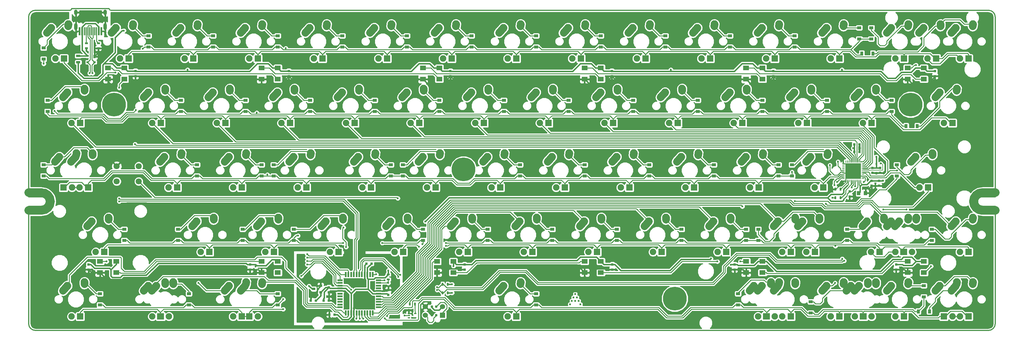
<source format=gbr>
%TF.GenerationSoftware,KiCad,Pcbnew,4.0.7*%
%TF.CreationDate,2018-04-08T23:12:55-07:00*%
%TF.ProjectId,VoyagerII,566F796167657249492E6B696361645F,rev?*%
%TF.FileFunction,Copper,L2,Bot,Signal*%
%FSLAX46Y46*%
G04 Gerber Fmt 4.6, Leading zero omitted, Abs format (unit mm)*
G04 Created by KiCad (PCBNEW 4.0.7) date 04/08/18 23:12:56*
%MOMM*%
%LPD*%
G01*
G04 APERTURE LIST*
%ADD10C,0.100000*%
%ADD11C,0.300000*%
%ADD12C,2.501900*%
%ADD13C,2.250000*%
%ADD14C,2.250000*%
%ADD15C,1.905000*%
%ADD16R,1.905000X1.905000*%
%ADD17R,0.500000X0.900000*%
%ADD18R,0.900000X0.500000*%
%ADD19R,0.750000X0.800000*%
%ADD20R,0.800000X0.750000*%
%ADD21R,0.250000X0.680000*%
%ADD22R,0.680000X0.250000*%
%ADD23R,4.660000X4.660000*%
%ADD24C,7.001300*%
%ADD25C,7.000240*%
%ADD26C,1.000000*%
%ADD27R,0.508000X0.508000*%
%ADD28O,1.000000X1.600000*%
%ADD29O,1.000000X2.100000*%
%ADD30R,0.300000X2.450000*%
%ADD31R,0.600000X2.450000*%
%ADD32R,0.900000X1.200000*%
%ADD33R,1.200000X0.900000*%
%ADD34R,0.700000X0.600000*%
%ADD35R,0.700000X1.000000*%
%ADD36R,1.300000X0.700000*%
%ADD37R,0.650000X0.400000*%
%ADD38R,1.800000X1.400000*%
%ADD39C,0.784860*%
%ADD40C,1.524000*%
%ADD41R,1.524000X1.524000*%
%ADD42R,0.900000X0.800000*%
%ADD43R,0.550000X1.500000*%
%ADD44R,1.500000X0.550000*%
%ADD45C,1.800000*%
%ADD46R,1.000000X1.250000*%
%ADD47C,0.600000*%
%ADD48C,0.381000*%
%ADD49C,0.254000*%
%ADD50C,0.228600*%
%ADD51C,0.203200*%
G04 APERTURE END LIST*
D10*
D11*
X50000000Y-47950000D02*
X60200000Y-47950000D01*
X71700000Y-47450000D02*
G75*
G03X72200000Y-47950000I500000J0D01*
G01*
X60200000Y-47950000D02*
G75*
G03X60700000Y-47450000I0J500000D01*
G01*
X60700000Y-47450000D02*
X71700000Y-47450000D01*
D12*
X329200000Y-107100950D02*
X333050000Y-107100950D01*
X329200000Y-101799050D02*
X333000000Y-101799050D01*
X329200000Y-107100950D02*
G75*
G02X326549050Y-104450000I0J2650950D01*
G01*
X326549050Y-104450000D02*
G75*
G02X329200000Y-101799050I2650950J0D01*
G01*
X54450950Y-104450000D02*
G75*
G03X51800000Y-101799050I-2650950J0D01*
G01*
X51800000Y-107100950D02*
G75*
G03X54450950Y-104450000I0J2650950D01*
G01*
X48000000Y-107100950D02*
X51800000Y-107100950D01*
D11*
X51800000Y-105850000D02*
G75*
G03X53200000Y-104450000I0J1400000D01*
G01*
D12*
X48000000Y-101799050D02*
X51800000Y-101799050D01*
D11*
X329200000Y-103050000D02*
X333000000Y-103050000D01*
X329200000Y-105850000D02*
X333000000Y-105850000D01*
X333000000Y-103050000D02*
X333000000Y-49950000D01*
X333000000Y-105850000D02*
X333000000Y-140550000D01*
X329200000Y-105850000D02*
G75*
G02X327800000Y-104450000I0J1400000D01*
G01*
X327800000Y-104450000D02*
G75*
G02X329200000Y-103050000I1400000J0D01*
G01*
X48000000Y-103050000D02*
X48000000Y-49950000D01*
X51800000Y-103050000D02*
X48000000Y-103050000D01*
X53200000Y-104450000D02*
G75*
G03X51800000Y-103050000I-1400000J0D01*
G01*
X48000000Y-105850000D02*
X51800000Y-105850000D01*
X48000000Y-140550000D02*
X48000000Y-105850000D01*
X333000000Y-49950000D02*
G75*
G03X331000000Y-47950000I-2000000J0D01*
G01*
X331000000Y-142550000D02*
G75*
G03X333000000Y-140550000I0J2000000D01*
G01*
X48000000Y-140550000D02*
G75*
G03X50000000Y-142550000I2000000J0D01*
G01*
X50000000Y-47950000D02*
G75*
G03X48000000Y-49950000I0J-2000000D01*
G01*
X331000000Y-47950000D02*
X72200000Y-47950000D01*
X50000000Y-142550000D02*
X331000000Y-142550000D01*
D13*
X309681250Y-109800000D02*
X309721250Y-109220000D01*
D14*
X309721250Y-109220000D03*
D13*
X303371250Y-111760000D02*
X304681252Y-110300000D01*
D14*
X304681250Y-110300000D03*
D15*
X308451250Y-119380000D03*
D16*
X305911250Y-119380000D03*
D13*
X193000000Y-128850000D02*
X193040000Y-128270000D01*
D14*
X193040000Y-128270000D03*
D13*
X186690000Y-130810000D02*
X188000002Y-129350000D01*
D14*
X188000000Y-129350000D03*
D15*
X189230000Y-138430000D03*
D16*
X191770000Y-138430000D03*
D13*
X266818750Y-128850000D02*
X266858750Y-128270000D01*
D14*
X266858750Y-128270000D03*
D13*
X260508750Y-130810000D02*
X261818752Y-129350000D01*
D14*
X261818750Y-129350000D03*
D15*
X263048750Y-138430000D03*
D16*
X265588750Y-138430000D03*
D13*
X269200000Y-128850000D02*
X269240000Y-128270000D01*
D14*
X269240000Y-128270000D03*
D13*
X262890000Y-130810000D02*
X264200002Y-129350000D01*
D14*
X264200000Y-129350000D03*
D15*
X267970000Y-138430000D03*
D16*
X265430000Y-138430000D03*
D13*
X273962500Y-128850000D02*
X274002500Y-128270000D01*
D14*
X274002500Y-128270000D03*
D13*
X267652500Y-130810000D02*
X268962502Y-129350000D01*
D14*
X268962500Y-129350000D03*
D15*
X270192500Y-138430000D03*
D16*
X272732500Y-138430000D03*
D13*
X321587500Y-128850000D02*
X321627500Y-128270000D01*
D14*
X321627500Y-128270000D03*
D13*
X315277500Y-130810000D02*
X316587502Y-129350000D01*
D14*
X316587500Y-129350000D03*
D15*
X320357500Y-138430000D03*
D16*
X317817500Y-138430000D03*
D13*
X297775000Y-128850000D02*
X297815000Y-128270000D01*
D14*
X297815000Y-128270000D03*
D13*
X291465000Y-130810000D02*
X292775002Y-129350000D01*
D14*
X292775000Y-129350000D03*
D15*
X296545000Y-138430000D03*
D16*
X294005000Y-138430000D03*
D13*
X116800000Y-128850000D02*
X116840000Y-128270000D01*
D14*
X116840000Y-128270000D03*
D13*
X110490000Y-130810000D02*
X111800002Y-129350000D01*
D14*
X111800000Y-129350000D03*
D15*
X115570000Y-138430000D03*
D16*
X113030000Y-138430000D03*
D13*
X90606250Y-128850000D02*
X90646250Y-128270000D01*
D14*
X90646250Y-128270000D03*
D13*
X84296250Y-130810000D02*
X85606252Y-129350000D01*
D14*
X85606250Y-129350000D03*
D15*
X89376250Y-138430000D03*
D16*
X86836250Y-138430000D03*
D13*
X62031250Y-90750000D02*
X62071250Y-90170000D01*
D14*
X62071250Y-90170000D03*
D13*
X55721250Y-92710000D02*
X57031252Y-91250000D01*
D14*
X57031250Y-91250000D03*
D15*
X60801250Y-100330000D03*
D16*
X58261250Y-100330000D03*
D13*
X326350000Y-109800000D02*
X326390000Y-109220000D01*
D14*
X326390000Y-109220000D03*
D13*
X320040000Y-111760000D02*
X321350002Y-110300000D01*
D14*
X321350000Y-110300000D03*
D15*
X322580000Y-119380000D03*
D16*
X325120000Y-119380000D03*
D13*
X307300000Y-109800000D02*
X307340000Y-109220000D01*
D14*
X307340000Y-109220000D03*
D13*
X300990000Y-111760000D02*
X302300002Y-110300000D01*
D14*
X302300000Y-110300000D03*
D15*
X303530000Y-119380000D03*
D16*
X306070000Y-119380000D03*
D13*
X300156250Y-109800000D02*
X300196250Y-109220000D01*
D14*
X300196250Y-109220000D03*
D13*
X293846250Y-111760000D02*
X295156252Y-110300000D01*
D14*
X295156250Y-110300000D03*
D15*
X296386250Y-119380000D03*
D16*
X298926250Y-119380000D03*
D13*
X281106250Y-109800000D02*
X281146250Y-109220000D01*
D14*
X281146250Y-109220000D03*
D13*
X274796250Y-111760000D02*
X276106252Y-110300000D01*
D14*
X276106250Y-110300000D03*
D15*
X277336250Y-119380000D03*
D16*
X279876250Y-119380000D03*
D13*
X273962500Y-109800000D02*
X274002500Y-109220000D01*
D14*
X274002500Y-109220000D03*
D13*
X267652500Y-111760000D02*
X268962502Y-110300000D01*
D14*
X268962500Y-110300000D03*
D15*
X270192500Y-119380000D03*
D16*
X272732500Y-119380000D03*
D13*
X326350000Y-128850000D02*
X326390000Y-128270000D01*
D14*
X326390000Y-128270000D03*
D13*
X320040000Y-130810000D02*
X321350002Y-129350000D01*
D14*
X321350000Y-129350000D03*
D15*
X322580000Y-138430000D03*
D16*
X325120000Y-138430000D03*
D13*
X307300000Y-128850000D02*
X307340000Y-128270000D01*
D14*
X307340000Y-128270000D03*
D13*
X300990000Y-130810000D02*
X302300002Y-129350000D01*
D14*
X302300000Y-129350000D03*
D15*
X303530000Y-138430000D03*
D16*
X306070000Y-138430000D03*
D13*
X295393750Y-128850000D02*
X295433750Y-128270000D01*
D14*
X295433750Y-128270000D03*
D13*
X289083750Y-130810000D02*
X290393752Y-129350000D01*
D14*
X290393750Y-129350000D03*
D15*
X291623750Y-138430000D03*
D16*
X294163750Y-138430000D03*
D13*
X288250000Y-128850000D02*
X288290000Y-128270000D01*
D14*
X288290000Y-128270000D03*
D13*
X281940000Y-130810000D02*
X283250002Y-129350000D01*
D14*
X283250000Y-129350000D03*
D15*
X284480000Y-138430000D03*
D16*
X287020000Y-138430000D03*
D13*
X112037500Y-128850000D02*
X112077500Y-128270000D01*
D14*
X112077500Y-128270000D03*
D13*
X105727500Y-130810000D02*
X107037502Y-129350000D01*
D14*
X107037500Y-129350000D03*
D15*
X108267500Y-138430000D03*
D16*
X110807500Y-138430000D03*
D13*
X88225000Y-128850000D02*
X88265000Y-128270000D01*
D14*
X88265000Y-128270000D03*
D13*
X81915000Y-130810000D02*
X83225002Y-129350000D01*
D14*
X83225000Y-129350000D03*
D15*
X84455000Y-138430000D03*
D16*
X86995000Y-138430000D03*
D13*
X64412500Y-128850000D02*
X64452500Y-128270000D01*
D14*
X64452500Y-128270000D03*
D13*
X58102500Y-130810000D02*
X59412502Y-129350000D01*
D14*
X59412500Y-129350000D03*
D15*
X60642500Y-138430000D03*
D16*
X63182500Y-138430000D03*
D13*
X297775000Y-71700000D02*
X297815000Y-71120000D01*
D14*
X297815000Y-71120000D03*
D13*
X291465000Y-73660000D02*
X292775002Y-72200000D01*
D14*
X292775000Y-72200000D03*
D15*
X294005000Y-81280000D03*
D16*
X296545000Y-81280000D03*
D13*
X321587500Y-71700000D02*
X321627500Y-71120000D01*
D14*
X321627500Y-71120000D03*
D13*
X315277500Y-73660000D02*
X316587502Y-72200000D01*
D14*
X316587500Y-72200000D03*
D15*
X317817500Y-81280000D03*
D16*
X320357500Y-81280000D03*
D13*
X278725000Y-71700000D02*
X278765000Y-71120000D01*
D14*
X278765000Y-71120000D03*
D13*
X272415000Y-73660000D02*
X273725002Y-72200000D01*
D14*
X273725000Y-72200000D03*
D15*
X274955000Y-81280000D03*
D16*
X277495000Y-81280000D03*
D13*
X102512500Y-109800000D02*
X102552500Y-109220000D01*
D14*
X102552500Y-109220000D03*
D13*
X96202500Y-111760000D02*
X97512502Y-110300000D01*
D14*
X97512500Y-110300000D03*
D15*
X98742500Y-119380000D03*
D16*
X101282500Y-119380000D03*
D13*
X183475000Y-71700000D02*
X183515000Y-71120000D01*
D14*
X183515000Y-71120000D03*
D13*
X177165000Y-73660000D02*
X178475002Y-72200000D01*
D14*
X178475000Y-72200000D03*
D15*
X179705000Y-81280000D03*
D16*
X182245000Y-81280000D03*
D13*
X121562500Y-109800000D02*
X121602500Y-109220000D01*
D14*
X121602500Y-109220000D03*
D13*
X115252500Y-111760000D02*
X116562502Y-110300000D01*
D14*
X116562500Y-110300000D03*
D15*
X117792500Y-119380000D03*
D16*
X120332500Y-119380000D03*
D13*
X107275000Y-71700000D02*
X107315000Y-71120000D01*
D14*
X107315000Y-71120000D03*
D13*
X100965000Y-73660000D02*
X102275002Y-72200000D01*
D14*
X102275000Y-72200000D03*
D15*
X103505000Y-81280000D03*
D16*
X106045000Y-81280000D03*
D13*
X159662500Y-109800000D02*
X159702500Y-109220000D01*
D14*
X159702500Y-109220000D03*
D13*
X153352500Y-111760000D02*
X154662502Y-110300000D01*
D14*
X154662500Y-110300000D03*
D15*
X155892500Y-119380000D03*
D16*
X158432500Y-119380000D03*
D13*
X202525000Y-71700000D02*
X202565000Y-71120000D01*
D14*
X202565000Y-71120000D03*
D13*
X196215000Y-73660000D02*
X197525002Y-72200000D01*
D14*
X197525000Y-72200000D03*
D15*
X198755000Y-81280000D03*
D16*
X201295000Y-81280000D03*
D13*
X64412500Y-71700000D02*
X64452500Y-71120000D01*
D14*
X64452500Y-71120000D03*
D13*
X58102500Y-73660000D02*
X59412502Y-72200000D01*
D14*
X59412500Y-72200000D03*
D15*
X60642500Y-81280000D03*
D16*
X63182500Y-81280000D03*
D13*
X164425000Y-71700000D02*
X164465000Y-71120000D01*
D14*
X164465000Y-71120000D03*
D13*
X158115000Y-73660000D02*
X159425002Y-72200000D01*
D14*
X159425000Y-72200000D03*
D15*
X160655000Y-81280000D03*
D16*
X163195000Y-81280000D03*
D13*
X71556250Y-109800000D02*
X71596250Y-109220000D01*
D14*
X71596250Y-109220000D03*
D13*
X65246250Y-111760000D02*
X66556252Y-110300000D01*
D14*
X66556250Y-110300000D03*
D15*
X67786250Y-119380000D03*
D16*
X70326250Y-119380000D03*
D13*
X112037500Y-90750000D02*
X112077500Y-90170000D01*
D14*
X112077500Y-90170000D03*
D13*
X105727500Y-92710000D02*
X107037502Y-91250000D01*
D14*
X107037500Y-91250000D03*
D15*
X108267500Y-100330000D03*
D16*
X110807500Y-100330000D03*
D13*
X145375000Y-71700000D02*
X145415000Y-71120000D01*
D14*
X145415000Y-71120000D03*
D13*
X139065000Y-73660000D02*
X140375002Y-72200000D01*
D14*
X140375000Y-72200000D03*
D15*
X141605000Y-81280000D03*
D16*
X144145000Y-81280000D03*
D13*
X88225000Y-71700000D02*
X88265000Y-71120000D01*
D14*
X88265000Y-71120000D03*
D13*
X81915000Y-73660000D02*
X83225002Y-72200000D01*
D14*
X83225000Y-72200000D03*
D15*
X84455000Y-81280000D03*
D16*
X86995000Y-81280000D03*
D13*
X259675000Y-71700000D02*
X259715000Y-71120000D01*
D14*
X259715000Y-71120000D03*
D13*
X253365000Y-73660000D02*
X254675002Y-72200000D01*
D14*
X254675000Y-72200000D03*
D15*
X255905000Y-81280000D03*
D16*
X258445000Y-81280000D03*
D13*
X240625000Y-71700000D02*
X240665000Y-71120000D01*
D14*
X240665000Y-71120000D03*
D13*
X234315000Y-73660000D02*
X235625002Y-72200000D01*
D14*
X235625000Y-72200000D03*
D15*
X236855000Y-81280000D03*
D16*
X239395000Y-81280000D03*
D13*
X197762500Y-109800000D02*
X197802500Y-109220000D01*
D14*
X197802500Y-109220000D03*
D13*
X191452500Y-111760000D02*
X192762502Y-110300000D01*
D14*
X192762500Y-110300000D03*
D15*
X193992500Y-119380000D03*
D16*
X196532500Y-119380000D03*
D13*
X216812500Y-109800000D02*
X216852500Y-109220000D01*
D14*
X216852500Y-109220000D03*
D13*
X210502500Y-111760000D02*
X211812502Y-110300000D01*
D14*
X211812500Y-110300000D03*
D15*
X213042500Y-119380000D03*
D16*
X215582500Y-119380000D03*
D13*
X245387500Y-90750000D02*
X245427500Y-90170000D01*
D14*
X245427500Y-90170000D03*
D13*
X239077500Y-92710000D02*
X240387502Y-91250000D01*
D14*
X240387500Y-91250000D03*
D15*
X241617500Y-100330000D03*
D16*
X244157500Y-100330000D03*
D13*
X226337500Y-90750000D02*
X226377500Y-90170000D01*
D14*
X226377500Y-90170000D03*
D13*
X220027500Y-92710000D02*
X221337502Y-91250000D01*
D14*
X221337500Y-91250000D03*
D15*
X222567500Y-100330000D03*
D16*
X225107500Y-100330000D03*
D13*
X207287500Y-90750000D02*
X207327500Y-90170000D01*
D14*
X207327500Y-90170000D03*
D13*
X200977500Y-92710000D02*
X202287502Y-91250000D01*
D14*
X202287500Y-91250000D03*
D15*
X203517500Y-100330000D03*
D16*
X206057500Y-100330000D03*
D13*
X221575000Y-71700000D02*
X221615000Y-71120000D01*
D14*
X221615000Y-71120000D03*
D13*
X215265000Y-73660000D02*
X216575002Y-72200000D01*
D14*
X216575000Y-72200000D03*
D15*
X217805000Y-81280000D03*
D16*
X220345000Y-81280000D03*
D13*
X188237500Y-90750000D02*
X188277500Y-90170000D01*
D14*
X188277500Y-90170000D03*
D13*
X181927500Y-92710000D02*
X183237502Y-91250000D01*
D14*
X183237500Y-91250000D03*
D15*
X184467500Y-100330000D03*
D16*
X187007500Y-100330000D03*
D13*
X169187500Y-90750000D02*
X169227500Y-90170000D01*
D14*
X169227500Y-90170000D03*
D13*
X162877500Y-92710000D02*
X164187502Y-91250000D01*
D14*
X164187500Y-91250000D03*
D15*
X165417500Y-100330000D03*
D16*
X167957500Y-100330000D03*
D13*
X150137500Y-90750000D02*
X150177500Y-90170000D01*
D14*
X150177500Y-90170000D03*
D13*
X143827500Y-92710000D02*
X145137502Y-91250000D01*
D14*
X145137500Y-91250000D03*
D15*
X146367500Y-100330000D03*
D16*
X148907500Y-100330000D03*
D13*
X59650000Y-52650000D02*
X59690000Y-52070000D01*
D14*
X59690000Y-52070000D03*
D13*
X53340000Y-54610000D02*
X54650002Y-53150000D01*
D14*
X54650000Y-53150000D03*
D15*
X55880000Y-62230000D03*
D16*
X58420000Y-62230000D03*
D13*
X314443750Y-90750000D02*
X314483750Y-90170000D01*
D14*
X314483750Y-90170000D03*
D13*
X308133750Y-92710000D02*
X309443752Y-91250000D01*
D14*
X309443750Y-91250000D03*
D15*
X310673750Y-100330000D03*
D16*
X313213750Y-100330000D03*
D13*
X126325000Y-71700000D02*
X126365000Y-71120000D01*
D14*
X126365000Y-71120000D03*
D13*
X120015000Y-73660000D02*
X121325002Y-72200000D01*
D14*
X121325000Y-72200000D03*
D15*
X122555000Y-81280000D03*
D16*
X125095000Y-81280000D03*
D13*
X307300000Y-52650000D02*
X307340000Y-52070000D01*
D14*
X307340000Y-52070000D03*
D13*
X300990000Y-54610000D02*
X302300002Y-53150000D01*
D14*
X302300000Y-53150000D03*
D15*
X303530000Y-62230000D03*
D16*
X306070000Y-62230000D03*
D13*
X131087500Y-90750000D02*
X131127500Y-90170000D01*
D14*
X131127500Y-90170000D03*
D13*
X124777500Y-92710000D02*
X126087502Y-91250000D01*
D14*
X126087500Y-91250000D03*
D15*
X127317500Y-100330000D03*
D16*
X129857500Y-100330000D03*
D13*
X66793750Y-90750000D02*
X66833750Y-90170000D01*
D14*
X66833750Y-90170000D03*
D13*
X60483750Y-92710000D02*
X61793752Y-91250000D01*
D14*
X61793750Y-91250000D03*
D15*
X63023750Y-100330000D03*
D16*
X65563750Y-100330000D03*
D13*
X140612500Y-109800000D02*
X140652500Y-109220000D01*
D14*
X140652500Y-109220000D03*
D13*
X134302500Y-111760000D02*
X135612502Y-110300000D01*
D14*
X135612500Y-110300000D03*
D15*
X136842500Y-119380000D03*
D16*
X139382500Y-119380000D03*
D13*
X326350000Y-52650000D02*
X326390000Y-52070000D01*
D14*
X326390000Y-52070000D03*
D13*
X320040000Y-54610000D02*
X321350002Y-53150000D01*
D14*
X321350000Y-53150000D03*
D15*
X322580000Y-62230000D03*
D16*
X325120000Y-62230000D03*
D13*
X316825000Y-52650000D02*
X316865000Y-52070000D01*
D14*
X316865000Y-52070000D03*
D13*
X310515000Y-54610000D02*
X311825002Y-53150000D01*
D14*
X311825000Y-53150000D03*
D15*
X313055000Y-62230000D03*
D16*
X315595000Y-62230000D03*
D13*
X178712500Y-109800000D02*
X178752500Y-109220000D01*
D14*
X178752500Y-109220000D03*
D13*
X172402500Y-111760000D02*
X173712502Y-110300000D01*
D14*
X173712500Y-110300000D03*
D15*
X174942500Y-119380000D03*
D16*
X177482500Y-119380000D03*
D13*
X92987500Y-90750000D02*
X93027500Y-90170000D01*
D14*
X93027500Y-90170000D03*
D13*
X86677500Y-92710000D02*
X87987502Y-91250000D01*
D14*
X87987500Y-91250000D03*
D15*
X89217500Y-100330000D03*
D16*
X91757500Y-100330000D03*
D13*
X288250000Y-52650000D02*
X288290000Y-52070000D01*
D14*
X288290000Y-52070000D03*
D13*
X281940000Y-54610000D02*
X283250002Y-53150000D01*
D14*
X283250000Y-53150000D03*
D15*
X284480000Y-62230000D03*
D16*
X287020000Y-62230000D03*
D13*
X264437500Y-90750000D02*
X264477500Y-90170000D01*
D14*
X264477500Y-90170000D03*
D13*
X258127500Y-92710000D02*
X259437502Y-91250000D01*
D14*
X259437500Y-91250000D03*
D15*
X260667500Y-100330000D03*
D16*
X263207500Y-100330000D03*
D13*
X254912500Y-109800000D02*
X254952500Y-109220000D01*
D14*
X254952500Y-109220000D03*
D13*
X248602500Y-111760000D02*
X249912502Y-110300000D01*
D14*
X249912500Y-110300000D03*
D15*
X251142500Y-119380000D03*
D16*
X253682500Y-119380000D03*
D13*
X269200000Y-52650000D02*
X269240000Y-52070000D01*
D14*
X269240000Y-52070000D03*
D13*
X262890000Y-54610000D02*
X264200002Y-53150000D01*
D14*
X264200000Y-53150000D03*
D15*
X265430000Y-62230000D03*
D16*
X267970000Y-62230000D03*
D13*
X235862500Y-109800000D02*
X235902500Y-109220000D01*
D14*
X235902500Y-109220000D03*
D13*
X229552500Y-111760000D02*
X230862502Y-110300000D01*
D14*
X230862500Y-110300000D03*
D15*
X232092500Y-119380000D03*
D16*
X234632500Y-119380000D03*
D13*
X231100000Y-52650000D02*
X231140000Y-52070000D01*
D14*
X231140000Y-52070000D03*
D13*
X224790000Y-54610000D02*
X226100002Y-53150000D01*
D14*
X226100000Y-53150000D03*
D15*
X227330000Y-62230000D03*
D16*
X229870000Y-62230000D03*
D13*
X212050000Y-52650000D02*
X212090000Y-52070000D01*
D14*
X212090000Y-52070000D03*
D13*
X205740000Y-54610000D02*
X207050002Y-53150000D01*
D14*
X207050000Y-53150000D03*
D15*
X208280000Y-62230000D03*
D16*
X210820000Y-62230000D03*
D13*
X193000000Y-52650000D02*
X193040000Y-52070000D01*
D14*
X193040000Y-52070000D03*
D13*
X186690000Y-54610000D02*
X188000002Y-53150000D01*
D14*
X188000000Y-53150000D03*
D15*
X189230000Y-62230000D03*
D16*
X191770000Y-62230000D03*
D13*
X173950000Y-52650000D02*
X173990000Y-52070000D01*
D14*
X173990000Y-52070000D03*
D13*
X167640000Y-54610000D02*
X168950002Y-53150000D01*
D14*
X168950000Y-53150000D03*
D15*
X170180000Y-62230000D03*
D16*
X172720000Y-62230000D03*
D13*
X154900000Y-52650000D02*
X154940000Y-52070000D01*
D14*
X154940000Y-52070000D03*
D13*
X148590000Y-54610000D02*
X149900002Y-53150000D01*
D14*
X149900000Y-53150000D03*
D15*
X151130000Y-62230000D03*
D16*
X153670000Y-62230000D03*
D13*
X135850000Y-52650000D02*
X135890000Y-52070000D01*
D14*
X135890000Y-52070000D03*
D13*
X129540000Y-54610000D02*
X130850002Y-53150000D01*
D14*
X130850000Y-53150000D03*
D15*
X132080000Y-62230000D03*
D16*
X134620000Y-62230000D03*
D13*
X116800000Y-52650000D02*
X116840000Y-52070000D01*
D14*
X116840000Y-52070000D03*
D13*
X110490000Y-54610000D02*
X111800002Y-53150000D01*
D14*
X111800000Y-53150000D03*
D15*
X113030000Y-62230000D03*
D16*
X115570000Y-62230000D03*
D13*
X97750000Y-52650000D02*
X97790000Y-52070000D01*
D14*
X97790000Y-52070000D03*
D13*
X91440000Y-54610000D02*
X92750002Y-53150000D01*
D14*
X92750000Y-53150000D03*
D15*
X93980000Y-62230000D03*
D16*
X96520000Y-62230000D03*
D13*
X78700000Y-52650000D02*
X78740000Y-52070000D01*
D14*
X78740000Y-52070000D03*
D13*
X72390000Y-54610000D02*
X73700002Y-53150000D01*
D14*
X73700000Y-53150000D03*
D15*
X74930000Y-62230000D03*
D16*
X77470000Y-62230000D03*
D13*
X250150000Y-52650000D02*
X250190000Y-52070000D01*
D14*
X250190000Y-52070000D03*
D13*
X243840000Y-54610000D02*
X245150002Y-53150000D01*
D14*
X245150000Y-53150000D03*
D15*
X246380000Y-62230000D03*
D16*
X248920000Y-62230000D03*
D17*
X285889000Y-103378000D03*
X287389000Y-103378000D03*
D18*
X68580000Y-57670000D03*
X68580000Y-59170000D03*
X65024000Y-59170000D03*
X65024000Y-57670000D03*
D17*
X161913000Y-134747000D03*
X160413000Y-134747000D03*
X170065000Y-131445000D03*
X171565000Y-131445000D03*
X170065000Y-128905000D03*
X171565000Y-128905000D03*
X285889000Y-100838000D03*
X287389000Y-100838000D03*
D18*
X154051000Y-125996000D03*
X154051000Y-127496000D03*
D19*
X113284000Y-124575000D03*
X113284000Y-123075000D03*
X267589000Y-67425000D03*
X267589000Y-65925000D03*
X65659000Y-124575000D03*
X65659000Y-123075000D03*
X315214000Y-67425000D03*
X315214000Y-65925000D03*
X79502000Y-67425000D03*
X79502000Y-65925000D03*
X303784000Y-124575000D03*
X303784000Y-123075000D03*
X124714000Y-67425000D03*
X124714000Y-65925000D03*
X256159000Y-124575000D03*
X256159000Y-123075000D03*
X172339000Y-67425000D03*
X172339000Y-65925000D03*
X220091000Y-124575000D03*
X220091000Y-123075000D03*
X219964000Y-67425000D03*
X219964000Y-65925000D03*
X176530000Y-124575000D03*
X176530000Y-123075000D03*
X290068000Y-102985000D03*
X290068000Y-101485000D03*
X296545000Y-99810000D03*
X296545000Y-98310000D03*
X299085000Y-96000000D03*
X299085000Y-94500000D03*
D20*
X292977000Y-89789000D03*
X291477000Y-89789000D03*
D19*
X296799000Y-96000000D03*
X296799000Y-94500000D03*
D20*
X292977000Y-87630000D03*
X291477000Y-87630000D03*
D19*
X298704000Y-99810000D03*
X298704000Y-98310000D03*
D20*
X136513000Y-133731000D03*
X135013000Y-133731000D03*
X147586000Y-122809000D03*
X149086000Y-122809000D03*
D19*
X154051000Y-130568000D03*
X154051000Y-132068000D03*
D20*
X136664000Y-137922000D03*
X138164000Y-137922000D03*
D19*
X136525000Y-131306000D03*
X136525000Y-129806000D03*
D20*
X131203000Y-133731000D03*
X132703000Y-133731000D03*
D21*
X288884000Y-98364000D03*
X289284000Y-98364000D03*
X289684000Y-98364000D03*
X290084000Y-98364000D03*
X290484000Y-98364000D03*
X290884000Y-98364000D03*
X291284000Y-98364000D03*
X291684000Y-98364000D03*
X292084000Y-98364000D03*
X292484000Y-98364000D03*
X292884000Y-98364000D03*
X293284000Y-98364000D03*
D22*
X293944000Y-97704000D03*
X293944000Y-97304000D03*
X293944000Y-96904000D03*
X293944000Y-96504000D03*
X293944000Y-96104000D03*
X293944000Y-95704000D03*
X293944000Y-95304000D03*
X293944000Y-94904000D03*
X293944000Y-94504000D03*
X293944000Y-94104000D03*
X293944000Y-93704000D03*
X293944000Y-93304000D03*
D21*
X293284000Y-92644000D03*
X292884000Y-92644000D03*
X292484000Y-92644000D03*
X292084000Y-92644000D03*
X291684000Y-92644000D03*
X291284000Y-92644000D03*
X290884000Y-92644000D03*
X290484000Y-92644000D03*
X290084000Y-92644000D03*
X289684000Y-92644000D03*
X289284000Y-92644000D03*
X288884000Y-92644000D03*
D22*
X288224000Y-93304000D03*
X288224000Y-93704000D03*
X288224000Y-94104000D03*
X288224000Y-94504000D03*
X288224000Y-94904000D03*
X288224000Y-95304000D03*
X288224000Y-95704000D03*
X288224000Y-96104000D03*
X288224000Y-96504000D03*
X288224000Y-96904000D03*
X288224000Y-97304000D03*
X288224000Y-97704000D03*
D23*
X291084000Y-95504000D03*
D24*
X73200000Y-75850000D03*
D25*
X176200000Y-94950000D03*
X238500000Y-133150000D03*
X308050000Y-75850000D03*
D26*
X73200000Y-73550000D03*
X70900000Y-75850000D03*
X75500000Y-75850000D03*
X73200000Y-78150000D03*
X71573654Y-74223654D03*
X74826346Y-74223654D03*
X71573654Y-77476346D03*
X74826346Y-77476346D03*
X308050000Y-73550000D03*
X308050000Y-78150000D03*
X309250000Y-78150000D03*
X306850000Y-78150000D03*
X306850000Y-73550000D03*
X309250000Y-73533000D03*
X238500000Y-130850000D03*
X238500000Y-135450000D03*
X239700000Y-130850000D03*
X237300000Y-130850000D03*
X237300000Y-135450000D03*
X239700000Y-135450000D03*
X176200000Y-92650000D03*
X177400000Y-92650000D03*
X175000000Y-92650000D03*
X176200000Y-97250000D03*
X175000000Y-97250000D03*
X177400000Y-97250000D03*
X54400000Y-104450000D03*
X51800000Y-101850000D03*
X51800000Y-107050000D03*
X53638478Y-102611522D03*
X53638478Y-106288478D03*
X49757965Y-101850000D03*
X49757965Y-107050000D03*
X326600000Y-104450000D03*
X327361522Y-102611522D03*
X329200000Y-101850000D03*
X331242035Y-101850000D03*
X331242035Y-107050000D03*
X329200000Y-107050000D03*
X327361522Y-106288478D03*
D27*
X209677000Y-132842000D03*
X210185000Y-133858000D03*
X209169000Y-133858000D03*
X208153000Y-133858000D03*
X208661000Y-132842000D03*
X209169000Y-131826000D03*
X210693000Y-134874000D03*
X207645000Y-134874000D03*
D28*
X70557600Y-48600000D03*
X61917600Y-48600000D03*
D29*
X70557600Y-52780000D03*
X61917600Y-52780000D03*
D30*
X65987600Y-54195000D03*
X66487600Y-54195000D03*
X66987600Y-54195000D03*
X65487600Y-54195000D03*
X67487600Y-54195000D03*
X64987600Y-54195000D03*
X67987600Y-54195000D03*
X64487600Y-54195000D03*
D31*
X63787600Y-54195000D03*
X68687600Y-54195000D03*
X63012600Y-54195000D03*
X69462600Y-54195000D03*
D32*
X310293750Y-136921875D03*
X313593750Y-136921875D03*
D33*
X311943750Y-132618750D03*
X311943750Y-129318750D03*
X278606250Y-137381250D03*
X278606250Y-134081250D03*
X257175000Y-135000000D03*
X257175000Y-131700000D03*
D34*
X65421000Y-63307000D03*
X67421000Y-63307000D03*
X65421000Y-61407000D03*
D35*
X67421000Y-61607000D03*
D36*
X62611000Y-63307000D03*
X62611000Y-61407000D03*
D37*
X160086000Y-138826000D03*
X160086000Y-137526000D03*
X160086000Y-138176000D03*
X161986000Y-137526000D03*
X161986000Y-138826000D03*
D38*
X121462500Y-122175000D03*
X121462500Y-125475000D03*
X116662500Y-125475000D03*
X116662500Y-122175000D03*
X264337500Y-65025000D03*
X264337500Y-68325000D03*
X259537500Y-68325000D03*
X259537500Y-65025000D03*
X73837500Y-122175000D03*
X73837500Y-125475000D03*
X69037500Y-125475000D03*
X69037500Y-122175000D03*
X311962500Y-65025000D03*
X311962500Y-68325000D03*
X307162500Y-68325000D03*
X307162500Y-65025000D03*
X76218750Y-65025000D03*
X76218750Y-68325000D03*
X71418750Y-68325000D03*
X71418750Y-65025000D03*
X311962500Y-122175000D03*
X311962500Y-125475000D03*
X307162500Y-125475000D03*
X307162500Y-122175000D03*
X121462500Y-65025000D03*
X121462500Y-68325000D03*
X116662500Y-68325000D03*
X116662500Y-65025000D03*
X264337500Y-122175000D03*
X264337500Y-125475000D03*
X259537500Y-125475000D03*
X259537500Y-122175000D03*
X169087500Y-65025000D03*
X169087500Y-68325000D03*
X164287500Y-68325000D03*
X164287500Y-65025000D03*
X216712500Y-122175000D03*
X216712500Y-125475000D03*
X211912500Y-125475000D03*
X211912500Y-122175000D03*
X216712500Y-65025000D03*
X216712500Y-68325000D03*
X211912500Y-68325000D03*
X211912500Y-65025000D03*
X173215000Y-122175000D03*
X173215000Y-125475000D03*
X168415000Y-125475000D03*
X168415000Y-122175000D03*
D39*
X168148000Y-135509000D03*
X166878000Y-135509000D03*
X168148000Y-138049000D03*
X166878000Y-138049000D03*
D40*
X170053000Y-135509000D03*
X164973000Y-135509000D03*
D41*
X170053000Y-138049000D03*
D40*
X164973000Y-138049000D03*
D33*
X121443750Y-135000000D03*
X121443750Y-131700000D03*
X95250000Y-135000000D03*
X95250000Y-131700000D03*
X69056250Y-135000000D03*
X69056250Y-131700000D03*
X314325000Y-115950000D03*
X314325000Y-112650000D03*
X289321875Y-115950000D03*
X289321875Y-112650000D03*
X263128125Y-115950000D03*
X263128125Y-112650000D03*
X197643750Y-135000000D03*
X197643750Y-131700000D03*
X259556250Y-115950000D03*
X259556250Y-112650000D03*
X240506250Y-115950000D03*
X240506250Y-112650000D03*
X221456250Y-115950000D03*
X221456250Y-112650000D03*
X202406250Y-115950000D03*
X202406250Y-112650000D03*
X183356250Y-115950000D03*
X183356250Y-112650000D03*
X164306250Y-115950000D03*
X164306250Y-112650000D03*
X126206250Y-115950000D03*
X126206250Y-112650000D03*
X111125000Y-115950000D03*
X111125000Y-112650000D03*
X92075000Y-115950000D03*
X92075000Y-112650000D03*
X76200000Y-115950000D03*
X76200000Y-112650000D03*
X304006250Y-96900000D03*
X304006250Y-93600000D03*
X273050000Y-96900000D03*
X273050000Y-93600000D03*
X269081250Y-96900000D03*
X269081250Y-93600000D03*
X250031250Y-96900000D03*
X250031250Y-93600000D03*
X230981250Y-96900000D03*
X230981250Y-93600000D03*
X211931250Y-96900000D03*
X211931250Y-93600000D03*
X192881250Y-96900000D03*
X192881250Y-93600000D03*
X158353125Y-96900000D03*
X158353125Y-93600000D03*
X154781250Y-96900000D03*
X154781250Y-93600000D03*
X120253125Y-96900000D03*
X120253125Y-93600000D03*
X116681250Y-96900000D03*
X116681250Y-93600000D03*
X97631250Y-96900000D03*
X97631250Y-93600000D03*
X52387500Y-96900000D03*
X52387500Y-93600000D03*
D32*
X306721875Y-82153125D03*
X310021875Y-82153125D03*
D33*
X302418750Y-77850000D03*
X302418750Y-74550000D03*
X283368750Y-77850000D03*
X283368750Y-74550000D03*
X264318750Y-77850000D03*
X264318750Y-74550000D03*
X245268750Y-77850000D03*
X245268750Y-74550000D03*
X226218750Y-77850000D03*
X226218750Y-74550000D03*
X207168750Y-77850000D03*
X207168750Y-74550000D03*
X188118750Y-77850000D03*
X188118750Y-74550000D03*
X169068750Y-77850000D03*
X169068750Y-74550000D03*
X150018750Y-77850000D03*
X150018750Y-74550000D03*
X130968750Y-77850000D03*
X130968750Y-74550000D03*
X111918750Y-77850000D03*
X111918750Y-74550000D03*
X92868750Y-77850000D03*
X92868750Y-74550000D03*
X53578125Y-77850000D03*
X53578125Y-74550000D03*
D32*
X293625000Y-60721875D03*
X296925000Y-60721875D03*
D33*
X296465625Y-56418750D03*
X296465625Y-53118750D03*
X292893750Y-56418750D03*
X292893750Y-53118750D03*
X273843750Y-58800000D03*
X273843750Y-55500000D03*
X254793750Y-58800000D03*
X254793750Y-55500000D03*
X235743750Y-58800000D03*
X235743750Y-55500000D03*
X216693750Y-58800000D03*
X216693750Y-55500000D03*
X197643750Y-58800000D03*
X197643750Y-55500000D03*
X178593750Y-58800000D03*
X178593750Y-55500000D03*
X159543750Y-58800000D03*
X159543750Y-55500000D03*
X140493750Y-58800000D03*
X140493750Y-55500000D03*
X121443750Y-58800000D03*
X121443750Y-55500000D03*
X102393750Y-58800000D03*
X102393750Y-55500000D03*
X83343750Y-58800000D03*
X83343750Y-55500000D03*
X52387500Y-62371875D03*
X52387500Y-59071875D03*
D42*
X134096000Y-129352000D03*
X134096000Y-131252000D03*
X132096000Y-130302000D03*
D43*
X149478500Y-137399000D03*
X148678500Y-137399000D03*
X147878500Y-137399000D03*
X147078500Y-137399000D03*
X146278500Y-137399000D03*
X145478500Y-137399000D03*
X144678500Y-137399000D03*
X143878500Y-137399000D03*
X143078500Y-137399000D03*
X142278500Y-137399000D03*
X141478500Y-137399000D03*
D44*
X139778500Y-135699000D03*
X139778500Y-134899000D03*
X139778500Y-134099000D03*
X139778500Y-133299000D03*
X139778500Y-132499000D03*
X139778500Y-131699000D03*
X139778500Y-130899000D03*
X139778500Y-130099000D03*
X139778500Y-129299000D03*
X139778500Y-128499000D03*
X139778500Y-127699000D03*
D43*
X141478500Y-125999000D03*
X142278500Y-125999000D03*
X143078500Y-125999000D03*
X143878500Y-125999000D03*
X144678500Y-125999000D03*
X145478500Y-125999000D03*
X146278500Y-125999000D03*
X147078500Y-125999000D03*
X147878500Y-125999000D03*
X148678500Y-125999000D03*
X149478500Y-125999000D03*
D44*
X151178500Y-127699000D03*
X151178500Y-128499000D03*
X151178500Y-129299000D03*
X151178500Y-130099000D03*
X151178500Y-130899000D03*
X151178500Y-131699000D03*
X151178500Y-132499000D03*
X151178500Y-133299000D03*
X151178500Y-134099000D03*
X151178500Y-134899000D03*
X151178500Y-135699000D03*
D45*
X73966000Y-94016000D03*
X80466000Y-98516000D03*
X73966000Y-98516000D03*
X80466000Y-94016000D03*
D13*
X283487500Y-90750000D02*
X283527500Y-90170000D01*
D14*
X283527500Y-90170000D03*
D13*
X277177500Y-92710000D02*
X278487502Y-91250000D01*
D14*
X278487500Y-91250000D03*
D15*
X279717500Y-100330000D03*
D16*
X282257500Y-100330000D03*
D46*
X292751000Y-101981000D03*
X294751000Y-101981000D03*
D47*
X164973000Y-110363000D03*
X154051000Y-124841000D03*
X172847000Y-131445000D03*
X172847000Y-128905000D03*
X129540000Y-141478000D03*
X127000000Y-141478000D03*
X137160000Y-141478000D03*
X139700000Y-141478000D03*
X142240000Y-141478000D03*
X144780000Y-141478000D03*
X147320000Y-141478000D03*
X149860000Y-141478000D03*
X152400000Y-141478000D03*
X154940000Y-141478000D03*
X157480000Y-141478000D03*
X137922000Y-131318000D03*
X135890000Y-127762000D03*
X130937000Y-132080000D03*
X291211000Y-102997000D03*
X294894000Y-100457000D03*
X156083000Y-138430000D03*
X70557600Y-54546500D03*
X61917600Y-54673500D03*
X300863000Y-115570000D03*
X133350000Y-118364000D03*
X268351000Y-115824000D03*
X77597000Y-127381000D03*
X299720000Y-122301000D03*
X295402000Y-58420000D03*
X321056000Y-49403000D03*
X306832000Y-99568000D03*
X279908000Y-126873000D03*
X283337000Y-81407000D03*
X283337000Y-68707000D03*
X266700000Y-81407000D03*
X247650000Y-81407000D03*
X228473000Y-81407000D03*
X209804000Y-81407000D03*
X191262000Y-83947000D03*
X171958000Y-83947000D03*
X152146000Y-83947000D03*
X134620000Y-83947000D03*
X112522000Y-83947000D03*
X99695000Y-83947000D03*
X73914000Y-84328000D03*
X62230000Y-68707000D03*
X243332000Y-120523000D03*
X127889000Y-124714000D03*
X160147000Y-136444000D03*
X291084000Y-126809500D03*
X243205000Y-109855000D03*
X268224000Y-123698000D03*
X160655000Y-123571000D03*
X168402000Y-123952000D03*
X290068000Y-87376000D03*
X237490000Y-63373000D03*
X143637000Y-62738000D03*
X107188000Y-62992000D03*
X125095000Y-123063000D03*
X292100000Y-108839000D03*
X261874000Y-125476000D03*
X156591000Y-128651000D03*
X98679000Y-133604000D03*
X77089000Y-119253000D03*
X138557000Y-121793000D03*
X141097000Y-122555000D03*
X129667000Y-127762000D03*
X128905000Y-137668000D03*
X151511000Y-123063000D03*
X156464000Y-123063000D03*
X143891000Y-136017000D03*
X149733000Y-130810000D03*
X147066000Y-127508000D03*
X141224000Y-130937000D03*
X293116000Y-88709500D03*
X300228000Y-96012000D03*
X295338500Y-98044000D03*
X66167000Y-49911000D03*
X68580000Y-59944000D03*
X65024000Y-59944000D03*
X299910500Y-98298000D03*
X94869000Y-65532000D03*
X114935000Y-123698000D03*
X249174000Y-121285000D03*
X237363000Y-65532000D03*
X161036000Y-138811000D03*
X287782000Y-65532000D03*
X173228000Y-123571000D03*
X76073000Y-53975000D03*
X130683000Y-129413000D03*
X255016000Y-123190000D03*
X297942000Y-91249500D03*
X297942000Y-93345000D03*
X291084000Y-88709500D03*
X156845000Y-103505000D03*
X154051000Y-128524000D03*
X140843000Y-112141000D03*
X141605000Y-117902000D03*
X146685000Y-139065000D03*
X145669000Y-139065000D03*
X144653000Y-139065000D03*
X98061500Y-128524000D03*
X115270000Y-78232000D03*
X130129000Y-121031000D03*
X123063000Y-133350000D03*
X153670000Y-138303000D03*
X143123559Y-130550559D03*
X128397000Y-126492000D03*
X140716000Y-116713000D03*
X127461981Y-114554000D03*
X130129000Y-123063000D03*
X164084000Y-117094000D03*
X171069000Y-116713000D03*
X152273000Y-116713000D03*
X273050000Y-95758000D03*
X273959250Y-104340170D03*
X118364000Y-96520000D03*
X130129000Y-122047000D03*
X79629000Y-77470000D03*
X52451000Y-63754000D03*
X55626000Y-77724000D03*
X81661000Y-59309000D03*
X123825000Y-59182000D03*
X130129000Y-120015000D03*
X74714445Y-104449409D03*
X65994000Y-66548000D03*
X74714445Y-103595409D03*
X66848000Y-66548000D03*
X152908000Y-127762000D03*
X285750000Y-128524000D03*
X258445000Y-105918000D03*
X306832000Y-106807000D03*
X299974000Y-106807000D03*
X158877000Y-138176000D03*
X150495000Y-125984000D03*
X257810000Y-122174000D03*
X251079000Y-122174000D03*
X314071000Y-123571000D03*
X309626000Y-64135000D03*
X74676000Y-70866000D03*
X70993000Y-122174000D03*
X287861066Y-121364066D03*
X168402000Y-129748000D03*
X157591434Y-126126566D03*
X291719000Y-99949000D03*
X288464934Y-121967934D03*
X168402000Y-130602000D03*
X156987566Y-126730434D03*
X290703000Y-100330000D03*
X284988000Y-103378000D03*
X294259000Y-98679000D03*
X73579000Y-66340000D03*
X286639000Y-92710000D03*
X283083000Y-105156000D03*
X285559500Y-99631500D03*
X163068000Y-117856000D03*
X171069000Y-117602000D03*
X285877000Y-117602000D03*
X284226000Y-93726000D03*
X153035000Y-138984000D03*
X123063000Y-136271000D03*
X286385000Y-98679000D03*
X79375000Y-87503000D03*
X299212000Y-93218000D03*
X304038000Y-95331000D03*
D48*
X143078500Y-137399000D02*
X143078500Y-138480500D01*
X143078500Y-138480500D02*
X142240000Y-139319000D01*
X140462000Y-139319000D02*
X139065000Y-137922000D01*
X142240000Y-139319000D02*
X140462000Y-139319000D01*
X139065000Y-137922000D02*
X138164000Y-137922000D01*
X285750000Y-102362000D02*
X284607000Y-102362000D01*
X283591000Y-103378000D02*
X284607000Y-102362000D01*
X285496000Y-104394000D02*
X284607000Y-104394000D01*
X282321000Y-103378000D02*
X283591000Y-103378000D01*
X283591000Y-103378000D02*
X284607000Y-104394000D01*
D49*
X289306000Y-102235000D02*
X289306000Y-102743000D01*
X289306000Y-102743000D02*
X288290000Y-103759000D01*
X290056000Y-101485000D02*
X289306000Y-102235000D01*
X290068000Y-101485000D02*
X290056000Y-101485000D01*
D50*
X292484000Y-98364000D02*
X292484000Y-100203000D01*
D49*
X291465000Y-100711000D02*
X291976000Y-100711000D01*
D50*
X291976000Y-100711000D02*
X292484000Y-100203000D01*
D49*
X290691000Y-101485000D02*
X291465000Y-100711000D01*
X290068000Y-101485000D02*
X290691000Y-101485000D01*
D48*
X287782000Y-102362000D02*
X288290000Y-101854000D01*
X288290000Y-101854000D02*
X288290000Y-100838000D01*
X288290000Y-100838000D02*
X288480500Y-100647500D01*
X288290000Y-104013000D02*
X288290000Y-103759000D01*
X287909000Y-104394000D02*
X288290000Y-104013000D01*
X285496000Y-104394000D02*
X287528000Y-104394000D01*
X287528000Y-104394000D02*
X287909000Y-104394000D01*
X171958000Y-103378000D02*
X282321000Y-103378000D01*
X167640000Y-136525000D02*
X169037000Y-136525000D01*
X169037000Y-136525000D02*
X169164000Y-136398000D01*
X166878000Y-135763000D02*
X167640000Y-136525000D01*
X166878000Y-135509000D02*
X166878000Y-135763000D01*
X164973000Y-110363000D02*
X171958000Y-103378000D01*
X135013000Y-133084000D02*
X135128000Y-132969000D01*
X135624000Y-130695000D02*
X135128000Y-131191000D01*
X135128000Y-131191000D02*
X135128000Y-132969000D01*
X135636000Y-130695000D02*
X135624000Y-130695000D01*
X285750000Y-102362000D02*
X287782000Y-102362000D01*
X288480500Y-100647500D02*
X289306000Y-99822000D01*
D50*
X289684000Y-99444000D02*
X289306000Y-99822000D01*
X289684000Y-98364000D02*
X289684000Y-99444000D01*
D48*
X134096000Y-131252000D02*
X134096000Y-132338000D01*
X134096000Y-132338000D02*
X132703000Y-133731000D01*
X154051000Y-124841000D02*
X154051000Y-125996000D01*
X172847000Y-131445000D02*
X171565000Y-131445000D01*
X171565000Y-128905000D02*
X172847000Y-128905000D01*
X169164000Y-136398000D02*
X170053000Y-135509000D01*
X143078500Y-131648500D02*
X143078500Y-137399000D01*
X135636000Y-130695000D02*
X136525000Y-129806000D01*
X135013000Y-133731000D02*
X135013000Y-133084000D01*
X136525000Y-129806000D02*
X135542000Y-129806000D01*
X135542000Y-129806000D02*
X134096000Y-131252000D01*
X139778500Y-130099000D02*
X136818000Y-130099000D01*
X136818000Y-130099000D02*
X136525000Y-129806000D01*
X148129500Y-130349500D02*
X144377500Y-130349500D01*
X144377500Y-130349500D02*
X143078500Y-131648500D01*
X141529000Y-130099000D02*
X143078500Y-131648500D01*
X139778500Y-130099000D02*
X141529000Y-130099000D01*
X148129500Y-127381000D02*
X149796500Y-127381000D01*
X149796500Y-127381000D02*
X150198001Y-126979499D01*
X150198001Y-126979499D02*
X153067501Y-126979499D01*
X153067501Y-126979499D02*
X154051000Y-125996000D01*
X151178500Y-131699000D02*
X153682000Y-131699000D01*
X153682000Y-131699000D02*
X154051000Y-132068000D01*
X148129500Y-130349500D02*
X149479000Y-131699000D01*
X149479000Y-131699000D02*
X151178500Y-131699000D01*
X148129500Y-127381000D02*
X148129500Y-130349500D01*
X147878500Y-125999000D02*
X147878500Y-124016500D01*
X147878500Y-124016500D02*
X149086000Y-122809000D01*
X148129500Y-127381000D02*
X147878500Y-127130000D01*
X147878500Y-127130000D02*
X147878500Y-125999000D01*
X127000000Y-141478000D02*
X129540000Y-141478000D01*
X142240000Y-141478000D02*
X139700000Y-141478000D01*
X147320000Y-141478000D02*
X144780000Y-141478000D01*
X152400000Y-141478000D02*
X149860000Y-141478000D01*
X157480000Y-141478000D02*
X154940000Y-141478000D01*
X139778500Y-130899000D02*
X137922000Y-130899000D01*
X137922000Y-131318000D02*
X137922000Y-130899000D01*
X137922000Y-130899000D02*
X136932000Y-130899000D01*
X134366000Y-127762000D02*
X135890000Y-127762000D01*
X134128000Y-128000000D02*
X134366000Y-127762000D01*
X134096000Y-128000000D02*
X134128000Y-128000000D01*
X136664000Y-137922000D02*
X136664000Y-138569000D01*
X138049000Y-139954000D02*
X142557500Y-139954000D01*
X136664000Y-138569000D02*
X138049000Y-139954000D01*
X142557500Y-139954000D02*
X143878500Y-138633000D01*
X143878500Y-138633000D02*
X143878500Y-137399000D01*
X128905000Y-137668000D02*
X135636000Y-137668000D01*
X135636000Y-137668000D02*
X135890000Y-137922000D01*
X135890000Y-137922000D02*
X136664000Y-137922000D01*
X133096000Y-131191000D02*
X132207000Y-132080000D01*
X132207000Y-132080000D02*
X131203000Y-133084000D01*
X130937000Y-132080000D02*
X132207000Y-132080000D01*
X291211000Y-102997000D02*
X291199000Y-102985000D01*
X291199000Y-102985000D02*
X290068000Y-102985000D01*
X294751000Y-101981000D02*
X294751000Y-100600000D01*
X294751000Y-100600000D02*
X294894000Y-100457000D01*
D49*
X295005000Y-100568000D02*
X294894000Y-100457000D01*
D48*
X294894000Y-100457000D02*
X295898000Y-100457000D01*
X295898000Y-100457000D02*
X296545000Y-99810000D01*
X298704000Y-99810000D02*
X296545000Y-99810000D01*
D50*
X288884000Y-98656500D02*
X287718500Y-99822000D01*
D49*
X287718500Y-99822000D02*
X286956500Y-99822000D01*
X286956500Y-99822000D02*
X286766000Y-100012500D01*
X285889000Y-100838000D02*
X285940500Y-100838000D01*
X285940500Y-100838000D02*
X286766000Y-100012500D01*
D48*
X166687500Y-137350500D02*
X166433500Y-137350500D01*
X166941500Y-137096500D02*
X166687500Y-137350500D01*
X167132000Y-137287000D02*
X166941500Y-137096500D01*
X167132000Y-137477500D02*
X167132000Y-137287000D01*
X166878000Y-137731500D02*
X167132000Y-137477500D01*
X166878000Y-138049000D02*
X166878000Y-137731500D01*
X79502000Y-68834000D02*
X79502000Y-69225000D01*
X79502000Y-68199000D02*
X79502000Y-68834000D01*
X116662500Y-68325000D02*
X81788000Y-68325000D01*
X81279000Y-68834000D02*
X81788000Y-68325000D01*
X79502000Y-68834000D02*
X81279000Y-68834000D01*
X76972000Y-71755000D02*
X79502000Y-69225000D01*
X79502000Y-67425000D02*
X79502000Y-68199000D01*
X74168000Y-71755000D02*
X76972000Y-71755000D01*
X71418750Y-69005750D02*
X74168000Y-71755000D01*
X71418750Y-68325000D02*
X71418750Y-69005750D01*
X70206100Y-54195000D02*
X70557600Y-54546500D01*
X69462600Y-54195000D02*
X70206100Y-54195000D01*
X62396100Y-54195000D02*
X61917600Y-54673500D01*
X63012600Y-54195000D02*
X62396100Y-54195000D01*
X53721000Y-99314000D02*
X60071000Y-105664000D01*
X62230000Y-69342000D02*
X53467000Y-69342000D01*
X82677000Y-104902000D02*
X84074000Y-106299000D01*
X141351000Y-114935000D02*
X143002000Y-116586000D01*
X53467000Y-69342000D02*
X49530000Y-73279000D01*
X49530000Y-73279000D02*
X49530000Y-98679000D01*
X49530000Y-98679000D02*
X50165000Y-99314000D01*
X50165000Y-99314000D02*
X53721000Y-99314000D01*
X60071000Y-105664000D02*
X76200000Y-105664000D01*
X76200000Y-105664000D02*
X76962000Y-104902000D01*
X76962000Y-104902000D02*
X82677000Y-104902000D01*
X84074000Y-106299000D02*
X140970000Y-106299000D01*
X140970000Y-106299000D02*
X143002000Y-108331000D01*
X143002000Y-108331000D02*
X143002000Y-111887000D01*
X141351000Y-113538000D02*
X141351000Y-114935000D01*
X143002000Y-111887000D02*
X141351000Y-113538000D01*
X143002000Y-116586000D02*
X143002000Y-119380000D01*
X143002000Y-119380000D02*
X141097000Y-121285000D01*
X141097000Y-121285000D02*
X141097000Y-122555000D01*
X125857000Y-118364000D02*
X133350000Y-118364000D01*
X125095000Y-119126000D02*
X125857000Y-118364000D01*
X125095000Y-123063000D02*
X125095000Y-119126000D01*
X136488000Y-133731000D02*
X136513000Y-133731000D01*
X69037500Y-125475000D02*
X66559000Y-125475000D01*
X66559000Y-125475000D02*
X65659000Y-124575000D01*
X77597000Y-126873000D02*
X76073000Y-126873000D01*
X82931000Y-126873000D02*
X77597000Y-126873000D01*
X77597000Y-126873000D02*
X77597000Y-127381000D01*
D50*
X288884000Y-98364000D02*
X288884000Y-98656500D01*
D48*
X111442500Y-123380500D02*
X86550500Y-123380500D01*
X113284000Y-124575000D02*
X112637000Y-124575000D01*
X112637000Y-124575000D02*
X111442500Y-123380500D01*
X86550500Y-123380500D02*
X83058000Y-126873000D01*
X83058000Y-126873000D02*
X82931000Y-126873000D01*
X76073000Y-126873000D02*
X75438000Y-127508000D01*
X75438000Y-127508000D02*
X71070500Y-127508000D01*
X71070500Y-127508000D02*
X69037500Y-125475000D01*
X279908000Y-126365000D02*
X266065000Y-126365000D01*
X291084000Y-126365000D02*
X279908000Y-126365000D01*
X279908000Y-126365000D02*
X279908000Y-126873000D01*
X283337000Y-67945000D02*
X268109000Y-67945000D01*
X298831000Y-67945000D02*
X283337000Y-67945000D01*
X283337000Y-67945000D02*
X283337000Y-68707000D01*
X69088000Y-69342000D02*
X62230000Y-69342000D01*
X62230000Y-69342000D02*
X62230000Y-68707000D01*
X249513862Y-120523000D02*
X243332000Y-120523000D01*
X251460000Y-121412000D02*
X250402862Y-121412000D01*
X250402862Y-121412000D02*
X249513862Y-120523000D01*
X252095000Y-122047000D02*
X251460000Y-121412000D01*
X252095000Y-122088138D02*
X252095000Y-122047000D01*
X252095000Y-122088138D02*
X252095000Y-121920000D01*
X252095000Y-124841000D02*
X252095000Y-122088138D01*
X249174000Y-127762000D02*
X252095000Y-124841000D01*
X245491000Y-127762000D02*
X249174000Y-127762000D01*
X244983000Y-127254000D02*
X245491000Y-127762000D01*
X212610500Y-127254000D02*
X244983000Y-127254000D01*
X211912500Y-125475000D02*
X211912500Y-126556000D01*
X211912500Y-126556000D02*
X212610500Y-127254000D01*
X127508000Y-126746000D02*
X127508000Y-125095000D01*
X127508000Y-125095000D02*
X127889000Y-124714000D01*
X128524000Y-127762000D02*
X127508000Y-126746000D01*
X129667000Y-127762000D02*
X128524000Y-127762000D01*
X160086000Y-137526000D02*
X160086000Y-136505000D01*
X160086000Y-136505000D02*
X160147000Y-136444000D01*
X299847000Y-126365000D02*
X291084000Y-126365000D01*
X291084000Y-126809500D02*
X291084000Y-126385236D01*
X291084000Y-126385236D02*
X291084000Y-126365000D01*
X168415000Y-125475000D02*
X168415000Y-123965000D01*
X168415000Y-123965000D02*
X168402000Y-123952000D01*
X70105000Y-68325000D02*
X69088000Y-69342000D01*
X71418750Y-68325000D02*
X70105000Y-68325000D01*
X181102000Y-123190000D02*
X209627500Y-123190000D01*
X209627500Y-123190000D02*
X211912500Y-125475000D01*
X177419000Y-126873000D02*
X181102000Y-123190000D01*
X172085000Y-126873000D02*
X177419000Y-126873000D01*
X170687000Y-125475000D02*
X172085000Y-126873000D01*
X169696000Y-125475000D02*
X170687000Y-125475000D01*
X265557000Y-126873000D02*
X263271000Y-126873000D01*
X263271000Y-126873000D02*
X261874000Y-125476000D01*
X266065000Y-126365000D02*
X265557000Y-126873000D01*
X301637000Y-124575000D02*
X299847000Y-126365000D01*
X303784000Y-124575000D02*
X301637000Y-124575000D01*
X268109000Y-67945000D02*
X267589000Y-67425000D01*
X300482000Y-69596000D02*
X298831000Y-67945000D01*
X304546000Y-69596000D02*
X300482000Y-69596000D01*
X305817000Y-68325000D02*
X304546000Y-69596000D01*
X307162500Y-68325000D02*
X305817000Y-68325000D01*
X259537500Y-68325000D02*
X220864000Y-68325000D01*
X220864000Y-68325000D02*
X219964000Y-67425000D01*
X211912500Y-68325000D02*
X173239000Y-68325000D01*
X173239000Y-68325000D02*
X172339000Y-67425000D01*
X164287500Y-68325000D02*
X125614000Y-68325000D01*
X125614000Y-68325000D02*
X124714000Y-67425000D01*
X265557000Y-69596000D02*
X260808500Y-69596000D01*
X260808500Y-69596000D02*
X259537500Y-68325000D01*
X267589000Y-67564000D02*
X265557000Y-69596000D01*
X267589000Y-67425000D02*
X267589000Y-67564000D01*
X313182000Y-69596000D02*
X308433500Y-69596000D01*
X308433500Y-69596000D02*
X307162500Y-68325000D01*
X315214000Y-67564000D02*
X313182000Y-69596000D01*
X315214000Y-67425000D02*
X315214000Y-67564000D01*
X217805000Y-69596000D02*
X213183500Y-69596000D01*
X213183500Y-69596000D02*
X211912500Y-68325000D01*
X219964000Y-67437000D02*
X217805000Y-69596000D01*
X219964000Y-67425000D02*
X219964000Y-67437000D01*
X172339000Y-67425000D02*
X172339000Y-67437000D01*
X172339000Y-67437000D02*
X170180000Y-69596000D01*
X165558500Y-69596000D02*
X164287500Y-68325000D01*
X170180000Y-69596000D02*
X165558500Y-69596000D01*
X259537500Y-125475000D02*
X261873000Y-125475000D01*
X261873000Y-125475000D02*
X261874000Y-125476000D01*
X155055000Y-130568000D02*
X156591000Y-129032000D01*
X156591000Y-129032000D02*
X156591000Y-128651000D01*
X154051000Y-130568000D02*
X155055000Y-130568000D01*
X119380000Y-69596000D02*
X122543000Y-69596000D01*
X122543000Y-69596000D02*
X124714000Y-67425000D01*
X118109000Y-68325000D02*
X119380000Y-69596000D01*
X116662500Y-68325000D02*
X118109000Y-68325000D01*
X141097000Y-122555000D02*
X139319000Y-122555000D01*
X139319000Y-122555000D02*
X138557000Y-121793000D01*
X303784000Y-124575000D02*
X306262500Y-124575000D01*
X306262500Y-124575000D02*
X307162500Y-125475000D01*
X256159000Y-124575000D02*
X258637500Y-124575000D01*
X258637500Y-124575000D02*
X259537500Y-125475000D01*
X220091000Y-124575000D02*
X219335000Y-124575000D01*
X219335000Y-124575000D02*
X219090499Y-124330499D01*
X219090499Y-124330499D02*
X214338001Y-124330499D01*
X214338001Y-124330499D02*
X213193500Y-125475000D01*
X213193500Y-125475000D02*
X211912500Y-125475000D01*
X176530000Y-124575000D02*
X175774000Y-124575000D01*
X175774000Y-124575000D02*
X175529499Y-124330499D01*
X175529499Y-124330499D02*
X170840501Y-124330499D01*
X170840501Y-124330499D02*
X169696000Y-125475000D01*
X169696000Y-125475000D02*
X168415000Y-125475000D01*
X130429000Y-127762000D02*
X129667000Y-127762000D01*
X133858000Y-127762000D02*
X130429000Y-127762000D01*
X134096000Y-128000000D02*
X133858000Y-127762000D01*
X134096000Y-129352000D02*
X134096000Y-128000000D01*
X166878000Y-138049000D02*
X166878000Y-137414000D01*
X166878000Y-137414000D02*
X164973000Y-135509000D01*
X113284000Y-124575000D02*
X115762500Y-124575000D01*
X115762500Y-124575000D02*
X116662500Y-125475000D01*
X131203000Y-133084000D02*
X131203000Y-133731000D01*
X133096000Y-130429000D02*
X133096000Y-131191000D01*
X134096000Y-129429000D02*
X133096000Y-130429000D01*
X134096000Y-129352000D02*
X134096000Y-129429000D01*
X136525000Y-131306000D02*
X136525000Y-133719000D01*
X136525000Y-133719000D02*
X136513000Y-133731000D01*
X136932000Y-130899000D02*
X136525000Y-131306000D01*
X143878500Y-137399000D02*
X143878500Y-136029500D01*
X143878500Y-136029500D02*
X143891000Y-136017000D01*
X151178500Y-130899000D02*
X149822000Y-130899000D01*
X149822000Y-130899000D02*
X149733000Y-130810000D01*
X147078500Y-125999000D02*
X147078500Y-127495500D01*
X147078500Y-127495500D02*
X147066000Y-127508000D01*
X139778500Y-130899000D02*
X141186000Y-130899000D01*
X141186000Y-130899000D02*
X141224000Y-130937000D01*
X153720000Y-130899000D02*
X154051000Y-130568000D01*
X151178500Y-130899000D02*
X153720000Y-130899000D01*
X292798500Y-88709500D02*
X292798500Y-89102500D01*
X292798500Y-88201500D02*
X292798500Y-88709500D01*
X292798500Y-88709500D02*
X293116000Y-88709500D01*
X292977000Y-89281000D02*
X292977000Y-89789000D01*
X292798500Y-89102500D02*
X292977000Y-89281000D01*
X292977000Y-88023000D02*
X292798500Y-88201500D01*
X292977000Y-87630000D02*
X292977000Y-88023000D01*
X300228000Y-96012000D02*
X300216000Y-96000000D01*
X300216000Y-96000000D02*
X299085000Y-96000000D01*
X147586000Y-122809000D02*
X147078500Y-123316500D01*
X147078500Y-123316500D02*
X147078500Y-125999000D01*
D50*
X288884000Y-98364000D02*
X288884000Y-97704000D01*
X288884000Y-97704000D02*
X291084000Y-95504000D01*
X293944000Y-96904000D02*
X292484000Y-96904000D01*
X292484000Y-96904000D02*
X291084000Y-95504000D01*
X288224000Y-96104000D02*
X290484000Y-96104000D01*
X290484000Y-96104000D02*
X291084000Y-95504000D01*
X288224000Y-93304000D02*
X288884000Y-93304000D01*
X288884000Y-93304000D02*
X291084000Y-95504000D01*
X294833500Y-96904000D02*
X295338500Y-97409000D01*
X295338500Y-97409000D02*
X295338500Y-98044000D01*
X294770000Y-96904000D02*
X294833500Y-96904000D01*
X293944000Y-96904000D02*
X294770000Y-96904000D01*
D48*
X299085000Y-96000000D02*
X296799000Y-96000000D01*
X68580000Y-59944000D02*
X68580000Y-60448000D01*
X68580000Y-60448000D02*
X67421000Y-61607000D01*
X69462600Y-54195000D02*
X69562000Y-54195000D01*
X63012600Y-54195000D02*
X63012600Y-54208400D01*
X68580000Y-59944000D02*
X68580000Y-59170000D01*
X65024000Y-59170000D02*
X65024000Y-59944000D01*
X298704000Y-98310000D02*
X299898500Y-98310000D01*
X299898500Y-98310000D02*
X299910500Y-98298000D01*
X293116000Y-99822000D02*
X293116000Y-99949000D01*
X293116000Y-99949000D02*
X293116000Y-101616000D01*
X293751000Y-99441000D02*
X293624000Y-99441000D01*
X293624000Y-99441000D02*
X293116000Y-99949000D01*
D49*
X293116000Y-101616000D02*
X292751000Y-101981000D01*
D50*
X292884000Y-99590000D02*
X293116000Y-99822000D01*
X292884000Y-99314000D02*
X292884000Y-99590000D01*
X292884000Y-98364000D02*
X292884000Y-99314000D01*
D48*
X296545000Y-98310000D02*
X298704000Y-98310000D01*
X295148000Y-99441000D02*
X296279000Y-98310000D01*
D49*
X296279000Y-98310000D02*
X296545000Y-98310000D01*
D48*
X293751000Y-99441000D02*
X295148000Y-99441000D01*
D49*
X293284000Y-98974000D02*
X293751000Y-99441000D01*
X293284000Y-98364000D02*
X293284000Y-98974000D01*
D48*
X121462500Y-122175000D02*
X120953500Y-121666000D01*
X120953500Y-121666000D02*
X119761000Y-121666000D01*
X117983000Y-123444000D02*
X115316000Y-123444000D01*
X119761000Y-121666000D02*
X117983000Y-123444000D01*
X115316000Y-123444000D02*
X114947000Y-123075000D01*
X65659000Y-123075000D02*
X66306000Y-123075000D01*
X66306000Y-123075000D02*
X67437000Y-124206000D01*
X67437000Y-124206000D02*
X71882000Y-124206000D01*
X71882000Y-124206000D02*
X72263000Y-124587000D01*
X72263000Y-124587000D02*
X72263000Y-126492000D01*
X73837500Y-122175000D02*
X73837500Y-123012500D01*
X73837500Y-123012500D02*
X72263000Y-124587000D01*
X303784000Y-123075000D02*
X305698499Y-123075000D01*
X305698499Y-123075000D02*
X305943000Y-123319501D01*
X305943000Y-123319501D02*
X308483000Y-123319501D01*
X308483000Y-123319501D02*
X309627000Y-122175501D01*
X309627000Y-122175501D02*
X309627000Y-122175000D01*
X299212000Y-125095000D02*
X302768000Y-121539000D01*
X305943000Y-120904000D02*
X308356000Y-120904000D01*
X302768000Y-121539000D02*
X305308000Y-121539000D01*
X305308000Y-121539000D02*
X305943000Y-120904000D01*
X264337500Y-65025000D02*
X262764000Y-65025000D01*
X262764000Y-65025000D02*
X261493000Y-63754000D01*
X261493000Y-63754000D02*
X258318000Y-63754000D01*
X256032000Y-66040000D02*
X237363000Y-66040000D01*
X258318000Y-63754000D02*
X256032000Y-66040000D01*
X216712500Y-65025000D02*
X215139000Y-65025000D01*
X215139000Y-65025000D02*
X213868000Y-63754000D01*
X213868000Y-63754000D02*
X210693000Y-63754000D01*
X210693000Y-63754000D02*
X208407000Y-66040000D01*
X208407000Y-66040000D02*
X172454000Y-66040000D01*
X172454000Y-66040000D02*
X172339000Y-65925000D01*
X169087500Y-65025000D02*
X167514000Y-65025000D01*
X167514000Y-65025000D02*
X166243000Y-63754000D01*
X166243000Y-63754000D02*
X163068000Y-63754000D01*
X163068000Y-63754000D02*
X160782000Y-66040000D01*
X160782000Y-66040000D02*
X124829000Y-66040000D01*
X124829000Y-66040000D02*
X124714000Y-65925000D01*
X121462500Y-65025000D02*
X119889000Y-65025000D01*
X115443000Y-63754000D02*
X113157000Y-66040000D01*
X119889000Y-65025000D02*
X118618000Y-63754000D01*
X118618000Y-63754000D02*
X115443000Y-63754000D01*
X113157000Y-66040000D02*
X94869000Y-66040000D01*
X112141000Y-122745500D02*
X112470500Y-123075000D01*
X72263000Y-126492000D02*
X72644000Y-126873000D01*
X72644000Y-126873000D02*
X75057000Y-126873000D01*
X75057000Y-126873000D02*
X75692000Y-126238000D01*
X75692000Y-126238000D02*
X82677000Y-126238000D01*
X86169500Y-122745500D02*
X112141000Y-122745500D01*
X82677000Y-126238000D02*
X86169500Y-122745500D01*
X112470500Y-123075000D02*
X113284000Y-123075000D01*
X264337500Y-122175000D02*
X265558000Y-122175000D01*
X265558000Y-122175000D02*
X268478000Y-125095000D01*
X268478000Y-125095000D02*
X299212000Y-125095000D01*
X308356000Y-120904000D02*
X309627000Y-122175000D01*
X94869000Y-66040000D02*
X79617000Y-66040000D01*
X94869000Y-65532000D02*
X94869000Y-66040000D01*
X114947000Y-123075000D02*
X114947000Y-123686000D01*
X114947000Y-123686000D02*
X114935000Y-123698000D01*
X245745000Y-121539000D02*
X248920000Y-121539000D01*
X240411000Y-121539000D02*
X245745000Y-121539000D01*
X248920000Y-121539000D02*
X249174000Y-121285000D01*
X237363000Y-65532000D02*
X237363000Y-66040000D01*
X237363000Y-66040000D02*
X220079000Y-66040000D01*
X62611000Y-63307000D02*
X62611000Y-66421000D01*
X62611000Y-66421000D02*
X64262000Y-68072000D01*
X64262000Y-68072000D02*
X68453000Y-68072000D01*
X68453000Y-68072000D02*
X69850000Y-66675000D01*
X69850000Y-66675000D02*
X69850000Y-64135000D01*
X69850000Y-64135000D02*
X70231000Y-63754000D01*
X216712500Y-122175000D02*
X215441500Y-120904000D01*
X209677000Y-121920000D02*
X179832000Y-121920000D01*
X215441500Y-120904000D02*
X210693000Y-120904000D01*
X210693000Y-120904000D02*
X209677000Y-121920000D01*
X179832000Y-121920000D02*
X178677000Y-123075000D01*
X178677000Y-123075000D02*
X176530000Y-123075000D01*
X222613000Y-124841000D02*
X237109000Y-124841000D01*
X237109000Y-124841000D02*
X240411000Y-121539000D01*
X220091000Y-123075000D02*
X220847000Y-123075000D01*
X220847000Y-123075000D02*
X222613000Y-124841000D01*
X161986000Y-138826000D02*
X161051000Y-138826000D01*
X161051000Y-138826000D02*
X161036000Y-138811000D01*
X299339000Y-66040000D02*
X287782000Y-66040000D01*
X287782000Y-66040000D02*
X267704000Y-66040000D01*
X287782000Y-65532000D02*
X287782000Y-66040000D01*
X173215000Y-122175000D02*
X173215000Y-123558000D01*
X173215000Y-123558000D02*
X173228000Y-123571000D01*
X73533000Y-56007000D02*
X73533000Y-60452000D01*
X73533000Y-60452000D02*
X70231000Y-63754000D01*
X75565000Y-53975000D02*
X73533000Y-56007000D01*
X76073000Y-53975000D02*
X75565000Y-53975000D01*
X132096000Y-130302000D02*
X131572000Y-130302000D01*
X131572000Y-130302000D02*
X130683000Y-129413000D01*
X72644000Y-63754000D02*
X70231000Y-63754000D01*
X73915000Y-65025000D02*
X72644000Y-63754000D01*
X76218750Y-65025000D02*
X73915000Y-65025000D01*
X79617000Y-66040000D02*
X79502000Y-65925000D01*
X220079000Y-66040000D02*
X219964000Y-65925000D01*
X267589000Y-65925000D02*
X265237500Y-65925000D01*
X265237500Y-65925000D02*
X264337500Y-65025000D01*
X311962500Y-65025000D02*
X309498000Y-65025000D01*
X309498000Y-65025000D02*
X308229000Y-66294000D01*
X308229000Y-66294000D02*
X305308000Y-66294000D01*
X305308000Y-66294000D02*
X303530000Y-68072000D01*
X303530000Y-68072000D02*
X301371000Y-68072000D01*
X301371000Y-68072000D02*
X299339000Y-66040000D01*
X267704000Y-66040000D02*
X267589000Y-65925000D01*
X315214000Y-65925000D02*
X312862500Y-65925000D01*
X312862500Y-65925000D02*
X311962500Y-65025000D01*
X219964000Y-65925000D02*
X217612500Y-65925000D01*
X217612500Y-65925000D02*
X216712500Y-65025000D01*
X172339000Y-65925000D02*
X169987500Y-65925000D01*
X169987500Y-65925000D02*
X169087500Y-65025000D01*
X309627000Y-122175000D02*
X310681500Y-122175000D01*
X255016000Y-123190000D02*
X255131000Y-123075000D01*
X255131000Y-123075000D02*
X256159000Y-123075000D01*
X124714000Y-65925000D02*
X122362500Y-65925000D01*
X122362500Y-65925000D02*
X121462500Y-65025000D01*
X79502000Y-65925000D02*
X77118750Y-65925000D01*
X77118750Y-65925000D02*
X76218750Y-65025000D01*
X297942000Y-93345000D02*
X297942000Y-91249500D01*
X296799000Y-94500000D02*
X298005500Y-94500000D01*
X298005500Y-94500000D02*
X299085000Y-94500000D01*
X297942000Y-93345000D02*
X297942000Y-94436500D01*
X297942000Y-94436500D02*
X298005500Y-94500000D01*
X291477000Y-88709500D02*
X291477000Y-87630000D01*
X291477000Y-89789000D02*
X291477000Y-88709500D01*
X291477000Y-88709500D02*
X291084000Y-88709500D01*
X310681500Y-122175000D02*
X311962500Y-122175000D01*
X256159000Y-123075000D02*
X256915000Y-123075000D01*
X256915000Y-123075000D02*
X257159501Y-123319501D01*
X257159501Y-123319501D02*
X261911999Y-123319501D01*
X261911999Y-123319501D02*
X263056500Y-122175000D01*
X263056500Y-122175000D02*
X264337500Y-122175000D01*
X220091000Y-123075000D02*
X217612500Y-123075000D01*
X217612500Y-123075000D02*
X216712500Y-122175000D01*
X176530000Y-123075000D02*
X174115000Y-123075000D01*
X174115000Y-123075000D02*
X173215000Y-122175000D01*
X113284000Y-123075000D02*
X114947000Y-123075000D01*
D50*
X291477000Y-89789000D02*
X291477000Y-90309000D01*
X291684000Y-92644000D02*
X291684000Y-90516000D01*
X291684000Y-90516000D02*
X291477000Y-90309000D01*
X296799000Y-94500000D02*
X296037000Y-94500000D01*
X296037000Y-94500000D02*
X295633000Y-94904000D01*
X293944000Y-94904000D02*
X295633000Y-94904000D01*
D48*
X63787600Y-54195000D02*
X63787600Y-52887300D01*
X63787600Y-52887300D02*
X64795400Y-51879500D01*
X64795400Y-51879500D02*
X67673220Y-51879500D01*
X67673220Y-51879500D02*
X68687600Y-52893880D01*
X68687600Y-52893880D02*
X68687600Y-54195000D01*
X65421000Y-61407000D02*
X62611000Y-61407000D01*
X63787600Y-54195000D02*
X63787600Y-59773600D01*
X63787600Y-59773600D02*
X65421000Y-61407000D01*
D49*
X80466000Y-98516000D02*
X80482000Y-98516000D01*
X80482000Y-98516000D02*
X85217000Y-103251000D01*
X85217000Y-103251000D02*
X156591000Y-103251000D01*
X156591000Y-103251000D02*
X156845000Y-103505000D01*
X165608000Y-139700000D02*
X165608000Y-138684000D01*
X165608000Y-138684000D02*
X164973000Y-138049000D01*
X166116000Y-140208000D02*
X165608000Y-139700000D01*
X166878000Y-140208000D02*
X166116000Y-140208000D01*
X167386000Y-139700000D02*
X166878000Y-140208000D01*
X167386000Y-138938000D02*
X167386000Y-139700000D01*
X168148000Y-138176000D02*
X167386000Y-138938000D01*
X168148000Y-138049000D02*
X168148000Y-138176000D01*
X153568000Y-128499000D02*
X154026000Y-128499000D01*
X154026000Y-128499000D02*
X154051000Y-128524000D01*
X153568000Y-128499000D02*
X154051000Y-128016000D01*
X154051000Y-128016000D02*
X154051000Y-127496000D01*
X151178500Y-128499000D02*
X153568000Y-128499000D01*
X149478500Y-137399000D02*
X151272000Y-137399000D01*
X151272000Y-137399000D02*
X153281949Y-135389051D01*
X153281949Y-135389051D02*
X155948949Y-135389051D01*
X155948949Y-135389051D02*
X164973000Y-126365000D01*
X164973000Y-121031000D02*
X168275000Y-117729000D01*
X164973000Y-126365000D02*
X164973000Y-121031000D01*
X168275000Y-111887000D02*
X173609000Y-106553000D01*
X168275000Y-117729000D02*
X168275000Y-111887000D01*
X173609000Y-106553000D02*
X227115500Y-106553000D01*
X227115500Y-106553000D02*
X227242500Y-106680000D01*
X227242500Y-106680000D02*
X230862500Y-110300000D01*
X148678500Y-137399000D02*
X148678500Y-138403000D01*
X153535939Y-135897061D02*
X156202939Y-135897061D01*
X156202939Y-135897061D02*
X165481000Y-126619000D01*
X208573500Y-107061000D02*
X208700500Y-107188000D01*
X148678500Y-138403000D02*
X148805501Y-138530001D01*
X148805501Y-138530001D02*
X150902999Y-138530001D01*
X150902999Y-138530001D02*
X153535939Y-135897061D01*
X168783000Y-117983000D02*
X168783000Y-112141000D01*
X165481000Y-126619000D02*
X165481000Y-121285000D01*
X165481000Y-121285000D02*
X168783000Y-117983000D01*
X168783000Y-112141000D02*
X173863000Y-107061000D01*
X173863000Y-107061000D02*
X208573500Y-107061000D01*
X208700500Y-107188000D02*
X211812500Y-110300000D01*
X147878500Y-137399000D02*
X147878500Y-138403000D01*
X165989000Y-126873000D02*
X165989000Y-121539000D01*
X147878500Y-138403000D02*
X148540500Y-139065000D01*
X148540500Y-139065000D02*
X151130000Y-139065000D01*
X190285500Y-107823000D02*
X192762500Y-110300000D01*
X151130000Y-139065000D02*
X153789929Y-136405071D01*
X156456929Y-136405071D02*
X165989000Y-126873000D01*
X153789929Y-136405071D02*
X156456929Y-136405071D01*
X165989000Y-121539000D02*
X169291000Y-118237000D01*
X169291000Y-118237000D02*
X169291000Y-112395000D01*
X169291000Y-112395000D02*
X174117000Y-107569000D01*
X174117000Y-107569000D02*
X190031500Y-107569000D01*
X190031500Y-107569000D02*
X190285500Y-107823000D01*
X147078500Y-137399000D02*
X147078500Y-138403000D01*
X147078500Y-138403000D02*
X148248500Y-139573000D01*
X148248500Y-139573000D02*
X151384000Y-139573000D01*
X151384000Y-139573000D02*
X154043919Y-136913081D01*
X154043919Y-136913081D02*
X156710919Y-136913081D01*
X156710919Y-136913081D02*
X166497000Y-127127000D01*
X169799000Y-118491000D02*
X169799000Y-112649000D01*
X169799000Y-112649000D02*
X170688000Y-111760000D01*
X166497000Y-127127000D02*
X166497000Y-121793000D01*
X166497000Y-121793000D02*
X169799000Y-118491000D01*
X170688000Y-111760000D02*
X172402500Y-111760000D01*
X141605000Y-117902000D02*
X141605000Y-116459000D01*
X141605000Y-116459000D02*
X140589000Y-115443000D01*
X140589000Y-115443000D02*
X140589000Y-112395000D01*
X140589000Y-112395000D02*
X140843000Y-112141000D01*
X146278500Y-137399000D02*
X146278500Y-138658500D01*
X146278500Y-138658500D02*
X146685000Y-139065000D01*
X145478500Y-137399000D02*
X145478500Y-138874500D01*
X145478500Y-138874500D02*
X145669000Y-139065000D01*
X144678500Y-137399000D02*
X144678500Y-139039500D01*
X144678500Y-139039500D02*
X144653000Y-139065000D01*
X116840000Y-128270000D02*
X126492000Y-128270000D01*
X140843000Y-138684000D02*
X141859000Y-138684000D01*
X126492000Y-128270000D02*
X129032000Y-130810000D01*
X129032000Y-130810000D02*
X129032000Y-134747000D01*
X141859000Y-138684000D02*
X142278500Y-138264500D01*
X129032000Y-134747000D02*
X129921000Y-135636000D01*
X129921000Y-135636000D02*
X136906000Y-135636000D01*
X142278500Y-138264500D02*
X142278500Y-137399000D01*
X136906000Y-135636000D02*
X138303000Y-137033000D01*
X138303000Y-137033000D02*
X139192000Y-137033000D01*
X139192000Y-137033000D02*
X140843000Y-138684000D01*
X105727500Y-130810000D02*
X100347500Y-130810000D01*
X100347500Y-130810000D02*
X98061500Y-128524000D01*
X85606250Y-129350000D02*
X85606250Y-128642750D01*
X129540000Y-134493000D02*
X130175000Y-135128000D01*
X130175000Y-135128000D02*
X137160000Y-135128000D01*
X85606250Y-128642750D02*
X87630000Y-126619000D01*
X87630000Y-126619000D02*
X117475000Y-126619000D01*
X117475000Y-126619000D02*
X118618000Y-127762000D01*
X138557000Y-136525000D02*
X140081000Y-136525000D01*
X118618000Y-127762000D02*
X126746000Y-127762000D01*
X126746000Y-127762000D02*
X129540000Y-130556000D01*
X129540000Y-130556000D02*
X129540000Y-134493000D01*
X137160000Y-135128000D02*
X138557000Y-136525000D01*
X140081000Y-136525000D02*
X140955000Y-137399000D01*
X140955000Y-137399000D02*
X141478500Y-137399000D01*
X85606250Y-129350000D02*
X83375000Y-129350000D01*
X83375000Y-129350000D02*
X81915000Y-130810000D01*
X75057000Y-120904000D02*
X75311000Y-121158000D01*
X59944000Y-126238000D02*
X65278000Y-120904000D01*
X75057000Y-120904000D02*
X65278000Y-120904000D01*
X75311000Y-121158000D02*
X75311000Y-124206000D01*
X58102500Y-130810000D02*
X58102500Y-130238500D01*
X58102500Y-130238500D02*
X59944000Y-128397000D01*
X137414000Y-134620000D02*
X138493000Y-135699000D01*
X123825000Y-122174000D02*
X123825000Y-124079000D01*
X82042000Y-125095000D02*
X85471000Y-121666000D01*
X59944000Y-128397000D02*
X59944000Y-126238000D01*
X75311000Y-124206000D02*
X76200000Y-125095000D01*
X122555000Y-120904000D02*
X123825000Y-122174000D01*
X76200000Y-125095000D02*
X82042000Y-125095000D01*
X130048000Y-130302000D02*
X130048000Y-134239000D01*
X85471000Y-121666000D02*
X114681000Y-121666000D01*
X114681000Y-121666000D02*
X115443000Y-120904000D01*
X115443000Y-120904000D02*
X122555000Y-120904000D01*
X130429000Y-134620000D02*
X137414000Y-134620000D01*
X123825000Y-124079000D02*
X130048000Y-130302000D01*
X130048000Y-134239000D02*
X130429000Y-134620000D01*
X138493000Y-135699000D02*
X139778500Y-135699000D01*
X61793750Y-91250000D02*
X61793750Y-91400000D01*
X61793750Y-91400000D02*
X60483750Y-92710000D01*
X141478500Y-125999000D02*
X140096000Y-125999000D01*
X140096000Y-125999000D02*
X135128000Y-121031000D01*
X135128000Y-121031000D02*
X130129000Y-121031000D01*
X53578125Y-77850000D02*
X53578125Y-78554000D01*
X75310990Y-80391010D02*
X77089000Y-78613000D01*
X77089000Y-78613000D02*
X91251750Y-78613000D01*
X53578125Y-78554000D02*
X54145125Y-79121000D01*
X54145125Y-79121000D02*
X69850000Y-79121000D01*
X69850000Y-79121000D02*
X71120000Y-80391000D01*
X71120000Y-80391000D02*
X71163566Y-80391000D01*
X71163566Y-80391000D02*
X71163576Y-80391010D01*
X71163576Y-80391010D02*
X75310990Y-80391010D01*
X91251750Y-78613000D02*
X92014750Y-77850000D01*
X92014750Y-77850000D02*
X92868750Y-77850000D01*
X113535750Y-78613000D02*
X115189000Y-78613000D01*
X115189000Y-78613000D02*
X129351750Y-78613000D01*
X115270000Y-78232000D02*
X115189000Y-78313000D01*
X115189000Y-78313000D02*
X115189000Y-78613000D01*
X306721875Y-82153125D02*
X305673125Y-82153125D01*
X305673125Y-82153125D02*
X302418750Y-78898750D01*
X302418750Y-78898750D02*
X302418750Y-78554000D01*
X302418750Y-78554000D02*
X302418750Y-77850000D01*
X284985750Y-78613000D02*
X300801750Y-78613000D01*
X300801750Y-78613000D02*
X301564750Y-77850000D01*
X301564750Y-77850000D02*
X302418750Y-77850000D01*
X283368750Y-77850000D02*
X284222750Y-77850000D01*
X284222750Y-77850000D02*
X284985750Y-78613000D01*
X265935750Y-78613000D02*
X281751750Y-78613000D01*
X281751750Y-78613000D02*
X282514750Y-77850000D01*
X282514750Y-77850000D02*
X283368750Y-77850000D01*
X264318750Y-77850000D02*
X265172750Y-77850000D01*
X265172750Y-77850000D02*
X265935750Y-78613000D01*
X246885750Y-78613000D02*
X262701750Y-78613000D01*
X262701750Y-78613000D02*
X263464750Y-77850000D01*
X263464750Y-77850000D02*
X264318750Y-77850000D01*
X245268750Y-77850000D02*
X246122750Y-77850000D01*
X246122750Y-77850000D02*
X246885750Y-78613000D01*
X227835750Y-78613000D02*
X243651750Y-78613000D01*
X244414750Y-77850000D02*
X245268750Y-77850000D01*
X243651750Y-78613000D02*
X244414750Y-77850000D01*
X226218750Y-77850000D02*
X227072750Y-77850000D01*
X227072750Y-77850000D02*
X227835750Y-78613000D01*
X208785750Y-78613000D02*
X224601750Y-78613000D01*
X224601750Y-78613000D02*
X225364750Y-77850000D01*
X225364750Y-77850000D02*
X226218750Y-77850000D01*
X207168750Y-77850000D02*
X208022750Y-77850000D01*
X208022750Y-77850000D02*
X208785750Y-78613000D01*
X189735750Y-78613000D02*
X205551750Y-78613000D01*
X205551750Y-78613000D02*
X206314750Y-77850000D01*
X206314750Y-77850000D02*
X207168750Y-77850000D01*
X188118750Y-77850000D02*
X188972750Y-77850000D01*
X188972750Y-77850000D02*
X189735750Y-78613000D01*
X170685750Y-78613000D02*
X186501750Y-78613000D01*
X186501750Y-78613000D02*
X187264750Y-77850000D01*
X187264750Y-77850000D02*
X188118750Y-77850000D01*
X169068750Y-77850000D02*
X169922750Y-77850000D01*
X169922750Y-77850000D02*
X170685750Y-78613000D01*
X151635750Y-78613000D02*
X167451750Y-78613000D01*
X167451750Y-78613000D02*
X168214750Y-77850000D01*
X168214750Y-77850000D02*
X169068750Y-77850000D01*
X150018750Y-77850000D02*
X150872750Y-77850000D01*
X150872750Y-77850000D02*
X151635750Y-78613000D01*
X132585750Y-78613000D02*
X148401750Y-78613000D01*
X148401750Y-78613000D02*
X149164750Y-77850000D01*
X149164750Y-77850000D02*
X150018750Y-77850000D01*
X130968750Y-77850000D02*
X131822750Y-77850000D01*
X131822750Y-77850000D02*
X132585750Y-78613000D01*
X129351750Y-78613000D02*
X130114750Y-77850000D01*
X130114750Y-77850000D02*
X130968750Y-77850000D01*
X111918750Y-77850000D02*
X112772750Y-77850000D01*
X112772750Y-77850000D02*
X113535750Y-78613000D01*
X94485750Y-78613000D02*
X110301750Y-78613000D01*
X110301750Y-78613000D02*
X111064750Y-77850000D01*
X111064750Y-77850000D02*
X111918750Y-77850000D01*
X92868750Y-77850000D02*
X93722750Y-77850000D01*
X93722750Y-77850000D02*
X94485750Y-78613000D01*
X197643750Y-135000000D02*
X196789750Y-135000000D01*
X153670000Y-138049000D02*
X153670000Y-138303000D01*
X196789750Y-135000000D02*
X196026750Y-135763000D01*
X196026750Y-135763000D02*
X173609000Y-135763000D01*
X173609000Y-135763000D02*
X170687990Y-132841990D01*
X161163000Y-133985000D02*
X161163000Y-135509000D01*
X170687990Y-132841990D02*
X163957000Y-132841990D01*
X161163000Y-135509000D02*
X160909000Y-135763000D01*
X163957000Y-132841990D02*
X163067990Y-133731000D01*
X163067990Y-133731000D02*
X161417000Y-133731000D01*
X161417000Y-133731000D02*
X161163000Y-133985000D01*
X160909000Y-135763000D02*
X158623000Y-135763000D01*
X158623000Y-135763000D02*
X156964909Y-137421091D01*
X156964909Y-137421091D02*
X154297909Y-137421091D01*
X154297909Y-137421091D02*
X153670000Y-138049000D01*
X139778500Y-129299000D02*
X138774500Y-129299000D01*
X138774500Y-129299000D02*
X138049000Y-128573500D01*
X134366000Y-122555000D02*
X132334000Y-122555000D01*
X128778000Y-126111000D02*
X128397000Y-126492000D01*
X138049000Y-128573500D02*
X138049000Y-126238000D01*
X132334000Y-122555000D02*
X128778000Y-126111000D01*
X138049000Y-126238000D02*
X134366000Y-122555000D01*
X310293750Y-136921875D02*
X309260875Y-136921875D01*
X282194000Y-136398000D02*
X280797000Y-137795000D01*
X309260875Y-136921875D02*
X308737000Y-136398000D01*
X308737000Y-136398000D02*
X282194000Y-136398000D01*
X280797000Y-137795000D02*
X279781000Y-137795000D01*
X279367250Y-137381250D02*
X278606250Y-137381250D01*
X279781000Y-137795000D02*
X279367250Y-137381250D01*
X311943750Y-133322750D02*
X311943750Y-135271875D01*
X311943750Y-135271875D02*
X310293750Y-136921875D01*
X121443750Y-135000000D02*
X121443750Y-134969250D01*
X121443750Y-134969250D02*
X123063000Y-133350000D01*
X197643750Y-135000000D02*
X198497750Y-135000000D01*
X236347000Y-138303000D02*
X240665000Y-138303000D01*
X256321000Y-135000000D02*
X257175000Y-135000000D01*
X198497750Y-135000000D02*
X199260750Y-135763000D01*
X199260750Y-135763000D02*
X233807000Y-135763000D01*
X255558000Y-135763000D02*
X256321000Y-135000000D01*
X233807000Y-135763000D02*
X236347000Y-138303000D01*
X240665000Y-138303000D02*
X243205000Y-135763000D01*
X243205000Y-135763000D02*
X255558000Y-135763000D01*
X139778500Y-129299000D02*
X141872000Y-129299000D01*
X141872000Y-129299000D02*
X143123559Y-130550559D01*
X121444750Y-135001000D02*
X121443750Y-135000000D01*
X278606250Y-137381250D02*
X277589250Y-137381250D01*
X277589250Y-137381250D02*
X275971000Y-135763000D01*
X258792000Y-135763000D02*
X258029000Y-135000000D01*
X258029000Y-135000000D02*
X257175000Y-135000000D01*
X275971000Y-135763000D02*
X258792000Y-135763000D01*
X311943750Y-133322750D02*
X311943750Y-132618750D01*
X96867000Y-135763000D02*
X119826750Y-135763000D01*
X119826750Y-135763000D02*
X120589750Y-135000000D01*
X120589750Y-135000000D02*
X121443750Y-135000000D01*
X95250000Y-135000000D02*
X96104000Y-135000000D01*
X96104000Y-135000000D02*
X96867000Y-135763000D01*
X70673250Y-135763000D02*
X93633000Y-135763000D01*
X93633000Y-135763000D02*
X94396000Y-135000000D01*
X94396000Y-135000000D02*
X95250000Y-135000000D01*
X69056250Y-135000000D02*
X69910250Y-135000000D01*
X69910250Y-135000000D02*
X70673250Y-135763000D01*
X138774500Y-128499000D02*
X138557000Y-128281500D01*
X139778500Y-128499000D02*
X138774500Y-128499000D01*
X134620000Y-122047000D02*
X132080000Y-122047000D01*
X138557000Y-125984000D02*
X134620000Y-122047000D01*
X138557000Y-128281500D02*
X138557000Y-125984000D01*
X130129000Y-123063000D02*
X131064000Y-123063000D01*
X131064000Y-123063000D02*
X132080000Y-122047000D01*
X290938875Y-116713000D02*
X298196000Y-116713000D01*
X312039000Y-117348000D02*
X298831000Y-117348000D01*
X298831000Y-117348000D02*
X298196000Y-116713000D01*
X313437000Y-115950000D02*
X312039000Y-117348000D01*
X314325000Y-115950000D02*
X313437000Y-115950000D01*
X139446000Y-116713000D02*
X140716000Y-116713000D01*
X223073250Y-116713000D02*
X223073260Y-116712990D01*
X223073260Y-116712990D02*
X238889240Y-116712990D01*
X238889240Y-116712990D02*
X238889250Y-116713000D01*
X221456250Y-115950000D02*
X222310250Y-115950000D01*
X222310250Y-115950000D02*
X223073250Y-116713000D01*
X204023250Y-116713000D02*
X219839250Y-116713000D01*
X219839250Y-116713000D02*
X220602250Y-115950000D01*
X220602250Y-115950000D02*
X221456250Y-115950000D01*
X202406250Y-115950000D02*
X203260250Y-115950000D01*
X203260250Y-115950000D02*
X204023250Y-116713000D01*
X184973250Y-116713000D02*
X200789250Y-116713000D01*
X200789250Y-116713000D02*
X201552250Y-115950000D01*
X201552250Y-115950000D02*
X202406250Y-115950000D01*
X183356250Y-115950000D02*
X184210250Y-115950000D01*
X184210250Y-115950000D02*
X184973250Y-116713000D01*
X109508000Y-116713000D02*
X94107000Y-116713000D01*
X92075000Y-115950000D02*
X92929000Y-115950000D01*
X92929000Y-115950000D02*
X93692000Y-116713000D01*
X93692000Y-116713000D02*
X94107000Y-116713000D01*
X90170000Y-116713000D02*
X77817000Y-116713000D01*
X90458000Y-116713000D02*
X90170000Y-116713000D01*
X92075000Y-115950000D02*
X91221000Y-115950000D01*
X91221000Y-115950000D02*
X90458000Y-116713000D01*
X126898250Y-114554000D02*
X127461981Y-114554000D01*
X126206250Y-115950000D02*
X126206250Y-115246000D01*
X126206250Y-115246000D02*
X126898250Y-114554000D01*
X164084000Y-117094000D02*
X164306250Y-116871750D01*
X164306250Y-116871750D02*
X164306250Y-115950000D01*
X181737000Y-116713000D02*
X171069000Y-116713000D01*
X182500000Y-115950000D02*
X181737000Y-116713000D01*
X183356250Y-115950000D02*
X182500000Y-115950000D01*
X111125000Y-115950000D02*
X110271000Y-115950000D01*
X110271000Y-115950000D02*
X109508000Y-116713000D01*
X77817000Y-116713000D02*
X77054000Y-115950000D01*
X77054000Y-115950000D02*
X76200000Y-115950000D01*
X152273000Y-116713000D02*
X162689250Y-116713000D01*
X162689250Y-116713000D02*
X163452250Y-115950000D01*
X163452250Y-115950000D02*
X164306250Y-115950000D01*
X127823250Y-116713000D02*
X139446000Y-116713000D01*
X126206250Y-115950000D02*
X127060250Y-115950000D01*
X127060250Y-115950000D02*
X127823250Y-116713000D01*
X112742000Y-116713000D02*
X112742009Y-116712991D01*
X112742009Y-116712991D02*
X124589241Y-116712991D01*
X124589241Y-116712991D02*
X124589250Y-116713000D01*
X111125000Y-115950000D02*
X111979000Y-115950000D01*
X111979000Y-115950000D02*
X112742000Y-116713000D01*
X125352250Y-115950000D02*
X126206250Y-115950000D01*
X124589250Y-116713000D02*
X125352250Y-115950000D01*
X289321875Y-115950000D02*
X290175875Y-115950000D01*
X290175875Y-115950000D02*
X290938875Y-116713000D01*
X264745125Y-116713000D02*
X287704875Y-116713000D01*
X287704875Y-116713000D02*
X288467875Y-115950000D01*
X288467875Y-115950000D02*
X289321875Y-115950000D01*
X263128125Y-115950000D02*
X263982125Y-115950000D01*
X263982125Y-115950000D02*
X264745125Y-116713000D01*
X259556250Y-115950000D02*
X260410250Y-115950000D01*
X260410250Y-115950000D02*
X263128125Y-115950000D01*
X242123250Y-116713000D02*
X257939250Y-116713000D01*
X257939250Y-116713000D02*
X258702250Y-115950000D01*
X258702250Y-115950000D02*
X259556250Y-115950000D01*
X240506250Y-115950000D02*
X241360250Y-115950000D01*
X241360250Y-115950000D02*
X242123250Y-116713000D01*
X238889250Y-116713000D02*
X239652250Y-115950000D01*
X239652250Y-115950000D02*
X240506250Y-115950000D01*
X134874000Y-121539000D02*
X131826000Y-121539000D01*
X130129000Y-122047000D02*
X131318000Y-122047000D01*
X131318000Y-122047000D02*
X131826000Y-121539000D01*
X304006250Y-96900000D02*
X304006250Y-97694750D01*
X304006250Y-97694750D02*
X300736000Y-100965000D01*
X300736000Y-100965000D02*
X298831000Y-100965000D01*
X298831000Y-100965000D02*
X296164000Y-103632000D01*
X296164000Y-103632000D02*
X293497000Y-103632000D01*
X292100000Y-105029000D02*
X285322763Y-105029000D01*
X293497000Y-103632000D02*
X292100000Y-105029000D01*
X273959250Y-104340170D02*
X283664170Y-104340170D01*
X283664170Y-104340170D02*
X284353000Y-105029000D01*
X284353000Y-105029000D02*
X285322763Y-105029000D01*
X54004500Y-97663000D02*
X70104000Y-97663000D01*
X52387500Y-96900000D02*
X53241500Y-96900000D01*
X53241500Y-96900000D02*
X54004500Y-97663000D01*
X72390000Y-95377000D02*
X82042000Y-95377000D01*
X82042000Y-95377000D02*
X84328000Y-97663000D01*
X70104000Y-97663000D02*
X72390000Y-95377000D01*
X84328000Y-97663000D02*
X96014250Y-97663000D01*
X96014250Y-97663000D02*
X96777250Y-96900000D01*
X96777250Y-96900000D02*
X97631250Y-96900000D01*
X139778500Y-127699000D02*
X139778500Y-126443500D01*
X139778500Y-126443500D02*
X134874000Y-121539000D01*
X273050000Y-95758000D02*
X273050000Y-96900000D01*
X285322763Y-105029000D02*
X285242000Y-105029000D01*
X116681250Y-96900000D02*
X118364000Y-96900000D01*
X118364000Y-96520000D02*
X118364000Y-96900000D01*
X118364000Y-96900000D02*
X120253125Y-96900000D01*
X211931250Y-96900000D02*
X212785250Y-96900000D01*
X212785250Y-96900000D02*
X213548250Y-97663000D01*
X211077250Y-96900000D02*
X211931250Y-96900000D01*
X210314250Y-97663000D02*
X211077250Y-96900000D01*
X230127250Y-96900000D02*
X230981250Y-96900000D01*
X229364250Y-97663000D02*
X230127250Y-96900000D01*
X213548250Y-97663000D02*
X229364250Y-97663000D01*
X194498250Y-97663000D02*
X210314250Y-97663000D01*
X193735250Y-96900000D02*
X194498250Y-97663000D01*
X192881250Y-96900000D02*
X193735250Y-96900000D01*
X269081250Y-96900000D02*
X273050000Y-96900000D01*
X251648250Y-97663000D02*
X267464250Y-97663000D01*
X267464250Y-97663000D02*
X268227250Y-96900000D01*
X268227250Y-96900000D02*
X269081250Y-96900000D01*
X250031250Y-96900000D02*
X250885250Y-96900000D01*
X250885250Y-96900000D02*
X251648250Y-97663000D01*
X232598250Y-97663000D02*
X248414250Y-97663000D01*
X248414250Y-97663000D02*
X249177250Y-96900000D01*
X249177250Y-96900000D02*
X250031250Y-96900000D01*
X230981250Y-96900000D02*
X231835250Y-96900000D01*
X231835250Y-96900000D02*
X232598250Y-97663000D01*
X179324000Y-97663000D02*
X191264250Y-97663000D01*
X191264250Y-97663000D02*
X192027250Y-96900000D01*
X192027250Y-96900000D02*
X192881250Y-96900000D01*
X177927000Y-99060000D02*
X179324000Y-97663000D01*
X174498000Y-99060000D02*
X177927000Y-99060000D01*
X173101000Y-97663000D02*
X174498000Y-99060000D01*
X159970125Y-97663000D02*
X173101000Y-97663000D01*
X158353125Y-96900000D02*
X159207125Y-96900000D01*
X159207125Y-96900000D02*
X159970125Y-97663000D01*
X154781250Y-96900000D02*
X155635250Y-96900000D01*
X155635250Y-96900000D02*
X158353125Y-96900000D01*
X121870125Y-97663000D02*
X153164250Y-97663000D01*
X153164250Y-97663000D02*
X153927250Y-96900000D01*
X153927250Y-96900000D02*
X154781250Y-96900000D01*
X120253125Y-96900000D02*
X121107125Y-96900000D01*
X121107125Y-96900000D02*
X121870125Y-97663000D01*
X99248250Y-97663000D02*
X115064250Y-97663000D01*
X115064250Y-97663000D02*
X115827250Y-96900000D01*
X115827250Y-96900000D02*
X116681250Y-96900000D01*
X97631250Y-96900000D02*
X98485250Y-96900000D01*
X98485250Y-96900000D02*
X99248250Y-97663000D01*
X142278500Y-125999000D02*
X142278500Y-125006500D01*
X141986000Y-124714000D02*
X139573000Y-124714000D01*
X142278500Y-125006500D02*
X141986000Y-124714000D01*
X139573000Y-124714000D02*
X135382000Y-120523000D01*
X135382000Y-120523000D02*
X130683000Y-120523000D01*
X130683000Y-120523000D02*
X130175000Y-120015000D01*
X130175000Y-120015000D02*
X130129000Y-120015000D01*
X293116000Y-61214000D02*
X292104500Y-61214000D01*
X292104500Y-61214000D02*
X291612375Y-60721875D01*
X293608125Y-60721875D02*
X293116000Y-61214000D01*
X293625000Y-60721875D02*
X293608125Y-60721875D01*
X76835000Y-78105000D02*
X75057000Y-79883000D01*
X76835000Y-78105000D02*
X78994000Y-78105000D01*
X78994000Y-78105000D02*
X79629000Y-77470000D01*
X70104000Y-78613000D02*
X56515000Y-78613000D01*
X56515000Y-78613000D02*
X55626000Y-77724000D01*
X71374000Y-79883000D02*
X70104000Y-78613000D01*
X75057000Y-79883000D02*
X71374000Y-79883000D01*
X52451000Y-63754000D02*
X52451000Y-62435375D01*
X52451000Y-62435375D02*
X52387500Y-62371875D01*
X83343750Y-58800000D02*
X82170000Y-58800000D01*
X82170000Y-58800000D02*
X81661000Y-59309000D01*
X123060750Y-59563000D02*
X123825000Y-59563000D01*
X123825000Y-59563000D02*
X138876750Y-59563000D01*
X123825000Y-59182000D02*
X123825000Y-59563000D01*
X292893750Y-56418750D02*
X293747750Y-56418750D01*
X293747750Y-56418750D02*
X296465625Y-56418750D01*
X290453500Y-59563000D02*
X291612375Y-60721875D01*
X275460750Y-59563000D02*
X290453500Y-59563000D01*
X290453500Y-59563000D02*
X292893750Y-57122750D01*
X292893750Y-57122750D02*
X292893750Y-56418750D01*
X273843750Y-58800000D02*
X274697750Y-58800000D01*
X274697750Y-58800000D02*
X275460750Y-59563000D01*
X256410750Y-59563000D02*
X272226750Y-59563000D01*
X272226750Y-59563000D02*
X272989750Y-58800000D01*
X272989750Y-58800000D02*
X273843750Y-58800000D01*
X254793750Y-58800000D02*
X255647750Y-58800000D01*
X255647750Y-58800000D02*
X256410750Y-59563000D01*
X237360750Y-59563000D02*
X253176750Y-59563000D01*
X253176750Y-59563000D02*
X253939750Y-58800000D01*
X253939750Y-58800000D02*
X254793750Y-58800000D01*
X235743750Y-58800000D02*
X236597750Y-58800000D01*
X236597750Y-58800000D02*
X237360750Y-59563000D01*
X218310750Y-59563000D02*
X234126750Y-59563000D01*
X234126750Y-59563000D02*
X234889750Y-58800000D01*
X234889750Y-58800000D02*
X235743750Y-58800000D01*
X216693750Y-58800000D02*
X217547750Y-58800000D01*
X217547750Y-58800000D02*
X218310750Y-59563000D01*
X199260750Y-59563000D02*
X215076750Y-59563000D01*
X215076750Y-59563000D02*
X215839750Y-58800000D01*
X215839750Y-58800000D02*
X216693750Y-58800000D01*
X197643750Y-58800000D02*
X198497750Y-58800000D01*
X198497750Y-58800000D02*
X199260750Y-59563000D01*
X180210750Y-59563000D02*
X196026750Y-59563000D01*
X196026750Y-59563000D02*
X196789750Y-58800000D01*
X196789750Y-58800000D02*
X197643750Y-58800000D01*
X178593750Y-58800000D02*
X179447750Y-58800000D01*
X179447750Y-58800000D02*
X180210750Y-59563000D01*
X159543750Y-58800000D02*
X160397750Y-58800000D01*
X160397750Y-58800000D02*
X161160750Y-59563000D01*
X161160750Y-59563000D02*
X176976750Y-59563000D01*
X176976750Y-59563000D02*
X177739750Y-58800000D01*
X177739750Y-58800000D02*
X178593750Y-58800000D01*
X142110750Y-59563000D02*
X157926750Y-59563000D01*
X157926750Y-59563000D02*
X158689750Y-58800000D01*
X158689750Y-58800000D02*
X159543750Y-58800000D01*
X140493750Y-58800000D02*
X141347750Y-58800000D01*
X141347750Y-58800000D02*
X142110750Y-59563000D01*
X138876750Y-59563000D02*
X139639750Y-58800000D01*
X139639750Y-58800000D02*
X140493750Y-58800000D01*
X121443750Y-58800000D02*
X122297750Y-58800000D01*
X122297750Y-58800000D02*
X123060750Y-59563000D01*
X104013000Y-59563000D02*
X119826750Y-59563000D01*
X119826750Y-59563000D02*
X120589750Y-58800000D01*
X120589750Y-58800000D02*
X121443750Y-58800000D01*
X103886000Y-59436000D02*
X104013000Y-59563000D01*
X103883750Y-59436000D02*
X103886000Y-59436000D01*
X102393750Y-58800000D02*
X103247750Y-58800000D01*
X103247750Y-58800000D02*
X103883750Y-59436000D01*
X84960750Y-59563000D02*
X100776750Y-59563000D01*
X100776750Y-59563000D02*
X101539750Y-58800000D01*
X101539750Y-58800000D02*
X102393750Y-58800000D01*
X83343750Y-58800000D02*
X84197750Y-58800000D01*
X84197750Y-58800000D02*
X84960750Y-59563000D01*
X66487600Y-54195000D02*
X66487600Y-52644600D01*
X66487600Y-52644600D02*
X66294000Y-52451000D01*
X66294000Y-52451000D02*
X65659000Y-52451000D01*
X65659000Y-52451000D02*
X65487600Y-52622400D01*
X65487600Y-52622400D02*
X65487600Y-54195000D01*
X144526000Y-115189000D02*
X144024500Y-115690500D01*
X144024500Y-115690500D02*
X144024500Y-124728000D01*
X144024500Y-124728000D02*
X143878500Y-124874000D01*
X143878500Y-124874000D02*
X143878500Y-125999000D01*
X144526000Y-108055210D02*
X144526000Y-115189000D01*
X140747198Y-104276408D02*
X144526000Y-108055210D01*
X74714445Y-104449409D02*
X74887446Y-104276408D01*
X74887446Y-104276408D02*
X140747198Y-104276408D01*
X65421000Y-63357000D02*
X66167001Y-64103001D01*
X65421000Y-63307000D02*
X65421000Y-63357000D01*
X66167001Y-64103001D02*
X66167001Y-66374999D01*
X66167001Y-66374999D02*
X65994000Y-66548000D01*
X66167000Y-56642000D02*
X66167000Y-62561000D01*
X66167000Y-62561000D02*
X65421000Y-63307000D01*
X65487600Y-55962600D02*
X66167000Y-56642000D01*
X65487600Y-54195000D02*
X65487600Y-55962600D01*
X66987600Y-55694400D02*
X66987600Y-55948400D01*
X66987600Y-55694400D02*
X66987600Y-56075400D01*
X66987600Y-56075400D02*
X66675000Y-56388000D01*
X145034000Y-107844790D02*
X145034000Y-115399420D01*
X145034000Y-115399420D02*
X144532500Y-115900920D01*
X144532500Y-124728000D02*
X144678500Y-124874000D01*
X74714445Y-103595409D02*
X74887446Y-103768410D01*
X74887446Y-103768410D02*
X140957620Y-103768410D01*
X140957620Y-103768410D02*
X145034000Y-107844790D01*
X144532500Y-115900920D02*
X144532500Y-124728000D01*
X144678500Y-124874000D02*
X144678500Y-125999000D01*
X66674999Y-66374999D02*
X66848000Y-66548000D01*
X67421000Y-63307000D02*
X67421000Y-63357000D01*
X67421000Y-63357000D02*
X66674999Y-64103001D01*
X66674999Y-64103001D02*
X66674999Y-66374999D01*
X66167000Y-55880000D02*
X66675000Y-56388000D01*
X66675000Y-56388000D02*
X66675000Y-62561000D01*
X66675000Y-62561000D02*
X67421000Y-63307000D01*
X66987600Y-55694400D02*
X66987600Y-54195000D01*
X65987600Y-55700600D02*
X66167000Y-55880000D01*
X65987600Y-54195000D02*
X65987600Y-55700600D01*
X171323000Y-135001000D02*
X171323000Y-136017000D01*
X170053000Y-137287000D02*
X171323000Y-136017000D01*
X170053000Y-138049000D02*
X170053000Y-137287000D01*
X151178500Y-127699000D02*
X152845000Y-127699000D01*
X152845000Y-127699000D02*
X152908000Y-127762000D01*
X168148000Y-135509000D02*
X169418000Y-134239000D01*
X169418000Y-134239000D02*
X170561000Y-134239000D01*
X170561000Y-134239000D02*
X171323000Y-135001000D01*
X320040000Y-111760000D02*
X315849000Y-107569000D01*
X315849000Y-107569000D02*
X299339000Y-107569000D01*
X282956000Y-106045000D02*
X281940000Y-105029000D01*
X299339000Y-107569000D02*
X296418000Y-104648000D01*
X273685000Y-105029000D02*
X272669000Y-104013000D01*
X296418000Y-104648000D02*
X294005000Y-104648000D01*
X172339000Y-104013000D02*
X165735000Y-110617000D01*
X294005000Y-104648000D02*
X292608000Y-106045000D01*
X292608000Y-106045000D02*
X282956000Y-106045000D01*
X162433000Y-125095000D02*
X154678999Y-132849001D01*
X281940000Y-105029000D02*
X273685000Y-105029000D01*
X272669000Y-104013000D02*
X172339000Y-104013000D01*
X154678999Y-132849001D02*
X152623001Y-132849001D01*
X165735000Y-110617000D02*
X165735000Y-116459000D01*
X165735000Y-116459000D02*
X162433000Y-119761000D01*
X162433000Y-119761000D02*
X162433000Y-125095000D01*
X152623001Y-132849001D02*
X152273000Y-132499000D01*
X152273000Y-132499000D02*
X151178500Y-132499000D01*
X318516000Y-129032000D02*
X320929000Y-126619000D01*
X316587500Y-129350000D02*
X318198000Y-129350000D01*
X318198000Y-129350000D02*
X318516000Y-129032000D01*
X324739000Y-126619000D02*
X321056000Y-126619000D01*
X320929000Y-126619000D02*
X321056000Y-126619000D01*
X326390000Y-128270000D02*
X324739000Y-126619000D01*
X151178500Y-133299000D02*
X152273000Y-133299000D01*
X166243000Y-110871000D02*
X172593000Y-104521000D01*
X152273000Y-133299000D02*
X152331011Y-133357011D01*
X292862000Y-106553000D02*
X294259000Y-105156000D01*
X162941000Y-125349000D02*
X162941000Y-120015000D01*
X152331011Y-133357011D02*
X154940000Y-133357011D01*
X154940000Y-133357011D02*
X154940000Y-133350000D01*
X154940000Y-133350000D02*
X162941000Y-125349000D01*
X162941000Y-120015000D02*
X166243000Y-116713000D01*
X166243000Y-116713000D02*
X166243000Y-110871000D01*
X172593000Y-104521000D02*
X272415000Y-104521000D01*
X272415000Y-104521000D02*
X273431000Y-105537000D01*
X273431000Y-105537000D02*
X281686000Y-105537000D01*
X281686000Y-105537000D02*
X282702000Y-106553000D01*
X282702000Y-106553000D02*
X292862000Y-106553000D01*
X294259000Y-105156000D02*
X296132250Y-105156000D01*
X296132250Y-105156000D02*
X296386250Y-105410000D01*
X296386250Y-105410000D02*
X300196250Y-109220000D01*
X304681250Y-110300000D02*
X301276250Y-110300000D01*
X301276250Y-110300000D02*
X300196250Y-109220000D01*
X151178500Y-134099000D02*
X152182500Y-134099000D01*
X263691500Y-105029000D02*
X263818500Y-105156000D01*
X263818500Y-105156000D02*
X268962500Y-110300000D01*
X152182500Y-134099000D02*
X152416479Y-133865021D01*
X152416479Y-133865021D02*
X155186979Y-133865021D01*
X155186979Y-133865021D02*
X163449000Y-125603000D01*
X163449000Y-125603000D02*
X163449000Y-120269000D01*
X163449000Y-120269000D02*
X166751000Y-116967000D01*
X166751000Y-116967000D02*
X166751000Y-111125000D01*
X166751000Y-111125000D02*
X172847000Y-105029000D01*
X172847000Y-105029000D02*
X263691500Y-105029000D01*
X285623000Y-128651000D02*
X285750000Y-128524000D01*
X283250000Y-129350000D02*
X284924000Y-129350000D01*
X284924000Y-129350000D02*
X285623000Y-128651000D01*
X273304000Y-107569000D02*
X279495250Y-107569000D01*
X279495250Y-107569000D02*
X281146250Y-109220000D01*
X270573000Y-110300000D02*
X273304000Y-107569000D01*
X268962500Y-110300000D02*
X270573000Y-110300000D01*
X151178500Y-134899000D02*
X152182500Y-134899000D01*
X163957000Y-125857000D02*
X163957000Y-120523000D01*
X167259000Y-117221000D02*
X167259000Y-111379000D01*
X152182500Y-134899000D02*
X152708469Y-134373031D01*
X152708469Y-134373031D02*
X155440969Y-134373031D01*
X258064000Y-105537000D02*
X258191000Y-105664000D01*
X155440969Y-134373031D02*
X163957000Y-125857000D01*
X258191000Y-105664000D02*
X258445000Y-105918000D01*
X163957000Y-120523000D02*
X167259000Y-117221000D01*
X167259000Y-111379000D02*
X173101000Y-105537000D01*
X173101000Y-105537000D02*
X258064000Y-105537000D01*
X151178500Y-135699000D02*
X152182500Y-135699000D01*
X152182500Y-135699000D02*
X153000459Y-134881041D01*
X153000459Y-134881041D02*
X155694959Y-134881041D01*
X155694959Y-134881041D02*
X164465000Y-126111000D01*
X164465000Y-126111000D02*
X164465000Y-120777000D01*
X164465000Y-120777000D02*
X167767000Y-117475000D01*
X245657500Y-106045000D02*
X245784500Y-106172000D01*
X167767000Y-117475000D02*
X167767000Y-111633000D01*
X167767000Y-111633000D02*
X173355000Y-106045000D01*
X173355000Y-106045000D02*
X245657500Y-106045000D01*
X245784500Y-106172000D02*
X249912500Y-110300000D01*
X52387500Y-59071875D02*
X53467000Y-57992375D01*
X53467000Y-57992375D02*
X53467000Y-56769000D01*
X53467000Y-56769000D02*
X58166000Y-52070000D01*
X58166000Y-52070000D02*
X59690000Y-52070000D01*
X83343750Y-55500000D02*
X81550000Y-55500000D01*
X81550000Y-55500000D02*
X78700000Y-52650000D01*
X102393750Y-55500000D02*
X100600000Y-55500000D01*
X100600000Y-55500000D02*
X97750000Y-52650000D01*
X121443750Y-55500000D02*
X119650000Y-55500000D01*
X119650000Y-55500000D02*
X116800000Y-52650000D01*
X140493750Y-55500000D02*
X138700000Y-55500000D01*
X138700000Y-55500000D02*
X135850000Y-52650000D01*
X159543750Y-55500000D02*
X157750000Y-55500000D01*
X157750000Y-55500000D02*
X154900000Y-52650000D01*
X178593750Y-55500000D02*
X176800000Y-55500000D01*
X176800000Y-55500000D02*
X173950000Y-52650000D01*
X197643750Y-55500000D02*
X195850000Y-55500000D01*
X195850000Y-55500000D02*
X193000000Y-52650000D01*
X216693750Y-55500000D02*
X214900000Y-55500000D01*
X214900000Y-55500000D02*
X212050000Y-52650000D01*
X235743750Y-55500000D02*
X233950000Y-55500000D01*
X233950000Y-55500000D02*
X231100000Y-52650000D01*
X254793750Y-55500000D02*
X253000000Y-55500000D01*
X253000000Y-55500000D02*
X250150000Y-52650000D01*
X273843750Y-55500000D02*
X272050000Y-55500000D01*
X272050000Y-55500000D02*
X269200000Y-52650000D01*
X292893750Y-53118750D02*
X289338750Y-53118750D01*
X289338750Y-53118750D02*
X288290000Y-52070000D01*
X296465625Y-53118750D02*
X296465625Y-53895625D01*
X296465625Y-53895625D02*
X298450000Y-55880000D01*
X299085000Y-58420000D02*
X300355000Y-58420000D01*
X298450000Y-55880000D02*
X298450000Y-57785000D01*
X298450000Y-57785000D02*
X299085000Y-58420000D01*
X300355000Y-58420000D02*
X300990000Y-57785000D01*
X300990000Y-57785000D02*
X300990000Y-57023000D01*
X300990000Y-57023000D02*
X305363000Y-52650000D01*
X305363000Y-52650000D02*
X305744000Y-52650000D01*
X305744000Y-52650000D02*
X307300000Y-52650000D01*
X297969691Y-60721875D02*
X298450000Y-60241566D01*
X311950099Y-58420000D02*
X311950099Y-56010047D01*
X298450000Y-60241566D02*
X310128533Y-60241566D01*
X310128533Y-60241566D02*
X311950099Y-58420000D01*
X311950099Y-56010047D02*
X315310146Y-52650000D01*
X315310146Y-52650000D02*
X316825000Y-52650000D01*
X322580000Y-50800000D02*
X318135000Y-50800000D01*
X318135000Y-50800000D02*
X316865000Y-52070000D01*
X323850000Y-52070000D02*
X322580000Y-50800000D01*
X326390000Y-52070000D02*
X323850000Y-52070000D01*
X296925000Y-60721875D02*
X297969691Y-60721875D01*
X53578125Y-74550000D02*
X54736000Y-74550000D01*
X58801000Y-70485000D02*
X63817500Y-70485000D01*
X63817500Y-70485000D02*
X64452500Y-71120000D01*
X54736000Y-74550000D02*
X58801000Y-70485000D01*
X92868750Y-74550000D02*
X91075000Y-74550000D01*
X91075000Y-74550000D02*
X88225000Y-71700000D01*
X111918750Y-74550000D02*
X110125000Y-74550000D01*
X110125000Y-74550000D02*
X107275000Y-71700000D01*
X130968750Y-74550000D02*
X129175000Y-74550000D01*
X129175000Y-74550000D02*
X126325000Y-71700000D01*
X150018750Y-74550000D02*
X148225000Y-74550000D01*
X148225000Y-74550000D02*
X145375000Y-71700000D01*
X169068750Y-74550000D02*
X167275000Y-74550000D01*
X167275000Y-74550000D02*
X164425000Y-71700000D01*
X188118750Y-74550000D02*
X186325000Y-74550000D01*
X186325000Y-74550000D02*
X183475000Y-71700000D01*
X207168750Y-74550000D02*
X205375000Y-74550000D01*
X205375000Y-74550000D02*
X202525000Y-71700000D01*
X226218750Y-74550000D02*
X224425000Y-74550000D01*
X224425000Y-74550000D02*
X221575000Y-71700000D01*
X245268750Y-74550000D02*
X243475000Y-74550000D01*
X243475000Y-74550000D02*
X240625000Y-71700000D01*
X264318750Y-74550000D02*
X262525000Y-74550000D01*
X262525000Y-74550000D02*
X259675000Y-71700000D01*
X283368750Y-74550000D02*
X281575000Y-74550000D01*
X281575000Y-74550000D02*
X278725000Y-71700000D01*
X302418750Y-74550000D02*
X300625000Y-74550000D01*
X300625000Y-74550000D02*
X297775000Y-71700000D01*
X310021875Y-82153125D02*
X311038875Y-82153125D01*
X311038875Y-82153125D02*
X316611000Y-76581000D01*
X316611000Y-76581000D02*
X316611000Y-74803000D01*
X316611000Y-74803000D02*
X320294000Y-71120000D01*
X320294000Y-71120000D02*
X321627500Y-71120000D01*
X52387500Y-93600000D02*
X54831250Y-93600000D01*
X54831250Y-93600000D02*
X55721250Y-92710000D01*
X61341000Y-88519000D02*
X65182750Y-88519000D01*
X65182750Y-88519000D02*
X66833750Y-90170000D01*
X58610000Y-91250000D02*
X61341000Y-88519000D01*
X57031250Y-91250000D02*
X58610000Y-91250000D01*
X97631250Y-93600000D02*
X95837500Y-93600000D01*
X95837500Y-93600000D02*
X92987500Y-90750000D01*
X116681250Y-93600000D02*
X114887500Y-93600000D01*
X114887500Y-93600000D02*
X112037500Y-90750000D01*
X125349000Y-89662000D02*
X130619500Y-89662000D01*
X130619500Y-89662000D02*
X131127500Y-90170000D01*
X121411000Y-93600000D02*
X125349000Y-89662000D01*
X120253125Y-93600000D02*
X121411000Y-93600000D01*
X154781250Y-93600000D02*
X152987500Y-93600000D01*
X152987500Y-93600000D02*
X150137500Y-90750000D01*
X163449000Y-89662000D02*
X168099500Y-89662000D01*
X168099500Y-89662000D02*
X169187500Y-90750000D01*
X159511000Y-93600000D02*
X163449000Y-89662000D01*
X158353125Y-93600000D02*
X159511000Y-93600000D01*
X192881250Y-93600000D02*
X191087500Y-93600000D01*
X191087500Y-93600000D02*
X188237500Y-90750000D01*
X211931250Y-93600000D02*
X210137500Y-93600000D01*
X210137500Y-93600000D02*
X207287500Y-90750000D01*
X230981250Y-93600000D02*
X229187500Y-93600000D01*
X229187500Y-93600000D02*
X226337500Y-90750000D01*
X250031250Y-93600000D02*
X248237500Y-93600000D01*
X248237500Y-93600000D02*
X245387500Y-90750000D01*
X269081250Y-93600000D02*
X267287500Y-93600000D01*
X267287500Y-93600000D02*
X264437500Y-90750000D01*
X277749000Y-89662000D02*
X283019500Y-89662000D01*
X283019500Y-89662000D02*
X283527500Y-90170000D01*
X273811000Y-93600000D02*
X277749000Y-89662000D01*
X273050000Y-93600000D02*
X273811000Y-93600000D01*
X304006250Y-93600000D02*
X304006250Y-94304000D01*
X304006250Y-94304000D02*
X306184151Y-96481901D01*
X306184151Y-96481901D02*
X307455063Y-96481901D01*
X307455063Y-96481901D02*
X308102000Y-95834964D01*
X308102000Y-95834964D02*
X308102000Y-95123000D01*
X308102000Y-95123000D02*
X312475000Y-90750000D01*
X312475000Y-90750000D02*
X312928896Y-90750000D01*
X312928896Y-90750000D02*
X314443750Y-90750000D01*
X76200000Y-112650000D02*
X74406250Y-112650000D01*
X74406250Y-112650000D02*
X71556250Y-109800000D01*
X92075000Y-112650000D02*
X92836000Y-112650000D01*
X92836000Y-112650000D02*
X96901000Y-108585000D01*
X96901000Y-108585000D02*
X101917500Y-108585000D01*
X101917500Y-108585000D02*
X102552500Y-109220000D01*
X111125000Y-112650000D02*
X111886000Y-112650000D01*
X111886000Y-112650000D02*
X115951000Y-108585000D01*
X115951000Y-108585000D02*
X120347500Y-108585000D01*
X120347500Y-108585000D02*
X120474500Y-108712000D01*
X120474500Y-108712000D02*
X121562500Y-109800000D01*
X126206250Y-112650000D02*
X130936000Y-112650000D01*
X130936000Y-112650000D02*
X135001000Y-108585000D01*
X140017500Y-108585000D02*
X140652500Y-109220000D01*
X135001000Y-108585000D02*
X140017500Y-108585000D01*
X164306250Y-112650000D02*
X162512500Y-112650000D01*
X162512500Y-112650000D02*
X159662500Y-109800000D01*
X183356250Y-112650000D02*
X181562500Y-112650000D01*
X181562500Y-112650000D02*
X178712500Y-109800000D01*
X202406250Y-112650000D02*
X200612500Y-112650000D01*
X200612500Y-112650000D02*
X197762500Y-109800000D01*
X221456250Y-112650000D02*
X219662500Y-112650000D01*
X219662500Y-112650000D02*
X216812500Y-109800000D01*
X240506250Y-112650000D02*
X238712500Y-112650000D01*
X238712500Y-112650000D02*
X235862500Y-109800000D01*
X259556250Y-112650000D02*
X257762500Y-112650000D01*
X257762500Y-112650000D02*
X254912500Y-109800000D01*
X197643750Y-131700000D02*
X195850000Y-131700000D01*
X195850000Y-131700000D02*
X193000000Y-128850000D01*
X274002500Y-109220000D02*
X272542000Y-109220000D01*
X272542000Y-109220000D02*
X267716000Y-114046000D01*
X267716000Y-114046000D02*
X267716000Y-114935000D01*
X267716000Y-114935000D02*
X266446000Y-116205000D01*
X266446000Y-116205000D02*
X265118927Y-116205000D01*
X265118927Y-116205000D02*
X263128125Y-114214198D01*
X263128125Y-114214198D02*
X263128125Y-112650000D01*
X274002500Y-109220000D02*
X274002500Y-110966250D01*
X274002500Y-110966250D02*
X274796250Y-111760000D01*
X306197000Y-106807000D02*
X306832000Y-106807000D01*
X299974000Y-106807000D02*
X306197000Y-106807000D01*
X289321875Y-112650000D02*
X292956250Y-112650000D01*
X292956250Y-112650000D02*
X293846250Y-111760000D01*
X320040000Y-114118000D02*
X324358000Y-109800000D01*
X314325000Y-112650000D02*
X315296786Y-112650000D01*
X315296786Y-112650000D02*
X318178687Y-115531901D01*
X324358000Y-109800000D02*
X326350000Y-109800000D01*
X318178687Y-115531901D02*
X319361313Y-115531901D01*
X319361313Y-115531901D02*
X320040000Y-114853214D01*
X320040000Y-114853214D02*
X320040000Y-114118000D01*
X69056250Y-131700000D02*
X67882500Y-131700000D01*
X67882500Y-131700000D02*
X64452500Y-128270000D01*
X95250000Y-131700000D02*
X95250000Y-130996000D01*
X95250000Y-130996000D02*
X93104000Y-128850000D01*
X93104000Y-128850000D02*
X90606250Y-128850000D01*
X88265000Y-128270000D02*
X90646250Y-128270000D01*
X116164854Y-131700000D02*
X115316000Y-130851146D01*
X110490000Y-130810000D02*
X115274854Y-130810000D01*
X115274854Y-130810000D02*
X115316000Y-130851146D01*
X111800000Y-129350000D02*
X111800000Y-129500000D01*
X111800000Y-129500000D02*
X110490000Y-130810000D01*
X121443750Y-131700000D02*
X116164854Y-131700000D01*
X173215000Y-125475000D02*
X177166000Y-125475000D01*
X177166000Y-125475000D02*
X180086000Y-122555000D01*
X180086000Y-122555000D02*
X210313000Y-122555000D01*
X210313000Y-122555000D02*
X210693000Y-122175000D01*
X210693000Y-122175000D02*
X211912500Y-122175000D01*
X158877000Y-138176000D02*
X160086000Y-138176000D01*
X149478500Y-125999000D02*
X150480000Y-125999000D01*
X150480000Y-125999000D02*
X150495000Y-125984000D01*
X216712500Y-68325000D02*
X215062500Y-66675000D01*
X215062500Y-66675000D02*
X168274000Y-66675000D01*
X168274000Y-66675000D02*
X166624000Y-65025000D01*
X166624000Y-65025000D02*
X164287500Y-65025000D01*
X264337500Y-68325000D02*
X262687500Y-66675000D01*
X214249000Y-65025000D02*
X211912500Y-65025000D01*
X262687500Y-66675000D02*
X215899000Y-66675000D01*
X215899000Y-66675000D02*
X214249000Y-65025000D01*
X216712500Y-125475000D02*
X237364000Y-125475000D01*
X240665000Y-122174000D02*
X251079000Y-122174000D01*
X237364000Y-125475000D02*
X240665000Y-122174000D01*
X257810000Y-122174000D02*
X259536500Y-122174000D01*
X259536500Y-122174000D02*
X259537500Y-122175000D01*
X169087500Y-68325000D02*
X167437500Y-66675000D01*
X167437500Y-66675000D02*
X120649000Y-66675000D01*
X120649000Y-66675000D02*
X118999000Y-65025000D01*
X118999000Y-65025000D02*
X116662500Y-65025000D01*
X264337500Y-125475000D02*
X265430000Y-125475000D01*
X265430000Y-125475000D02*
X265685000Y-125730000D01*
X265685000Y-125730000D02*
X299593000Y-125730000D01*
X299593000Y-125730000D02*
X303148000Y-122175000D01*
X303148000Y-122175000D02*
X306008500Y-122175000D01*
X306008500Y-122175000D02*
X307162500Y-122175000D01*
X121462500Y-68325000D02*
X119812500Y-66675000D01*
X119812500Y-66675000D02*
X75565000Y-66675000D01*
X75565000Y-66675000D02*
X74549000Y-65659000D01*
X74549000Y-65659000D02*
X73152000Y-65659000D01*
X73152000Y-65659000D02*
X72518000Y-65025000D01*
X72518000Y-65025000D02*
X71418750Y-65025000D01*
X312167000Y-125475000D02*
X314071000Y-123571000D01*
X311962500Y-125475000D02*
X312167000Y-125475000D01*
X311963500Y-125476000D02*
X311962500Y-125475000D01*
X307162500Y-65025000D02*
X308316500Y-65025000D01*
X308316500Y-65025000D02*
X309206500Y-64135000D01*
X309206500Y-64135000D02*
X309626000Y-64135000D01*
X76201000Y-68325000D02*
X74676000Y-69850000D01*
X74676000Y-69850000D02*
X74676000Y-70866000D01*
X70993000Y-122174000D02*
X70992000Y-122175000D01*
X70992000Y-122175000D02*
X69037500Y-122175000D01*
X76218750Y-68325000D02*
X76201000Y-68325000D01*
X311962500Y-68325000D02*
X309498000Y-68325000D01*
X309498000Y-68325000D02*
X308102000Y-66929000D01*
X263524000Y-66675000D02*
X261874000Y-65025000D01*
X308102000Y-66929000D02*
X305562000Y-66929000D01*
X301117000Y-68707000D02*
X299085000Y-66675000D01*
X299085000Y-66675000D02*
X263524000Y-66675000D01*
X305562000Y-66929000D02*
X303784000Y-68707000D01*
X303784000Y-68707000D02*
X301117000Y-68707000D01*
X261874000Y-65025000D02*
X259537500Y-65025000D01*
X116662500Y-122175000D02*
X85724000Y-122175000D01*
X85724000Y-122175000D02*
X82296000Y-125603000D01*
X82296000Y-125603000D02*
X75119500Y-125603000D01*
X75119500Y-125603000D02*
X74991500Y-125475000D01*
X74991500Y-125475000D02*
X73837500Y-125475000D01*
X145923000Y-122195790D02*
X146706790Y-121412000D01*
X152632210Y-121412000D02*
X157346776Y-126126566D01*
X146706790Y-121412000D02*
X152632210Y-121412000D01*
X287861066Y-121364066D02*
X287861066Y-121608724D01*
X287861066Y-121608724D02*
X287676790Y-121793000D01*
X287676790Y-121793000D02*
X268605000Y-121793000D01*
X186711790Y-124841000D02*
X181631790Y-129921000D01*
X268605000Y-121793000D02*
X266573000Y-119761000D01*
X266573000Y-119761000D02*
X256688790Y-119761000D01*
X252857000Y-123592790D02*
X252857000Y-125243790D01*
X256688790Y-119761000D02*
X252857000Y-123592790D01*
X170265000Y-128905000D02*
X170065000Y-128905000D01*
X252857000Y-125243790D02*
X249703790Y-128397000D01*
X249703790Y-128397000D02*
X198225210Y-128397000D01*
X198225210Y-128397000D02*
X194669210Y-124841000D01*
X194669210Y-124841000D02*
X186711790Y-124841000D01*
X181631790Y-129921000D02*
X171281000Y-129921000D01*
X171281000Y-129921000D02*
X170265000Y-128905000D01*
X145478500Y-125999000D02*
X145478500Y-124904500D01*
X145478500Y-124904500D02*
X145923000Y-124460000D01*
X145923000Y-124460000D02*
X145923000Y-122195790D01*
X157346776Y-126126566D02*
X157591434Y-126126566D01*
X168402000Y-129748000D02*
X168575001Y-129921001D01*
X169865000Y-128905000D02*
X170065000Y-128905000D01*
X168575001Y-129921001D02*
X168849000Y-129921000D01*
X168849000Y-129921000D02*
X169865000Y-128905000D01*
X291684000Y-98364000D02*
X291684000Y-99914000D01*
X291684000Y-99914000D02*
X291719000Y-99949000D01*
X146431000Y-122406210D02*
X146939000Y-121898210D01*
X152400000Y-121898210D02*
X156987566Y-126485776D01*
X146939000Y-121898210D02*
X152400000Y-121898210D01*
X288464934Y-121967934D02*
X288220276Y-121967934D01*
X256899224Y-120269000D02*
X256645217Y-120523007D01*
X288220276Y-121967934D02*
X287887210Y-122301000D01*
X249914210Y-128905000D02*
X198014790Y-128905000D01*
X170265000Y-131445000D02*
X170065000Y-131445000D01*
X287887210Y-122301000D02*
X268351000Y-122301000D01*
X198014790Y-128905000D02*
X194458790Y-125349000D01*
X268351000Y-122301000D02*
X266319000Y-120269000D01*
X266319000Y-120269000D02*
X256899224Y-120269000D01*
X253365000Y-123803210D02*
X253365000Y-125454210D01*
X256645217Y-120523007D02*
X256645210Y-120523000D01*
X256645210Y-120523000D02*
X253365000Y-123803210D01*
X194458790Y-125349000D02*
X186922210Y-125349000D01*
X253365000Y-125454210D02*
X249914210Y-128905000D01*
X186922210Y-125349000D02*
X181842210Y-130429000D01*
X181842210Y-130429000D02*
X171281000Y-130429000D01*
X171281000Y-130429000D02*
X170265000Y-131445000D01*
X146278500Y-125999000D02*
X146278500Y-124993500D01*
X146278500Y-124993500D02*
X146431000Y-124841000D01*
X146431000Y-124841000D02*
X146431000Y-122406210D01*
X156987566Y-126485776D02*
X156987566Y-126730434D01*
X168402000Y-130602000D02*
X168575001Y-130428999D01*
X168575001Y-130428999D02*
X168849000Y-130429000D01*
X168849000Y-130429000D02*
X169865000Y-131445000D01*
X169865000Y-131445000D02*
X170065000Y-131445000D01*
X291284000Y-99368000D02*
X290703000Y-99949000D01*
X290703000Y-99949000D02*
X290703000Y-100330000D01*
X291284000Y-98364000D02*
X291284000Y-99368000D01*
X160528000Y-133858000D02*
X167005000Y-127381000D01*
X160413000Y-134747000D02*
X160413000Y-133973000D01*
X160413000Y-133973000D02*
X160528000Y-133858000D01*
X167005000Y-127381000D02*
X167005000Y-122555000D01*
X167385000Y-122175000D02*
X168415000Y-122175000D01*
X167005000Y-122555000D02*
X167385000Y-122175000D01*
X161913000Y-134747000D02*
X161913000Y-136906000D01*
X161913000Y-136906000D02*
X161986000Y-136979000D01*
X161986000Y-137526000D02*
X161986000Y-136979000D01*
X266858750Y-128270000D02*
X265430000Y-128270000D01*
X257175000Y-131445000D02*
X257175000Y-131700000D01*
X265430000Y-128270000D02*
X264795000Y-127635000D01*
X260985000Y-127635000D02*
X257175000Y-131445000D01*
X264795000Y-127635000D02*
X260985000Y-127635000D01*
X278606250Y-134081250D02*
X279460250Y-134081250D01*
X279460250Y-134081250D02*
X280035000Y-134656000D01*
X280035000Y-134656000D02*
X281396000Y-134656000D01*
X281396000Y-134656000D02*
X282067000Y-133985000D01*
X282067000Y-133985000D02*
X282067000Y-133096000D01*
X282067000Y-133096000D02*
X284353000Y-130810000D01*
X284353000Y-130810000D02*
X289083750Y-130810000D01*
X288290000Y-128270000D02*
X289414999Y-129394999D01*
X289414999Y-129394999D02*
X290049999Y-129394999D01*
X290049999Y-129394999D02*
X291465000Y-130810000D01*
X311943750Y-129318750D02*
X308388750Y-129318750D01*
X308388750Y-129318750D02*
X307340000Y-128270000D01*
X315341000Y-133096000D02*
X317627000Y-130810000D01*
X317627000Y-130810000D02*
X318135000Y-130810000D01*
X315341000Y-133985000D02*
X315341000Y-133096000D01*
X313593750Y-135732250D02*
X315341000Y-133985000D01*
X313593750Y-136921875D02*
X313593750Y-135732250D01*
X320040000Y-130810000D02*
X318135000Y-130810000D01*
X64987600Y-54195000D02*
X64987600Y-57633600D01*
X64987600Y-57633600D02*
X65024000Y-57670000D01*
X67987600Y-54195000D02*
X67987600Y-57077600D01*
X67987600Y-57077600D02*
X68580000Y-57670000D01*
X287389000Y-100838000D02*
X287401000Y-100838000D01*
D50*
X287401000Y-100838000D02*
X289284000Y-98955000D01*
X289284000Y-98364000D02*
X289284000Y-98955000D01*
D49*
X285889000Y-103378000D02*
X284988000Y-103378000D01*
D50*
X294640000Y-97409000D02*
X294640000Y-98298000D01*
X294640000Y-98298000D02*
X294259000Y-98679000D01*
X294535000Y-97304000D02*
X294640000Y-97409000D01*
X293944000Y-97304000D02*
X294535000Y-97304000D01*
D49*
X287389000Y-103378000D02*
X287591500Y-103378000D01*
X287591500Y-103378000D02*
X288861500Y-102108000D01*
X288861500Y-101155500D02*
X289941000Y-100076000D01*
X288861500Y-102108000D02*
X288861500Y-101155500D01*
X289941000Y-100076000D02*
X289941000Y-99984000D01*
X289941000Y-99984000D02*
X290484000Y-99441000D01*
D50*
X290484000Y-98364000D02*
X290484000Y-99441000D01*
X290884000Y-98364000D02*
X290884000Y-99041000D01*
X290884000Y-99041000D02*
X290484000Y-99441000D01*
X287401000Y-94742000D02*
X286639000Y-93980000D01*
D49*
X286639000Y-93980000D02*
X286639000Y-92710000D01*
X306070000Y-61023500D02*
X306324000Y-60769500D01*
X306324000Y-60769500D02*
X313753500Y-60769500D01*
X313753500Y-60769500D02*
X315214000Y-62230000D01*
X315214000Y-62230000D02*
X315595000Y-62230000D01*
X315595000Y-62230000D02*
X317373000Y-62230000D01*
X317373000Y-62230000D02*
X318897000Y-60706000D01*
X318897000Y-60706000D02*
X324802500Y-60706000D01*
X324802500Y-60706000D02*
X325120000Y-61023500D01*
X325120000Y-61023500D02*
X325120000Y-62230000D01*
X305816000Y-60769500D02*
X298640500Y-60769500D01*
X306070000Y-61023500D02*
X305816000Y-60769500D01*
X298577000Y-60833000D02*
X297688000Y-61722000D01*
X298640500Y-60769500D02*
X298577000Y-60833000D01*
X73579000Y-66340000D02*
X71074000Y-66340000D01*
X71074000Y-66340000D02*
X68707000Y-68707000D01*
X68707000Y-68707000D02*
X63690500Y-68707000D01*
X63690500Y-68707000D02*
X58420000Y-63436500D01*
X58420000Y-63436500D02*
X58420000Y-62230000D01*
D50*
X287401000Y-95123000D02*
X287401000Y-94742000D01*
X287582000Y-95304000D02*
X287401000Y-95123000D01*
X287709000Y-95304000D02*
X287582000Y-95304000D01*
X288224000Y-95304000D02*
X287709000Y-95304000D01*
D49*
X306070000Y-61023500D02*
X306070000Y-62230000D01*
X291846000Y-61722000D02*
X297688000Y-61722000D01*
X290195000Y-60071000D02*
X291846000Y-61722000D01*
X287972500Y-60071000D02*
X290195000Y-60071000D01*
X287020000Y-61023500D02*
X287972500Y-60071000D01*
X268922500Y-60071000D02*
X286067500Y-60071000D01*
X286067500Y-60071000D02*
X287020000Y-61023500D01*
X287020000Y-61023500D02*
X287020000Y-62230000D01*
X267970000Y-61023500D02*
X268922500Y-60071000D01*
X249872500Y-60071000D02*
X267017500Y-60071000D01*
X267017500Y-60071000D02*
X267970000Y-61023500D01*
X267970000Y-61023500D02*
X267970000Y-62230000D01*
X248920000Y-61023500D02*
X249872500Y-60071000D01*
X230822500Y-60071000D02*
X230822510Y-60071010D01*
X230822510Y-60071010D02*
X247967510Y-60071010D01*
X247967510Y-60071010D02*
X248920000Y-61023500D01*
X248920000Y-61023500D02*
X248920000Y-62230000D01*
X229870000Y-61023500D02*
X230822500Y-60071000D01*
X211772500Y-60071000D02*
X228917500Y-60071000D01*
X228917500Y-60071000D02*
X229870000Y-61023500D01*
X229870000Y-61023500D02*
X229870000Y-62230000D01*
X210820000Y-61023500D02*
X211772500Y-60071000D01*
X192722500Y-60071000D02*
X209867500Y-60071000D01*
X209867500Y-60071000D02*
X210820000Y-61023500D01*
X210820000Y-61023500D02*
X210820000Y-62230000D01*
X191770000Y-61023500D02*
X192722500Y-60071000D01*
X173672500Y-60071000D02*
X190817500Y-60071000D01*
X190817500Y-60071000D02*
X191770000Y-61023500D01*
X191770000Y-61023500D02*
X191770000Y-62230000D01*
X172720000Y-61023500D02*
X173672500Y-60071000D01*
X154622500Y-60071000D02*
X171767500Y-60071000D01*
X171767500Y-60071000D02*
X172720000Y-61023500D01*
X172720000Y-61023500D02*
X172720000Y-62230000D01*
X153670000Y-61023500D02*
X154622500Y-60071000D01*
X135572500Y-60071000D02*
X152717500Y-60071000D01*
X152717500Y-60071000D02*
X153670000Y-61023500D01*
X153670000Y-61023500D02*
X153670000Y-62230000D01*
X134620000Y-61023500D02*
X135572500Y-60071000D01*
X116522500Y-60071000D02*
X133667500Y-60071000D01*
X133667500Y-60071000D02*
X134620000Y-61023500D01*
X134620000Y-61023500D02*
X134620000Y-62230000D01*
X115570000Y-61023500D02*
X116522500Y-60071000D01*
X97472500Y-60071000D02*
X114617500Y-60071000D01*
X114617500Y-60071000D02*
X115570000Y-61023500D01*
X115570000Y-61023500D02*
X115570000Y-62230000D01*
X96520000Y-61023500D02*
X97472500Y-60071000D01*
X78422500Y-60071000D02*
X95567500Y-60071000D01*
X95567500Y-60071000D02*
X96520000Y-61023500D01*
X96520000Y-61023500D02*
X96520000Y-62230000D01*
X77470000Y-62230000D02*
X77470000Y-61023500D01*
X77470000Y-61023500D02*
X78422500Y-60071000D01*
X313213750Y-100330000D02*
X313213750Y-101536500D01*
X313213750Y-101536500D02*
X308705250Y-106045000D01*
X296672000Y-104140000D02*
X293751000Y-104140000D01*
X293751000Y-104140000D02*
X292354000Y-105537000D01*
X292354000Y-105537000D02*
X283464000Y-105537000D01*
X283464000Y-105537000D02*
X283083000Y-105156000D01*
X298577000Y-106045000D02*
X296672000Y-104140000D01*
X308705250Y-106045000D02*
X298577000Y-106045000D01*
X63627000Y-98806000D02*
X65151000Y-100330000D01*
X65151000Y-100330000D02*
X65563750Y-100330000D01*
X60071000Y-98806000D02*
X63373000Y-98806000D01*
X63373000Y-98806000D02*
X63627000Y-98806000D01*
X58547000Y-100330000D02*
X60071000Y-98806000D01*
X58261250Y-100330000D02*
X58547000Y-100330000D01*
X91757500Y-99123500D02*
X90805000Y-98171000D01*
X90805000Y-98171000D02*
X84074000Y-98171000D01*
X84074000Y-98171000D02*
X81788000Y-95885000D01*
X81788000Y-95885000D02*
X72644000Y-95885000D01*
X70358000Y-98171000D02*
X66516250Y-98171000D01*
X72644000Y-95885000D02*
X70358000Y-98171000D01*
X66516250Y-98171000D02*
X65563750Y-99123500D01*
D50*
X288224000Y-96504000D02*
X287290000Y-96504000D01*
X287290000Y-96504000D02*
X286639000Y-97155000D01*
X286639000Y-97155000D02*
X284226000Y-97155000D01*
X284226000Y-97155000D02*
X282257500Y-99123500D01*
D49*
X206057500Y-99123500D02*
X207010000Y-98171000D01*
X207010000Y-98171000D02*
X224155000Y-98171000D01*
X224155000Y-98171000D02*
X225107500Y-99123500D01*
X282257500Y-100330000D02*
X282257500Y-99123500D01*
X264160000Y-98171000D02*
X281305000Y-98171000D01*
X281305000Y-98171000D02*
X282257500Y-99123500D01*
X263207500Y-99123500D02*
X264160000Y-98171000D01*
X245110000Y-98171000D02*
X262255000Y-98171000D01*
X262255000Y-98171000D02*
X263207500Y-99123500D01*
X263207500Y-99123500D02*
X263207500Y-100330000D01*
X244157500Y-99123500D02*
X245110000Y-98171000D01*
X226060000Y-98171000D02*
X243205000Y-98171000D01*
X243205000Y-98171000D02*
X244157500Y-99123500D01*
X244157500Y-99123500D02*
X244157500Y-100330000D01*
X225107500Y-99123500D02*
X226060000Y-98171000D01*
X225107500Y-99123500D02*
X225107500Y-100330000D01*
X187960000Y-98171000D02*
X205105000Y-98171000D01*
X205105000Y-98171000D02*
X206057500Y-99123500D01*
X206057500Y-99123500D02*
X206057500Y-100330000D01*
X187007500Y-99123500D02*
X187960000Y-98171000D01*
X179578000Y-98171000D02*
X186055000Y-98171000D01*
X186055000Y-98171000D02*
X187007500Y-99123500D01*
X187007500Y-99123500D02*
X187007500Y-100330000D01*
X178181000Y-99568000D02*
X179578000Y-98171000D01*
X174244000Y-99568000D02*
X178181000Y-99568000D01*
X172847000Y-98171000D02*
X174244000Y-99568000D01*
X168910000Y-98171000D02*
X172847000Y-98171000D01*
X167957500Y-99123500D02*
X168910000Y-98171000D01*
X149860000Y-98171000D02*
X167005000Y-98171000D01*
X167005000Y-98171000D02*
X167957500Y-99123500D01*
X167957500Y-99123500D02*
X167957500Y-100330000D01*
X148907500Y-99123500D02*
X149860000Y-98171000D01*
X130810000Y-98171000D02*
X147955000Y-98171000D01*
X147955000Y-98171000D02*
X148907500Y-99123500D01*
X148907500Y-99123500D02*
X148907500Y-100330000D01*
X129857500Y-99123500D02*
X130810000Y-98171000D01*
X111760000Y-98171000D02*
X128905000Y-98171000D01*
X128905000Y-98171000D02*
X129857500Y-99123500D01*
X129857500Y-99123500D02*
X129857500Y-100330000D01*
X110807500Y-99123500D02*
X111760000Y-98171000D01*
X92710000Y-98171000D02*
X109855000Y-98171000D01*
X109855000Y-98171000D02*
X110807500Y-99123500D01*
X110807500Y-99123500D02*
X110807500Y-100330000D01*
X91757500Y-99123500D02*
X92710000Y-98171000D01*
X91757500Y-99123500D02*
X91757500Y-100330000D01*
X65563750Y-99123500D02*
X65563750Y-100330000D01*
X286385000Y-97663000D02*
X286766000Y-97663000D01*
X305911250Y-119380000D02*
X304387250Y-117856000D01*
X304387250Y-117856000D02*
X300450250Y-117856000D01*
X300450250Y-117856000D02*
X298926250Y-119380000D01*
X285877000Y-117221000D02*
X297910250Y-117221000D01*
X297910250Y-117221000D02*
X298926250Y-118237000D01*
X298926250Y-118237000D02*
X298926250Y-119380000D01*
X306197000Y-117983000D02*
X306324000Y-117856000D01*
X306324000Y-117856000D02*
X324802500Y-117856000D01*
X324802500Y-117856000D02*
X325120000Y-118173500D01*
X305911250Y-119380000D02*
X305911250Y-118237000D01*
X305911250Y-118237000D02*
X306165250Y-117983000D01*
X306165250Y-117983000D02*
X306197000Y-117983000D01*
X325120000Y-118173500D02*
X325120000Y-119380000D01*
X285542000Y-98506000D02*
X285542000Y-99614000D01*
X285542000Y-99614000D02*
X285559500Y-99631500D01*
X159385000Y-117221000D02*
X162433000Y-117221000D01*
X162433000Y-117221000D02*
X163068000Y-117856000D01*
X158432500Y-118173500D02*
X159385000Y-117221000D01*
X158432500Y-118173500D02*
X158432500Y-119380000D01*
X171958000Y-117221000D02*
X171577000Y-117602000D01*
X171577000Y-117602000D02*
X171069000Y-117602000D01*
X176530000Y-117221000D02*
X171958000Y-117221000D01*
X177482500Y-118173500D02*
X176530000Y-117221000D01*
X177482500Y-119380000D02*
X177482500Y-118173500D01*
X177482500Y-118173500D02*
X178435000Y-117221000D01*
X178435000Y-117221000D02*
X195580000Y-117221000D01*
X195580000Y-117221000D02*
X196532500Y-118173500D01*
X196532500Y-119380000D02*
X196532500Y-118173500D01*
X196532500Y-118173500D02*
X197485000Y-117221000D01*
X197485000Y-117221000D02*
X214630000Y-117221000D01*
X214630000Y-117221000D02*
X215582500Y-118173500D01*
X215582500Y-119380000D02*
X215582500Y-118173500D01*
X215582500Y-118173500D02*
X216535000Y-117221000D01*
X216535000Y-117221000D02*
X233680000Y-117221000D01*
X233680000Y-117221000D02*
X234632500Y-118173500D01*
X285542000Y-98506000D02*
X286385000Y-97663000D01*
X285369000Y-117221000D02*
X285877000Y-117221000D01*
X285877000Y-117602000D02*
X285877000Y-117221000D01*
X280924000Y-117221000D02*
X285369000Y-117221000D01*
X279876250Y-118268750D02*
X280924000Y-117221000D01*
X279876250Y-119380000D02*
X279876250Y-118268750D01*
X278892000Y-117221000D02*
X279876250Y-118205250D01*
X279876250Y-118205250D02*
X279876250Y-119380000D01*
X273685000Y-117221000D02*
X278892000Y-117221000D01*
X272732500Y-118173500D02*
X273685000Y-117221000D01*
D50*
X288224000Y-96904000D02*
X287525000Y-96904000D01*
X287525000Y-96904000D02*
X286766000Y-97663000D01*
D49*
X254635000Y-117221000D02*
X271780000Y-117221000D01*
X271780000Y-117221000D02*
X272732500Y-118173500D01*
X272732500Y-118173500D02*
X272732500Y-119380000D01*
X253682500Y-118173500D02*
X254635000Y-117221000D01*
X235585000Y-117221000D02*
X252730000Y-117221000D01*
X252730000Y-117221000D02*
X253682500Y-118173500D01*
X253682500Y-118173500D02*
X253682500Y-119380000D01*
X234632500Y-118173500D02*
X235585000Y-117221000D01*
X234632500Y-118173500D02*
X234632500Y-119380000D01*
X120332500Y-118173500D02*
X121285000Y-117221000D01*
X121285000Y-117221000D02*
X138430000Y-117221000D01*
X138430000Y-117221000D02*
X139382500Y-118173500D01*
X139382500Y-118173500D02*
X139382500Y-119380000D01*
X101282500Y-118173500D02*
X102235000Y-117221000D01*
X102235000Y-117221000D02*
X119380000Y-117221000D01*
X119380000Y-117221000D02*
X120332500Y-118173500D01*
X120332500Y-118173500D02*
X120332500Y-119380000D01*
X71278750Y-117221000D02*
X100330000Y-117221000D01*
X100330000Y-117221000D02*
X101282500Y-118173500D01*
X101282500Y-118173500D02*
X101282500Y-119380000D01*
X70326250Y-119380000D02*
X70326250Y-118173500D01*
X70326250Y-118173500D02*
X71278750Y-117221000D01*
X296545000Y-80073500D02*
X297497500Y-79121000D01*
X297497500Y-79121000D02*
X301879000Y-79121000D01*
X301879000Y-79121000D02*
X305943000Y-83185000D01*
X305943000Y-83185000D02*
X310769000Y-83185000D01*
X310769000Y-83185000D02*
X314198000Y-79756000D01*
X314198000Y-79756000D02*
X318389000Y-79756000D01*
X318389000Y-79756000D02*
X319913000Y-81280000D01*
X319913000Y-81280000D02*
X320357500Y-81280000D01*
X284226000Y-95377000D02*
X284607000Y-95758000D01*
X284226000Y-93726000D02*
X284226000Y-95377000D01*
X63182500Y-81280000D02*
X63182500Y-80073500D01*
X63182500Y-80073500D02*
X63627000Y-79629000D01*
X70866020Y-80899020D02*
X75564980Y-80899020D01*
X86042500Y-79121000D02*
X86995000Y-80073500D01*
X63627000Y-79629000D02*
X69596000Y-79629000D01*
X69596000Y-79629000D02*
X70866020Y-80899020D01*
X75564980Y-80899020D02*
X77343000Y-79121000D01*
X77343000Y-79121000D02*
X86042500Y-79121000D01*
D50*
X285496000Y-96647000D02*
X284607000Y-95758000D01*
X286512000Y-96647000D02*
X285496000Y-96647000D01*
X287455000Y-95704000D02*
X286512000Y-96647000D01*
X288224000Y-95704000D02*
X287455000Y-95704000D01*
D49*
X278447500Y-79121000D02*
X295592500Y-79121000D01*
X295592500Y-79121000D02*
X296545000Y-80073500D01*
X296545000Y-80073500D02*
X296545000Y-81280000D01*
X277495000Y-80073500D02*
X278447500Y-79121000D01*
X259397500Y-79121000D02*
X276542500Y-79121000D01*
X276542500Y-79121000D02*
X277495000Y-80073500D01*
X277495000Y-80073500D02*
X277495000Y-81280000D01*
X258445000Y-80073500D02*
X259397500Y-79121000D01*
X240347500Y-79121000D02*
X257492500Y-79121000D01*
X257492500Y-79121000D02*
X258445000Y-80073500D01*
X258445000Y-80073500D02*
X258445000Y-81280000D01*
X239395000Y-80073500D02*
X240347500Y-79121000D01*
X221297500Y-79121000D02*
X238442500Y-79121000D01*
X238442500Y-79121000D02*
X239395000Y-80073500D01*
X239395000Y-80073500D02*
X239395000Y-81280000D01*
X220345000Y-80073500D02*
X221297500Y-79121000D01*
X202247500Y-79121000D02*
X219392500Y-79121000D01*
X219392500Y-79121000D02*
X220345000Y-80073500D01*
X220345000Y-80073500D02*
X220345000Y-81280000D01*
X201295000Y-80073500D02*
X202247500Y-79121000D01*
X183197500Y-79121000D02*
X200342500Y-79121000D01*
X200342500Y-79121000D02*
X201295000Y-80073500D01*
X201295000Y-80073500D02*
X201295000Y-81280000D01*
X182245000Y-80073500D02*
X183197500Y-79121000D01*
X164147500Y-79121000D02*
X181292500Y-79121000D01*
X181292500Y-79121000D02*
X182245000Y-80073500D01*
X182245000Y-80073500D02*
X182245000Y-81280000D01*
X163195000Y-80073500D02*
X164147500Y-79121000D01*
X145097500Y-79121000D02*
X162242500Y-79121000D01*
X162242500Y-79121000D02*
X163195000Y-80073500D01*
X163195000Y-80073500D02*
X163195000Y-81280000D01*
X144145000Y-80073500D02*
X145097500Y-79121000D01*
X126047500Y-79121000D02*
X143192500Y-79121000D01*
X143192500Y-79121000D02*
X144145000Y-80073500D01*
X144145000Y-80073500D02*
X144145000Y-81280000D01*
X125095000Y-80073500D02*
X126047500Y-79121000D01*
X106997500Y-79121000D02*
X124142500Y-79121000D01*
X124142500Y-79121000D02*
X125095000Y-80073500D01*
X125095000Y-80073500D02*
X125095000Y-81280000D01*
X106045000Y-80073500D02*
X106997500Y-79121000D01*
X87947500Y-79121000D02*
X105092500Y-79121000D01*
X105092500Y-79121000D02*
X106045000Y-80073500D01*
X106045000Y-80073500D02*
X106045000Y-81280000D01*
X86995000Y-80073500D02*
X87947500Y-79121000D01*
X86995000Y-80073500D02*
X86995000Y-81280000D01*
X191770000Y-137223500D02*
X190817500Y-136271000D01*
X162941000Y-139192000D02*
X162640999Y-139492001D01*
X190817500Y-136271000D02*
X190817491Y-136271009D01*
X190817491Y-136271009D02*
X173355009Y-136271009D01*
X173355009Y-136271009D02*
X171196000Y-134112000D01*
X162941000Y-134620000D02*
X162941000Y-139192000D01*
X171196000Y-134112000D02*
X171152434Y-134112000D01*
X171152434Y-134112000D02*
X170390434Y-133350000D01*
X170390434Y-133350000D02*
X164211000Y-133350000D01*
X164211000Y-133350000D02*
X162941000Y-134620000D01*
X162640999Y-139492001D02*
X153543001Y-139492001D01*
X153543001Y-139492001D02*
X153035000Y-138984000D01*
X319786000Y-136906000D02*
X323215000Y-136906000D01*
X325120000Y-138430000D02*
X324739000Y-138430000D01*
X324739000Y-138430000D02*
X323215000Y-136906000D01*
X318262000Y-138430000D02*
X319786000Y-136906000D01*
X317817500Y-138430000D02*
X318262000Y-138430000D01*
X317817500Y-138430000D02*
X316611000Y-138430000D01*
X316611000Y-138430000D02*
X316230000Y-138811000D01*
X316230000Y-138811000D02*
X310388000Y-138811000D01*
X310388000Y-138811000D02*
X308483000Y-136906000D01*
X308483000Y-136906000D02*
X306387500Y-136906000D01*
X306387500Y-136906000D02*
X306324000Y-136969500D01*
X306324000Y-136969500D02*
X306070000Y-137223500D01*
X306070000Y-137223500D02*
X305752500Y-136906000D01*
X305752500Y-136906000D02*
X294322500Y-136906000D01*
X294322500Y-136906000D02*
X294259000Y-136969500D01*
X294259000Y-136969500D02*
X294005000Y-137223500D01*
X294005000Y-137223500D02*
X293687500Y-136906000D01*
X293687500Y-136906000D02*
X287337500Y-136906000D01*
X287337500Y-136906000D02*
X287274000Y-136969500D01*
X287274000Y-136969500D02*
X287020000Y-137223500D01*
X272732500Y-137223500D02*
X273685000Y-136271000D01*
X273685000Y-136271000D02*
X275717000Y-136271000D01*
X275717000Y-136271000D02*
X277749000Y-138303000D01*
X277749000Y-138303000D02*
X281178000Y-138303000D01*
X281178000Y-138303000D02*
X282575000Y-136906000D01*
X282575000Y-136906000D02*
X286702500Y-136906000D01*
X286766000Y-136969500D02*
X287020000Y-137223500D01*
X286702500Y-136906000D02*
X286766000Y-136969500D01*
X113030000Y-137223500D02*
X113982500Y-136271000D01*
X113030000Y-138430000D02*
X113030000Y-137223500D01*
X265588750Y-137223500D02*
X264636250Y-136271000D01*
X264636250Y-136271000D02*
X243459000Y-136271000D01*
X240919000Y-138811000D02*
X236093000Y-138811000D01*
X243459000Y-136271000D02*
X240919000Y-138811000D01*
X236093000Y-138811000D02*
X233553000Y-136271000D01*
X233553000Y-136271000D02*
X192722500Y-136271000D01*
X192722500Y-136271000D02*
X191770000Y-137223500D01*
X113982500Y-136271000D02*
X123063000Y-136271000D01*
X266541250Y-136271000D02*
X271780000Y-136271000D01*
X271780000Y-136271000D02*
X272732500Y-137223500D01*
X272732500Y-137223500D02*
X272732500Y-138430000D01*
X265588750Y-137223500D02*
X266541250Y-136271000D01*
X265588750Y-137223500D02*
X265588750Y-138430000D01*
X191770000Y-138430000D02*
X191770000Y-137223500D01*
X286639000Y-98425000D02*
X286385000Y-98679000D01*
X286893000Y-98171000D02*
X286639000Y-98425000D01*
D50*
X287760000Y-97304000D02*
X286893000Y-98171000D01*
X288224000Y-97304000D02*
X287760000Y-97304000D01*
D49*
X306070000Y-137223500D02*
X306070000Y-138430000D01*
X294005000Y-137223500D02*
X294005000Y-138430000D01*
X287020000Y-137223500D02*
X287020000Y-138430000D01*
X110807500Y-138430000D02*
X113030000Y-138430000D01*
X87788750Y-136271000D02*
X109855000Y-136271000D01*
X109855000Y-136271000D02*
X110807500Y-137223500D01*
X110807500Y-137223500D02*
X110807500Y-138430000D01*
X86836250Y-137223500D02*
X87788750Y-136271000D01*
X64135000Y-136271000D02*
X85883750Y-136271000D01*
X85883750Y-136271000D02*
X86836250Y-137223500D01*
X86836250Y-137223500D02*
X86836250Y-138430000D01*
X63182500Y-138430000D02*
X63182500Y-137223500D01*
X63182500Y-137223500D02*
X64135000Y-136271000D01*
X296291000Y-85725000D02*
X293878000Y-83312000D01*
X293878000Y-83312000D02*
X238887000Y-83312000D01*
X238887000Y-83312000D02*
X238760000Y-83185000D01*
X296291000Y-92710000D02*
X296291000Y-85725000D01*
X238760000Y-83185000D02*
X236855000Y-81280000D01*
D50*
X295783000Y-93218000D02*
X296291000Y-92710000D01*
X294897000Y-94104000D02*
X295783000Y-93218000D01*
X293944000Y-94104000D02*
X294897000Y-94104000D01*
D49*
X290195000Y-91440000D02*
X286639000Y-87884000D01*
X286639000Y-87884000D02*
X79756000Y-87884000D01*
X79756000Y-87884000D02*
X79629000Y-87757000D01*
X79629000Y-87757000D02*
X79375000Y-87503000D01*
D50*
X290484000Y-91729000D02*
X290195000Y-91440000D01*
X290484000Y-92644000D02*
X290484000Y-91729000D01*
D49*
X290703000Y-91186000D02*
X286893000Y-87376000D01*
X90551000Y-87376000D02*
X90424000Y-87249000D01*
X286893000Y-87376000D02*
X90551000Y-87376000D01*
X90424000Y-87249000D02*
X84455000Y-81280000D01*
D50*
X290884000Y-91367000D02*
X290703000Y-91186000D01*
X290884000Y-92644000D02*
X290884000Y-91367000D01*
D49*
X291084000Y-90805000D02*
X287147000Y-86868000D01*
X109093000Y-86868000D02*
X108966000Y-86741000D01*
X287147000Y-86868000D02*
X109093000Y-86868000D01*
X108966000Y-86741000D02*
X103505000Y-81280000D01*
D50*
X291284000Y-91005000D02*
X291084000Y-90805000D01*
X291284000Y-92644000D02*
X291284000Y-91005000D01*
D49*
X291846000Y-86614000D02*
X291592000Y-86360000D01*
X291592000Y-86360000D02*
X127635000Y-86360000D01*
X127635000Y-86360000D02*
X127508000Y-86233000D01*
X127508000Y-86233000D02*
X122555000Y-81280000D01*
D50*
X292227000Y-86995000D02*
X291846000Y-86614000D01*
X292084000Y-92644000D02*
X292084000Y-91329000D01*
X292084000Y-91329000D02*
X292227000Y-91186000D01*
X292227000Y-91186000D02*
X292227000Y-86995000D01*
D49*
X293751000Y-86995000D02*
X292608000Y-85852000D01*
X292608000Y-85852000D02*
X146177000Y-85852000D01*
X146177000Y-85852000D02*
X146050000Y-85725000D01*
X292862000Y-91313000D02*
X293751000Y-90424000D01*
X293751000Y-90424000D02*
X293751000Y-86995000D01*
X146050000Y-85725000D02*
X141605000Y-81280000D01*
D50*
X292484000Y-92644000D02*
X292484000Y-91691000D01*
X292484000Y-91691000D02*
X292862000Y-91313000D01*
D49*
X294259000Y-86741000D02*
X292862000Y-85344000D01*
X292862000Y-85344000D02*
X164719000Y-85344000D01*
X164719000Y-85344000D02*
X164592000Y-85217000D01*
X293116000Y-91821000D02*
X294259000Y-90678000D01*
X294259000Y-90678000D02*
X294259000Y-86741000D01*
X164592000Y-85217000D02*
X160655000Y-81280000D01*
D50*
X292884000Y-92053000D02*
X293116000Y-91821000D01*
X292884000Y-92644000D02*
X292884000Y-92053000D01*
D49*
X294767000Y-86487000D02*
X293116000Y-84836000D01*
X293116000Y-84836000D02*
X183261000Y-84836000D01*
X183261000Y-84836000D02*
X183134000Y-84709000D01*
X294767000Y-91948000D02*
X294767000Y-86487000D01*
X183134000Y-84709000D02*
X179705000Y-81280000D01*
D50*
X294071000Y-92644000D02*
X294767000Y-91948000D01*
X293284000Y-92644000D02*
X294071000Y-92644000D01*
D49*
X295275000Y-86233000D02*
X293370000Y-84328000D01*
X293370000Y-84328000D02*
X201803000Y-84328000D01*
X201803000Y-84328000D02*
X201676000Y-84201000D01*
X295275000Y-92202000D02*
X295275000Y-86233000D01*
X201676000Y-84201000D02*
X198755000Y-81280000D01*
D50*
X294173000Y-93304000D02*
X295275000Y-92202000D01*
X293944000Y-93304000D02*
X294173000Y-93304000D01*
D49*
X295783000Y-85979000D02*
X293624000Y-83820000D01*
X293624000Y-83820000D02*
X220345000Y-83820000D01*
X220345000Y-83820000D02*
X220218000Y-83693000D01*
X295783000Y-92456000D02*
X295783000Y-85979000D01*
X220218000Y-83693000D02*
X217805000Y-81280000D01*
D50*
X295529000Y-92710000D02*
X295783000Y-92456000D01*
X294535000Y-93704000D02*
X295529000Y-92710000D01*
X293944000Y-93704000D02*
X294535000Y-93704000D01*
D51*
X299847000Y-93599000D02*
X299466000Y-93218000D01*
X299466000Y-93218000D02*
X299212000Y-93218000D01*
X299847000Y-93853000D02*
X299847000Y-93599000D01*
X299847000Y-95123000D02*
X299847000Y-93853000D01*
X299720000Y-95250000D02*
X299847000Y-95123000D01*
X296037000Y-95250000D02*
X299720000Y-95250000D01*
X295983000Y-95304000D02*
X296037000Y-95250000D01*
X295910000Y-95304000D02*
X295983000Y-95304000D01*
X295910000Y-95304000D02*
X293944000Y-95304000D01*
D49*
X296799000Y-92964000D02*
X296799000Y-85471000D01*
X296799000Y-85471000D02*
X294132000Y-82804000D01*
X294132000Y-82804000D02*
X257175000Y-82804000D01*
X255905000Y-81534000D02*
X255905000Y-81280000D01*
X257175000Y-82804000D02*
X255905000Y-81534000D01*
D50*
X296037000Y-93726000D02*
X296799000Y-92964000D01*
X295259000Y-94504000D02*
X296037000Y-93726000D01*
X293944000Y-94504000D02*
X295259000Y-94504000D01*
D49*
X313055000Y-62230000D02*
X313055000Y-62484000D01*
X313055000Y-62484000D02*
X314325000Y-63754000D01*
X314325000Y-63754000D02*
X316674501Y-63754000D01*
X316674501Y-63754000D02*
X319214501Y-61214000D01*
X319214501Y-61214000D02*
X321564000Y-61214000D01*
X321564000Y-61214000D02*
X322580000Y-62230000D01*
X299593000Y-97409000D02*
X300736000Y-97409000D01*
X300736000Y-97409000D02*
X302133000Y-96012000D01*
X302133000Y-96012000D02*
X304927000Y-96012000D01*
X304927000Y-96012000D02*
X309245000Y-100330000D01*
X309245000Y-100330000D02*
X310673750Y-100330000D01*
D50*
X293944000Y-96104000D02*
X294732000Y-96104000D01*
X294732000Y-96104000D02*
X296037000Y-97409000D01*
X296037000Y-97409000D02*
X299593000Y-97409000D01*
D49*
X322580000Y-138430000D02*
X320357500Y-138430000D01*
X289687000Y-91694000D02*
X286385000Y-88392000D01*
X286385000Y-88392000D02*
X67754500Y-88392000D01*
X67754500Y-88392000D02*
X67627500Y-88265000D01*
X67627500Y-88265000D02*
X60642500Y-81280000D01*
D50*
X290084000Y-92091000D02*
X289687000Y-91694000D01*
X290084000Y-92644000D02*
X290084000Y-92091000D01*
D49*
X60801250Y-100330000D02*
X63023750Y-100330000D01*
X303530000Y-119380000D02*
X301625000Y-119380000D01*
X301625000Y-119380000D02*
X300228000Y-120777000D01*
X300228000Y-120777000D02*
X297688000Y-120777000D01*
X297688000Y-120777000D02*
X296386250Y-119475250D01*
X296386250Y-119475250D02*
X296386250Y-119380000D01*
X302514000Y-95331000D02*
X303149000Y-95331000D01*
X301925000Y-95331000D02*
X302514000Y-95331000D01*
X302514000Y-95331000D02*
X304038000Y-95331000D01*
X301752000Y-95504000D02*
X301925000Y-95331000D01*
X301244000Y-96012000D02*
X301752000Y-95504000D01*
X297307000Y-88519000D02*
X297307000Y-85217000D01*
X299593000Y-96901000D02*
X300355000Y-96901000D01*
X300355000Y-96901000D02*
X301244000Y-96012000D01*
X294005000Y-81915000D02*
X294005000Y-81280000D01*
X301244000Y-92456000D02*
X297307000Y-88519000D01*
X297307000Y-85217000D02*
X294005000Y-81915000D01*
X301244000Y-96012000D02*
X301244000Y-92456000D01*
D50*
X296037000Y-96139000D02*
X296037000Y-96647000D01*
X295602000Y-95704000D02*
X296037000Y-96139000D01*
X296291000Y-96901000D02*
X299593000Y-96901000D01*
X293944000Y-95704000D02*
X295602000Y-95704000D01*
X296037000Y-96647000D02*
X296291000Y-96901000D01*
D49*
G36*
X69422600Y-48173000D02*
X69422600Y-48473000D01*
X70430600Y-48473000D01*
X70430600Y-48453000D01*
X70684600Y-48453000D01*
X70684600Y-48473000D01*
X70704600Y-48473000D01*
X70704600Y-48727000D01*
X70684600Y-48727000D01*
X70684600Y-49867954D01*
X70859474Y-49994119D01*
X71247000Y-49803839D01*
X71247000Y-51326161D01*
X70859474Y-51135881D01*
X70684600Y-51262046D01*
X70684600Y-52653000D01*
X70704600Y-52653000D01*
X70704600Y-52907000D01*
X70684600Y-52907000D01*
X70684600Y-54297954D01*
X70801367Y-54382197D01*
X70750887Y-54734669D01*
X70906344Y-55342354D01*
X71214102Y-55753000D01*
X70311986Y-55753000D01*
X70397600Y-55546310D01*
X70397600Y-54480750D01*
X70305244Y-54388394D01*
X70397268Y-54322002D01*
X70397600Y-54322002D01*
X70397600Y-54321762D01*
X70430600Y-54297954D01*
X70430600Y-52907000D01*
X70410600Y-52907000D01*
X70410600Y-52653000D01*
X70430600Y-52653000D01*
X70430600Y-51262046D01*
X70255726Y-51135881D01*
X69844837Y-51337632D01*
X69621904Y-51602050D01*
X69585666Y-51565749D01*
X69288946Y-51442540D01*
X68967663Y-51442260D01*
X68670729Y-51564951D01*
X68490497Y-51744869D01*
X68149174Y-51403546D01*
X67930804Y-51257637D01*
X67673220Y-51206399D01*
X67673215Y-51206400D01*
X64795400Y-51206400D01*
X64537816Y-51257637D01*
X64319446Y-51403546D01*
X64319444Y-51403549D01*
X63981301Y-51741691D01*
X63805666Y-51565749D01*
X63508946Y-51442540D01*
X63187663Y-51442260D01*
X62890729Y-51564951D01*
X62853419Y-51602196D01*
X62630363Y-51337632D01*
X62219474Y-51135881D01*
X62044600Y-51262046D01*
X62044600Y-52653000D01*
X62064600Y-52653000D01*
X62064600Y-52907000D01*
X62044600Y-52907000D01*
X62044600Y-54297954D01*
X62077600Y-54321762D01*
X62077600Y-54322002D01*
X62077932Y-54322002D01*
X62169956Y-54388394D01*
X62077600Y-54480750D01*
X62077600Y-55546310D01*
X62174273Y-55779699D01*
X62186936Y-55792362D01*
X61961141Y-55792165D01*
X61461986Y-55998412D01*
X61079754Y-56379977D01*
X60872636Y-56878772D01*
X60872165Y-57418859D01*
X61078412Y-57918014D01*
X61459977Y-58300246D01*
X61958772Y-58507364D01*
X62498859Y-58507835D01*
X62998014Y-58301588D01*
X63114500Y-58185305D01*
X63114500Y-59773595D01*
X63114499Y-59773600D01*
X63165737Y-60031184D01*
X63311646Y-60249554D01*
X63795992Y-60733900D01*
X63626574Y-60733900D01*
X63613708Y-60713905D01*
X63452437Y-60603713D01*
X63261000Y-60564946D01*
X61961000Y-60564946D01*
X61782159Y-60598597D01*
X61617905Y-60704292D01*
X61507713Y-60865563D01*
X61468946Y-61057000D01*
X61468946Y-61757000D01*
X61502597Y-61935841D01*
X61608292Y-62100095D01*
X61769563Y-62210287D01*
X61961000Y-62249054D01*
X63261000Y-62249054D01*
X63439841Y-62215403D01*
X63604095Y-62109708D01*
X63624325Y-62080100D01*
X64762206Y-62080100D01*
X64879563Y-62160287D01*
X65071000Y-62199054D01*
X65557400Y-62199054D01*
X65557400Y-62308495D01*
X65350950Y-62514946D01*
X65071000Y-62514946D01*
X64892159Y-62548597D01*
X64727905Y-62654292D01*
X64617713Y-62815563D01*
X64578946Y-63007000D01*
X64578946Y-63607000D01*
X64612597Y-63785841D01*
X64718292Y-63950095D01*
X64879563Y-64060287D01*
X65071000Y-64099054D01*
X65300950Y-64099054D01*
X65557401Y-64355505D01*
X65557401Y-65881625D01*
X65551272Y-65884157D01*
X65330931Y-66104114D01*
X65211536Y-66391648D01*
X65211264Y-66702986D01*
X65330157Y-66990728D01*
X65550114Y-67211069D01*
X65837648Y-67330464D01*
X66148986Y-67330736D01*
X66421315Y-67218212D01*
X66691648Y-67330464D01*
X67002986Y-67330736D01*
X67290728Y-67211843D01*
X67511069Y-66991886D01*
X67630464Y-66704352D01*
X67630736Y-66393014D01*
X67511843Y-66105272D01*
X67291886Y-65884931D01*
X67284599Y-65881905D01*
X67284599Y-64355505D01*
X67541050Y-64099054D01*
X67771000Y-64099054D01*
X67949841Y-64065403D01*
X68114095Y-63959708D01*
X68224287Y-63798437D01*
X68263054Y-63607000D01*
X68263054Y-63007000D01*
X68229403Y-62828159D01*
X68123708Y-62663905D01*
X68109419Y-62654142D01*
X68130699Y-62645327D01*
X68309327Y-62466698D01*
X68406000Y-62233309D01*
X68406000Y-61892750D01*
X68247250Y-61734000D01*
X67548000Y-61734000D01*
X67548000Y-61754000D01*
X67294000Y-61754000D01*
X67294000Y-61734000D01*
X67284600Y-61734000D01*
X67284600Y-61480000D01*
X67294000Y-61480000D01*
X67294000Y-60630750D01*
X67548000Y-60630750D01*
X67548000Y-61480000D01*
X68247250Y-61480000D01*
X68406000Y-61321250D01*
X68406000Y-60980691D01*
X68309327Y-60747302D01*
X68130699Y-60568673D01*
X67897310Y-60472000D01*
X67706750Y-60472000D01*
X67548000Y-60630750D01*
X67294000Y-60630750D01*
X67284600Y-60621350D01*
X67284600Y-59453750D01*
X67495000Y-59453750D01*
X67495000Y-59546309D01*
X67591673Y-59779698D01*
X67770301Y-59958327D01*
X68003690Y-60055000D01*
X68294250Y-60055000D01*
X68453000Y-59896250D01*
X68453000Y-59295000D01*
X68707000Y-59295000D01*
X68707000Y-59896250D01*
X68865750Y-60055000D01*
X69156310Y-60055000D01*
X69389699Y-59958327D01*
X69568327Y-59779698D01*
X69665000Y-59546309D01*
X69665000Y-59453750D01*
X69506250Y-59295000D01*
X68707000Y-59295000D01*
X68453000Y-59295000D01*
X67653750Y-59295000D01*
X67495000Y-59453750D01*
X67284600Y-59453750D01*
X67284600Y-56769000D01*
X67378000Y-56769000D01*
X67378000Y-57077600D01*
X67424403Y-57310884D01*
X67556548Y-57508652D01*
X67637946Y-57590050D01*
X67637946Y-57920000D01*
X67671597Y-58098841D01*
X67777292Y-58263095D01*
X67882699Y-58335116D01*
X67770301Y-58381673D01*
X67591673Y-58560302D01*
X67495000Y-58793691D01*
X67495000Y-58886250D01*
X67653750Y-59045000D01*
X68453000Y-59045000D01*
X68453000Y-59023000D01*
X68707000Y-59023000D01*
X68707000Y-59045000D01*
X69506250Y-59045000D01*
X69665000Y-58886250D01*
X69665000Y-58793691D01*
X69568327Y-58560302D01*
X69389699Y-58381673D01*
X69276577Y-58334816D01*
X69373095Y-58272708D01*
X69483287Y-58111437D01*
X69522054Y-57920000D01*
X69522054Y-57420000D01*
X69488403Y-57241159D01*
X69382708Y-57076905D01*
X69221437Y-56966713D01*
X69030000Y-56927946D01*
X68700050Y-56927946D01*
X68597200Y-56825096D01*
X68597200Y-56769000D01*
X69808217Y-56769000D01*
X69762636Y-56878772D01*
X69762165Y-57418859D01*
X69968412Y-57918014D01*
X70349977Y-58300246D01*
X70848772Y-58507364D01*
X71388859Y-58507835D01*
X71888014Y-58301588D01*
X72270246Y-57920023D01*
X72477364Y-57421228D01*
X72477835Y-56881141D01*
X72271588Y-56381986D01*
X72263000Y-56373383D01*
X72263000Y-56227203D01*
X72443061Y-56252991D01*
X72859900Y-56146356D01*
X72859900Y-60173193D01*
X69755046Y-63278046D01*
X69755044Y-63278049D01*
X69374046Y-63659046D01*
X69228137Y-63877416D01*
X69176899Y-64135000D01*
X69176900Y-64135005D01*
X69176900Y-66396193D01*
X68174192Y-67398900D01*
X64540807Y-67398900D01*
X63284100Y-66142192D01*
X63284100Y-64144707D01*
X63439841Y-64115403D01*
X63604095Y-64009708D01*
X63714287Y-63848437D01*
X63753054Y-63657000D01*
X63753054Y-62957000D01*
X63719403Y-62778159D01*
X63613708Y-62613905D01*
X63452437Y-62503713D01*
X63261000Y-62464946D01*
X61961000Y-62464946D01*
X61782159Y-62498597D01*
X61617905Y-62604292D01*
X61507713Y-62765563D01*
X61468946Y-62957000D01*
X61468946Y-63657000D01*
X61502597Y-63835841D01*
X61608292Y-64000095D01*
X61769563Y-64110287D01*
X61937900Y-64144376D01*
X61937900Y-66092295D01*
X59496774Y-63651170D01*
X59551341Y-63640903D01*
X59715595Y-63535208D01*
X59825787Y-63373937D01*
X59864554Y-63182500D01*
X59864554Y-61277500D01*
X59830903Y-61098659D01*
X59725208Y-60934405D01*
X59563937Y-60824213D01*
X59372500Y-60785446D01*
X57467500Y-60785446D01*
X57288659Y-60819097D01*
X57124405Y-60924792D01*
X57014213Y-61086063D01*
X56975446Y-61277500D01*
X56975446Y-61296048D01*
X56693980Y-61014091D01*
X56166711Y-60795150D01*
X55595793Y-60794652D01*
X55068143Y-61012672D01*
X54664091Y-61416020D01*
X54445150Y-61943289D01*
X54444652Y-62514207D01*
X54662672Y-63041857D01*
X55066020Y-63445909D01*
X55593289Y-63664850D01*
X56164207Y-63665348D01*
X56691857Y-63447328D01*
X56975446Y-63164233D01*
X56975446Y-63182500D01*
X57009097Y-63361341D01*
X57114792Y-63525595D01*
X57276063Y-63635787D01*
X57467500Y-63674554D01*
X57859990Y-63674554D01*
X57988948Y-63867552D01*
X63259448Y-69138053D01*
X63376759Y-69216437D01*
X63457216Y-69270197D01*
X63690500Y-69316600D01*
X68707000Y-69316600D01*
X68940284Y-69270197D01*
X69138052Y-69138052D01*
X69883750Y-68392354D01*
X69883750Y-68452002D01*
X70042498Y-68452002D01*
X69883750Y-68610750D01*
X69883750Y-69151309D01*
X69980423Y-69384698D01*
X70159051Y-69563327D01*
X70392440Y-69660000D01*
X71133000Y-69660000D01*
X71291750Y-69501250D01*
X71291750Y-68452000D01*
X71545750Y-68452000D01*
X71545750Y-69501250D01*
X71704500Y-69660000D01*
X72445060Y-69660000D01*
X72678449Y-69563327D01*
X72857077Y-69384698D01*
X72953750Y-69151309D01*
X72953750Y-68610750D01*
X72795000Y-68452000D01*
X71545750Y-68452000D01*
X71291750Y-68452000D01*
X71271750Y-68452000D01*
X71271750Y-68198000D01*
X71291750Y-68198000D01*
X71291750Y-67148750D01*
X71545750Y-67148750D01*
X71545750Y-68198000D01*
X72795000Y-68198000D01*
X72953750Y-68039250D01*
X72953750Y-67498691D01*
X72857077Y-67265302D01*
X72678449Y-67086673D01*
X72445060Y-66990000D01*
X71704500Y-66990000D01*
X71545750Y-67148750D01*
X71291750Y-67148750D01*
X71209552Y-67066552D01*
X71326505Y-66949600D01*
X73081738Y-66949600D01*
X73135114Y-67003069D01*
X73422648Y-67122464D01*
X73733986Y-67122736D01*
X74021728Y-67003843D01*
X74242069Y-66783886D01*
X74361464Y-66496352D01*
X74361606Y-66333710D01*
X75133948Y-67106052D01*
X75205960Y-67154169D01*
X75139909Y-67166597D01*
X74975655Y-67272292D01*
X74865463Y-67433563D01*
X74826696Y-67625000D01*
X74826696Y-68837200D01*
X74244948Y-69418948D01*
X74112803Y-69616716D01*
X74066400Y-69850000D01*
X74066400Y-70368738D01*
X74012931Y-70422114D01*
X73893536Y-70709648D01*
X73893264Y-71020986D01*
X74012157Y-71308728D01*
X74232114Y-71529069D01*
X74519648Y-71648464D01*
X74830986Y-71648736D01*
X75118728Y-71529843D01*
X75339069Y-71309886D01*
X75458464Y-71022352D01*
X75458736Y-70711014D01*
X75339843Y-70423272D01*
X75285600Y-70368934D01*
X75285600Y-70102504D01*
X75871051Y-69517054D01*
X77118750Y-69517054D01*
X77297591Y-69483403D01*
X77461845Y-69377708D01*
X77572037Y-69216437D01*
X77610804Y-69025000D01*
X77610804Y-68610750D01*
X115127500Y-68610750D01*
X115127500Y-69151309D01*
X115224173Y-69384698D01*
X115402801Y-69563327D01*
X115636190Y-69660000D01*
X116376750Y-69660000D01*
X116535500Y-69501250D01*
X116535500Y-68452000D01*
X116789500Y-68452000D01*
X116789500Y-69501250D01*
X116948250Y-69660000D01*
X117688810Y-69660000D01*
X117922199Y-69563327D01*
X118100827Y-69384698D01*
X118197500Y-69151309D01*
X118197500Y-68610750D01*
X118038750Y-68452000D01*
X116789500Y-68452000D01*
X116535500Y-68452000D01*
X115286250Y-68452000D01*
X115127500Y-68610750D01*
X77610804Y-68610750D01*
X77610804Y-67710750D01*
X78492000Y-67710750D01*
X78492000Y-67951309D01*
X78588673Y-68184698D01*
X78767301Y-68363327D01*
X79000690Y-68460000D01*
X79216250Y-68460000D01*
X79375000Y-68301250D01*
X79375000Y-67552000D01*
X79629000Y-67552000D01*
X79629000Y-68301250D01*
X79787750Y-68460000D01*
X80003310Y-68460000D01*
X80236699Y-68363327D01*
X80415327Y-68184698D01*
X80512000Y-67951309D01*
X80512000Y-67710750D01*
X80353250Y-67552000D01*
X79629000Y-67552000D01*
X79375000Y-67552000D01*
X78650750Y-67552000D01*
X78492000Y-67710750D01*
X77610804Y-67710750D01*
X77610804Y-67625000D01*
X77577153Y-67446159D01*
X77473192Y-67284600D01*
X78637350Y-67284600D01*
X78650750Y-67298000D01*
X79375000Y-67298000D01*
X79375000Y-67284600D01*
X79629000Y-67284600D01*
X79629000Y-67298000D01*
X80353250Y-67298000D01*
X80366650Y-67284600D01*
X115216179Y-67284600D01*
X115127500Y-67498691D01*
X115127500Y-68039250D01*
X115286250Y-68198000D01*
X116535500Y-68198000D01*
X116535500Y-68178000D01*
X116789500Y-68178000D01*
X116789500Y-68198000D01*
X118038750Y-68198000D01*
X118197500Y-68039250D01*
X118197500Y-67498691D01*
X118108821Y-67284600D01*
X119559996Y-67284600D01*
X120070446Y-67795050D01*
X120070446Y-69025000D01*
X120104097Y-69203841D01*
X120209792Y-69368095D01*
X120371063Y-69478287D01*
X120562500Y-69517054D01*
X122362500Y-69517054D01*
X122541341Y-69483403D01*
X122705595Y-69377708D01*
X122815787Y-69216437D01*
X122854554Y-69025000D01*
X122854554Y-68610750D01*
X162752500Y-68610750D01*
X162752500Y-69151309D01*
X162849173Y-69384698D01*
X163027801Y-69563327D01*
X163261190Y-69660000D01*
X163779438Y-69660000D01*
X163755368Y-69673788D01*
X163555557Y-69756348D01*
X163480590Y-69831185D01*
X163411719Y-69870635D01*
X163312668Y-69998814D01*
X163102938Y-70208179D01*
X163047255Y-70342277D01*
X163028177Y-70366966D01*
X163011487Y-70428418D01*
X162857679Y-70798826D01*
X162857448Y-71063949D01*
X162818651Y-71626495D01*
X162898404Y-72248658D01*
X163210179Y-72792942D01*
X163706509Y-73176484D01*
X164311834Y-73340892D01*
X164933997Y-73261139D01*
X165054823Y-73191928D01*
X166714148Y-74851253D01*
X166236986Y-75048412D01*
X165854754Y-75429977D01*
X165647636Y-75928772D01*
X165647165Y-76468859D01*
X165853412Y-76968014D01*
X166234977Y-77350246D01*
X166733772Y-77557364D01*
X167273859Y-77557835D01*
X167773014Y-77351588D01*
X168155246Y-76970023D01*
X168362364Y-76471228D01*
X168362366Y-76468859D01*
X174537165Y-76468859D01*
X174743412Y-76968014D01*
X175124977Y-77350246D01*
X175623772Y-77557364D01*
X176163859Y-77557835D01*
X176663014Y-77351588D01*
X177045246Y-76970023D01*
X177252364Y-76471228D01*
X177252835Y-75931141D01*
X177046588Y-75431986D01*
X176867732Y-75252817D01*
X177218061Y-75302991D01*
X177825746Y-75147534D01*
X178327683Y-74771359D01*
X179642050Y-73306494D01*
X179837062Y-73111821D01*
X179973179Y-72784016D01*
X180025188Y-72696250D01*
X180033383Y-72639029D01*
X180082321Y-72521174D01*
X180082518Y-72295956D01*
X180114115Y-72075331D01*
X180082817Y-71952985D01*
X180082879Y-71881631D01*
X180034789Y-71765245D01*
X179999295Y-71626495D01*
X181868651Y-71626495D01*
X181948404Y-72248658D01*
X182260179Y-72792942D01*
X182756509Y-73176484D01*
X183361834Y-73340892D01*
X183983997Y-73261139D01*
X184104823Y-73191928D01*
X185764148Y-74851253D01*
X185286986Y-75048412D01*
X184904754Y-75429977D01*
X184697636Y-75928772D01*
X184697165Y-76468859D01*
X184903412Y-76968014D01*
X185284977Y-77350246D01*
X185783772Y-77557364D01*
X186323859Y-77557835D01*
X186823014Y-77351588D01*
X187205246Y-76970023D01*
X187412364Y-76471228D01*
X187412366Y-76468859D01*
X193587165Y-76468859D01*
X193793412Y-76968014D01*
X194174977Y-77350246D01*
X194673772Y-77557364D01*
X195213859Y-77557835D01*
X195713014Y-77351588D01*
X196095246Y-76970023D01*
X196302364Y-76471228D01*
X196302835Y-75931141D01*
X196096588Y-75431986D01*
X195917732Y-75252817D01*
X196268061Y-75302991D01*
X196875746Y-75147534D01*
X197377683Y-74771359D01*
X198692050Y-73306494D01*
X198887062Y-73111821D01*
X199023179Y-72784016D01*
X199075188Y-72696250D01*
X199083383Y-72639029D01*
X199132321Y-72521174D01*
X199132518Y-72295956D01*
X199164115Y-72075331D01*
X199132817Y-71952985D01*
X199132879Y-71881631D01*
X199084789Y-71765245D01*
X199049295Y-71626495D01*
X200918651Y-71626495D01*
X200998404Y-72248658D01*
X201310179Y-72792942D01*
X201806509Y-73176484D01*
X202411834Y-73340892D01*
X203033997Y-73261139D01*
X203154823Y-73191928D01*
X204814148Y-74851253D01*
X204336986Y-75048412D01*
X203954754Y-75429977D01*
X203747636Y-75928772D01*
X203747165Y-76468859D01*
X203953412Y-76968014D01*
X204334977Y-77350246D01*
X204833772Y-77557364D01*
X205373859Y-77557835D01*
X205873014Y-77351588D01*
X206255246Y-76970023D01*
X206462364Y-76471228D01*
X206462366Y-76468859D01*
X212637165Y-76468859D01*
X212843412Y-76968014D01*
X213224977Y-77350246D01*
X213723772Y-77557364D01*
X214263859Y-77557835D01*
X214763014Y-77351588D01*
X215145246Y-76970023D01*
X215352364Y-76471228D01*
X215352835Y-75931141D01*
X215146588Y-75431986D01*
X214967732Y-75252817D01*
X215318061Y-75302991D01*
X215925746Y-75147534D01*
X216427683Y-74771359D01*
X217742050Y-73306494D01*
X217937062Y-73111821D01*
X218073179Y-72784016D01*
X218125188Y-72696250D01*
X218133383Y-72639029D01*
X218182321Y-72521174D01*
X218182518Y-72295956D01*
X218214115Y-72075331D01*
X218182817Y-71952985D01*
X218182879Y-71881631D01*
X218134789Y-71765245D01*
X218099295Y-71626495D01*
X219968651Y-71626495D01*
X220048404Y-72248658D01*
X220360179Y-72792942D01*
X220856509Y-73176484D01*
X221461834Y-73340892D01*
X222083997Y-73261139D01*
X222204823Y-73191928D01*
X223864148Y-74851253D01*
X223386986Y-75048412D01*
X223004754Y-75429977D01*
X222797636Y-75928772D01*
X222797165Y-76468859D01*
X223003412Y-76968014D01*
X223384977Y-77350246D01*
X223883772Y-77557364D01*
X224423859Y-77557835D01*
X224923014Y-77351588D01*
X225305246Y-76970023D01*
X225512364Y-76471228D01*
X225512366Y-76468859D01*
X231687165Y-76468859D01*
X231893412Y-76968014D01*
X232274977Y-77350246D01*
X232773772Y-77557364D01*
X233313859Y-77557835D01*
X233813014Y-77351588D01*
X234195246Y-76970023D01*
X234402364Y-76471228D01*
X234402835Y-75931141D01*
X234196588Y-75431986D01*
X234017732Y-75252817D01*
X234368061Y-75302991D01*
X234975746Y-75147534D01*
X235477683Y-74771359D01*
X236792050Y-73306494D01*
X236987062Y-73111821D01*
X237123179Y-72784016D01*
X237175188Y-72696250D01*
X237183383Y-72639029D01*
X237232321Y-72521174D01*
X237232518Y-72295956D01*
X237264115Y-72075331D01*
X237232817Y-71952985D01*
X237232879Y-71881631D01*
X237184789Y-71765245D01*
X237149295Y-71626495D01*
X239018651Y-71626495D01*
X239098404Y-72248658D01*
X239410179Y-72792942D01*
X239906509Y-73176484D01*
X240511834Y-73340892D01*
X241133997Y-73261139D01*
X241254823Y-73191928D01*
X242914148Y-74851253D01*
X242436986Y-75048412D01*
X242054754Y-75429977D01*
X241847636Y-75928772D01*
X241847165Y-76468859D01*
X242053412Y-76968014D01*
X242434977Y-77350246D01*
X242933772Y-77557364D01*
X243473859Y-77557835D01*
X243973014Y-77351588D01*
X244355246Y-76970023D01*
X244562364Y-76471228D01*
X244562366Y-76468859D01*
X250737165Y-76468859D01*
X250943412Y-76968014D01*
X251324977Y-77350246D01*
X251823772Y-77557364D01*
X252363859Y-77557835D01*
X252863014Y-77351588D01*
X253245246Y-76970023D01*
X253452364Y-76471228D01*
X253452835Y-75931141D01*
X253246588Y-75431986D01*
X253067732Y-75252817D01*
X253418061Y-75302991D01*
X254025746Y-75147534D01*
X254527683Y-74771359D01*
X255842050Y-73306494D01*
X256037062Y-73111821D01*
X256173179Y-72784016D01*
X256225188Y-72696250D01*
X256233383Y-72639029D01*
X256282321Y-72521174D01*
X256282518Y-72295956D01*
X256314115Y-72075331D01*
X256282817Y-71952985D01*
X256282879Y-71881631D01*
X256234789Y-71765245D01*
X256158658Y-71467646D01*
X256054274Y-71328364D01*
X256038652Y-71290557D01*
X255987647Y-71239463D01*
X255782483Y-70965709D01*
X255615720Y-70866888D01*
X255586821Y-70837938D01*
X255520147Y-70810253D01*
X255242860Y-70645936D01*
X255062077Y-70620045D01*
X254996174Y-70592679D01*
X254870234Y-70592569D01*
X254621941Y-70557009D01*
X254484252Y-70592232D01*
X254356631Y-70592121D01*
X254148469Y-70678132D01*
X254014256Y-70712466D01*
X253951442Y-70759542D01*
X253765557Y-70836348D01*
X253514345Y-71087123D01*
X253512319Y-71088641D01*
X253507982Y-71093474D01*
X253312938Y-71288179D01*
X253295413Y-71330383D01*
X252134587Y-72624127D01*
X251814814Y-73163750D01*
X251725887Y-73784669D01*
X251881344Y-74392354D01*
X252218710Y-74842507D01*
X251826141Y-74842165D01*
X251326986Y-75048412D01*
X250944754Y-75429977D01*
X250737636Y-75928772D01*
X250737165Y-76468859D01*
X244562366Y-76468859D01*
X244562835Y-75931141D01*
X244356588Y-75431986D01*
X244084677Y-75159600D01*
X244206727Y-75159600D01*
X244210347Y-75178841D01*
X244316042Y-75343095D01*
X244477313Y-75453287D01*
X244668750Y-75492054D01*
X245868750Y-75492054D01*
X246047591Y-75458403D01*
X246211845Y-75352708D01*
X246322037Y-75191437D01*
X246360804Y-75000000D01*
X246360804Y-74100000D01*
X246327153Y-73921159D01*
X246221458Y-73756905D01*
X246060187Y-73646713D01*
X245868750Y-73607946D01*
X244668750Y-73607946D01*
X244489909Y-73641597D01*
X244325655Y-73747292D01*
X244215463Y-73908563D01*
X244209016Y-73940400D01*
X243727505Y-73940400D01*
X242099910Y-72312805D01*
X242226231Y-71847709D01*
X242250673Y-71493309D01*
X242272321Y-71441174D01*
X242272879Y-70801631D01*
X242197835Y-70620010D01*
X242191596Y-70571342D01*
X242141821Y-70484447D01*
X242028652Y-70210557D01*
X241926068Y-70107794D01*
X241879821Y-70027058D01*
X241729558Y-69910941D01*
X241576821Y-69757938D01*
X241478994Y-69717317D01*
X241383491Y-69643516D01*
X241145777Y-69578952D01*
X240986174Y-69512679D01*
X240901497Y-69512605D01*
X240778166Y-69479108D01*
X240519451Y-69512272D01*
X240346631Y-69512121D01*
X240268373Y-69544457D01*
X240156003Y-69558861D01*
X239955368Y-69673788D01*
X239755557Y-69756348D01*
X239680590Y-69831185D01*
X239611719Y-69870635D01*
X239512668Y-69998814D01*
X239302938Y-70208179D01*
X239247255Y-70342277D01*
X239228177Y-70366966D01*
X239211487Y-70428418D01*
X239057679Y-70798826D01*
X239057448Y-71063949D01*
X239018651Y-71626495D01*
X237149295Y-71626495D01*
X237108658Y-71467646D01*
X237004274Y-71328364D01*
X236988652Y-71290557D01*
X236937647Y-71239463D01*
X236732483Y-70965709D01*
X236565720Y-70866888D01*
X236536821Y-70837938D01*
X236470147Y-70810253D01*
X236192860Y-70645936D01*
X236012077Y-70620045D01*
X235946174Y-70592679D01*
X235820234Y-70592569D01*
X235571941Y-70557009D01*
X235434252Y-70592232D01*
X235306631Y-70592121D01*
X235098469Y-70678132D01*
X234964256Y-70712466D01*
X234901442Y-70759542D01*
X234715557Y-70836348D01*
X234464345Y-71087123D01*
X234462319Y-71088641D01*
X234457982Y-71093474D01*
X234262938Y-71288179D01*
X234245413Y-71330383D01*
X233084587Y-72624127D01*
X232764814Y-73163750D01*
X232675887Y-73784669D01*
X232831344Y-74392354D01*
X233168710Y-74842507D01*
X232776141Y-74842165D01*
X232276986Y-75048412D01*
X231894754Y-75429977D01*
X231687636Y-75928772D01*
X231687165Y-76468859D01*
X225512366Y-76468859D01*
X225512835Y-75931141D01*
X225306588Y-75431986D01*
X225034677Y-75159600D01*
X225156727Y-75159600D01*
X225160347Y-75178841D01*
X225266042Y-75343095D01*
X225427313Y-75453287D01*
X225618750Y-75492054D01*
X226818750Y-75492054D01*
X226997591Y-75458403D01*
X227161845Y-75352708D01*
X227272037Y-75191437D01*
X227310804Y-75000000D01*
X227310804Y-74100000D01*
X227277153Y-73921159D01*
X227171458Y-73756905D01*
X227010187Y-73646713D01*
X226818750Y-73607946D01*
X225618750Y-73607946D01*
X225439909Y-73641597D01*
X225275655Y-73747292D01*
X225165463Y-73908563D01*
X225159016Y-73940400D01*
X224677505Y-73940400D01*
X223049910Y-72312805D01*
X223176231Y-71847709D01*
X223200673Y-71493309D01*
X223222321Y-71441174D01*
X223222879Y-70801631D01*
X223147835Y-70620010D01*
X223141596Y-70571342D01*
X223091821Y-70484447D01*
X222978652Y-70210557D01*
X222876068Y-70107794D01*
X222829821Y-70027058D01*
X222679558Y-69910941D01*
X222526821Y-69757938D01*
X222428994Y-69717317D01*
X222333491Y-69643516D01*
X222095777Y-69578952D01*
X221936174Y-69512679D01*
X221851497Y-69512605D01*
X221728166Y-69479108D01*
X221469451Y-69512272D01*
X221296631Y-69512121D01*
X221218373Y-69544457D01*
X221106003Y-69558861D01*
X220905368Y-69673788D01*
X220705557Y-69756348D01*
X220630590Y-69831185D01*
X220561719Y-69870635D01*
X220462668Y-69998814D01*
X220252938Y-70208179D01*
X220197255Y-70342277D01*
X220178177Y-70366966D01*
X220161487Y-70428418D01*
X220007679Y-70798826D01*
X220007448Y-71063949D01*
X219968651Y-71626495D01*
X218099295Y-71626495D01*
X218058658Y-71467646D01*
X217954274Y-71328364D01*
X217938652Y-71290557D01*
X217887647Y-71239463D01*
X217682483Y-70965709D01*
X217515720Y-70866888D01*
X217486821Y-70837938D01*
X217420147Y-70810253D01*
X217142860Y-70645936D01*
X216962077Y-70620045D01*
X216896174Y-70592679D01*
X216770234Y-70592569D01*
X216521941Y-70557009D01*
X216384252Y-70592232D01*
X216256631Y-70592121D01*
X216048469Y-70678132D01*
X215914256Y-70712466D01*
X215851442Y-70759542D01*
X215665557Y-70836348D01*
X215414345Y-71087123D01*
X215412319Y-71088641D01*
X215407982Y-71093474D01*
X215212938Y-71288179D01*
X215195413Y-71330383D01*
X214034587Y-72624127D01*
X213714814Y-73163750D01*
X213625887Y-73784669D01*
X213781344Y-74392354D01*
X214118710Y-74842507D01*
X213726141Y-74842165D01*
X213226986Y-75048412D01*
X212844754Y-75429977D01*
X212637636Y-75928772D01*
X212637165Y-76468859D01*
X206462366Y-76468859D01*
X206462835Y-75931141D01*
X206256588Y-75431986D01*
X205984677Y-75159600D01*
X206106727Y-75159600D01*
X206110347Y-75178841D01*
X206216042Y-75343095D01*
X206377313Y-75453287D01*
X206568750Y-75492054D01*
X207768750Y-75492054D01*
X207947591Y-75458403D01*
X208111845Y-75352708D01*
X208222037Y-75191437D01*
X208260804Y-75000000D01*
X208260804Y-74100000D01*
X208227153Y-73921159D01*
X208121458Y-73756905D01*
X207960187Y-73646713D01*
X207768750Y-73607946D01*
X206568750Y-73607946D01*
X206389909Y-73641597D01*
X206225655Y-73747292D01*
X206115463Y-73908563D01*
X206109016Y-73940400D01*
X205627505Y-73940400D01*
X203999910Y-72312805D01*
X204126231Y-71847709D01*
X204150673Y-71493309D01*
X204172321Y-71441174D01*
X204172879Y-70801631D01*
X204097835Y-70620010D01*
X204091596Y-70571342D01*
X204041821Y-70484447D01*
X203928652Y-70210557D01*
X203826068Y-70107794D01*
X203779821Y-70027058D01*
X203629558Y-69910941D01*
X203476821Y-69757938D01*
X203378994Y-69717317D01*
X203283491Y-69643516D01*
X203045777Y-69578952D01*
X202886174Y-69512679D01*
X202801497Y-69512605D01*
X202678166Y-69479108D01*
X202419451Y-69512272D01*
X202246631Y-69512121D01*
X202168373Y-69544457D01*
X202056003Y-69558861D01*
X201855368Y-69673788D01*
X201655557Y-69756348D01*
X201580590Y-69831185D01*
X201511719Y-69870635D01*
X201412668Y-69998814D01*
X201202938Y-70208179D01*
X201147255Y-70342277D01*
X201128177Y-70366966D01*
X201111487Y-70428418D01*
X200957679Y-70798826D01*
X200957448Y-71063949D01*
X200918651Y-71626495D01*
X199049295Y-71626495D01*
X199008658Y-71467646D01*
X198904274Y-71328364D01*
X198888652Y-71290557D01*
X198837647Y-71239463D01*
X198632483Y-70965709D01*
X198465720Y-70866888D01*
X198436821Y-70837938D01*
X198370147Y-70810253D01*
X198092860Y-70645936D01*
X197912077Y-70620045D01*
X197846174Y-70592679D01*
X197720234Y-70592569D01*
X197471941Y-70557009D01*
X197334252Y-70592232D01*
X197206631Y-70592121D01*
X196998469Y-70678132D01*
X196864256Y-70712466D01*
X196801442Y-70759542D01*
X196615557Y-70836348D01*
X196364345Y-71087123D01*
X196362319Y-71088641D01*
X196357982Y-71093474D01*
X196162938Y-71288179D01*
X196145413Y-71330383D01*
X194984587Y-72624127D01*
X194664814Y-73163750D01*
X194575887Y-73784669D01*
X194731344Y-74392354D01*
X195068710Y-74842507D01*
X194676141Y-74842165D01*
X194176986Y-75048412D01*
X193794754Y-75429977D01*
X193587636Y-75928772D01*
X193587165Y-76468859D01*
X187412366Y-76468859D01*
X187412835Y-75931141D01*
X187206588Y-75431986D01*
X186934677Y-75159600D01*
X187056727Y-75159600D01*
X187060347Y-75178841D01*
X187166042Y-75343095D01*
X187327313Y-75453287D01*
X187518750Y-75492054D01*
X188718750Y-75492054D01*
X188897591Y-75458403D01*
X189061845Y-75352708D01*
X189172037Y-75191437D01*
X189210804Y-75000000D01*
X189210804Y-74100000D01*
X189177153Y-73921159D01*
X189071458Y-73756905D01*
X188910187Y-73646713D01*
X188718750Y-73607946D01*
X187518750Y-73607946D01*
X187339909Y-73641597D01*
X187175655Y-73747292D01*
X187065463Y-73908563D01*
X187059016Y-73940400D01*
X186577505Y-73940400D01*
X184949910Y-72312805D01*
X185076231Y-71847709D01*
X185100673Y-71493309D01*
X185122321Y-71441174D01*
X185122879Y-70801631D01*
X185047835Y-70620010D01*
X185041596Y-70571342D01*
X184991821Y-70484447D01*
X184878652Y-70210557D01*
X184776068Y-70107794D01*
X184729821Y-70027058D01*
X184579558Y-69910941D01*
X184426821Y-69757938D01*
X184328994Y-69717317D01*
X184233491Y-69643516D01*
X183995777Y-69578952D01*
X183836174Y-69512679D01*
X183751497Y-69512605D01*
X183628166Y-69479108D01*
X183369451Y-69512272D01*
X183196631Y-69512121D01*
X183118373Y-69544457D01*
X183006003Y-69558861D01*
X182805368Y-69673788D01*
X182605557Y-69756348D01*
X182530590Y-69831185D01*
X182461719Y-69870635D01*
X182362668Y-69998814D01*
X182152938Y-70208179D01*
X182097255Y-70342277D01*
X182078177Y-70366966D01*
X182061487Y-70428418D01*
X181907679Y-70798826D01*
X181907448Y-71063949D01*
X181868651Y-71626495D01*
X179999295Y-71626495D01*
X179958658Y-71467646D01*
X179854274Y-71328364D01*
X179838652Y-71290557D01*
X179787647Y-71239463D01*
X179582483Y-70965709D01*
X179415720Y-70866888D01*
X179386821Y-70837938D01*
X179320147Y-70810253D01*
X179042860Y-70645936D01*
X178862077Y-70620045D01*
X178796174Y-70592679D01*
X178670234Y-70592569D01*
X178421941Y-70557009D01*
X178284252Y-70592232D01*
X178156631Y-70592121D01*
X177948469Y-70678132D01*
X177814256Y-70712466D01*
X177751442Y-70759542D01*
X177565557Y-70836348D01*
X177314345Y-71087123D01*
X177312319Y-71088641D01*
X177307982Y-71093474D01*
X177112938Y-71288179D01*
X177095413Y-71330383D01*
X175934587Y-72624127D01*
X175614814Y-73163750D01*
X175525887Y-73784669D01*
X175681344Y-74392354D01*
X176018710Y-74842507D01*
X175626141Y-74842165D01*
X175126986Y-75048412D01*
X174744754Y-75429977D01*
X174537636Y-75928772D01*
X174537165Y-76468859D01*
X168362366Y-76468859D01*
X168362835Y-75931141D01*
X168156588Y-75431986D01*
X167884677Y-75159600D01*
X168006727Y-75159600D01*
X168010347Y-75178841D01*
X168116042Y-75343095D01*
X168277313Y-75453287D01*
X168468750Y-75492054D01*
X169668750Y-75492054D01*
X169847591Y-75458403D01*
X170011845Y-75352708D01*
X170122037Y-75191437D01*
X170160804Y-75000000D01*
X170160804Y-74100000D01*
X170127153Y-73921159D01*
X170021458Y-73756905D01*
X169860187Y-73646713D01*
X169668750Y-73607946D01*
X168468750Y-73607946D01*
X168289909Y-73641597D01*
X168125655Y-73747292D01*
X168015463Y-73908563D01*
X168009016Y-73940400D01*
X167527505Y-73940400D01*
X165899910Y-72312805D01*
X166026231Y-71847709D01*
X166050673Y-71493309D01*
X166072321Y-71441174D01*
X166072879Y-70801631D01*
X165997835Y-70620010D01*
X165991596Y-70571342D01*
X165941821Y-70484447D01*
X165828652Y-70210557D01*
X165726068Y-70107794D01*
X165679821Y-70027058D01*
X165529558Y-69910941D01*
X165376821Y-69757938D01*
X165278994Y-69717317D01*
X165204822Y-69660000D01*
X165313810Y-69660000D01*
X165547199Y-69563327D01*
X165725827Y-69384698D01*
X165822500Y-69151309D01*
X165822500Y-68610750D01*
X165663750Y-68452000D01*
X164414500Y-68452000D01*
X164414500Y-68472000D01*
X164160500Y-68472000D01*
X164160500Y-68452000D01*
X162911250Y-68452000D01*
X162752500Y-68610750D01*
X122854554Y-68610750D01*
X122854554Y-67710750D01*
X123704000Y-67710750D01*
X123704000Y-67951309D01*
X123800673Y-68184698D01*
X123979301Y-68363327D01*
X124212690Y-68460000D01*
X124428250Y-68460000D01*
X124587000Y-68301250D01*
X124587000Y-67552000D01*
X124841000Y-67552000D01*
X124841000Y-68301250D01*
X124999750Y-68460000D01*
X125215310Y-68460000D01*
X125448699Y-68363327D01*
X125627327Y-68184698D01*
X125724000Y-67951309D01*
X125724000Y-67710750D01*
X125565250Y-67552000D01*
X124841000Y-67552000D01*
X124587000Y-67552000D01*
X123862750Y-67552000D01*
X123704000Y-67710750D01*
X122854554Y-67710750D01*
X122854554Y-67625000D01*
X122820903Y-67446159D01*
X122716942Y-67284600D01*
X123849350Y-67284600D01*
X123862750Y-67298000D01*
X124587000Y-67298000D01*
X124587000Y-67284600D01*
X124841000Y-67284600D01*
X124841000Y-67298000D01*
X125565250Y-67298000D01*
X125578650Y-67284600D01*
X162841179Y-67284600D01*
X162752500Y-67498691D01*
X162752500Y-68039250D01*
X162911250Y-68198000D01*
X164160500Y-68198000D01*
X164160500Y-68178000D01*
X164414500Y-68178000D01*
X164414500Y-68198000D01*
X165663750Y-68198000D01*
X165822500Y-68039250D01*
X165822500Y-67498691D01*
X165733821Y-67284600D01*
X167184996Y-67284600D01*
X167695446Y-67795050D01*
X167695446Y-69025000D01*
X167729097Y-69203841D01*
X167834792Y-69368095D01*
X167996063Y-69478287D01*
X168187500Y-69517054D01*
X169987500Y-69517054D01*
X170166341Y-69483403D01*
X170330595Y-69377708D01*
X170440787Y-69216437D01*
X170479554Y-69025000D01*
X170479554Y-68610750D01*
X210377500Y-68610750D01*
X210377500Y-69151309D01*
X210474173Y-69384698D01*
X210652801Y-69563327D01*
X210886190Y-69660000D01*
X211626750Y-69660000D01*
X211785500Y-69501250D01*
X211785500Y-68452000D01*
X212039500Y-68452000D01*
X212039500Y-69501250D01*
X212198250Y-69660000D01*
X212938810Y-69660000D01*
X213172199Y-69563327D01*
X213350827Y-69384698D01*
X213447500Y-69151309D01*
X213447500Y-68610750D01*
X213288750Y-68452000D01*
X212039500Y-68452000D01*
X211785500Y-68452000D01*
X210536250Y-68452000D01*
X210377500Y-68610750D01*
X170479554Y-68610750D01*
X170479554Y-67710750D01*
X171329000Y-67710750D01*
X171329000Y-67951309D01*
X171425673Y-68184698D01*
X171604301Y-68363327D01*
X171837690Y-68460000D01*
X172053250Y-68460000D01*
X172212000Y-68301250D01*
X172212000Y-67552000D01*
X172466000Y-67552000D01*
X172466000Y-68301250D01*
X172624750Y-68460000D01*
X172840310Y-68460000D01*
X173073699Y-68363327D01*
X173252327Y-68184698D01*
X173349000Y-67951309D01*
X173349000Y-67710750D01*
X173190250Y-67552000D01*
X172466000Y-67552000D01*
X172212000Y-67552000D01*
X171487750Y-67552000D01*
X171329000Y-67710750D01*
X170479554Y-67710750D01*
X170479554Y-67625000D01*
X170445903Y-67446159D01*
X170341942Y-67284600D01*
X171474350Y-67284600D01*
X171487750Y-67298000D01*
X172212000Y-67298000D01*
X172212000Y-67284600D01*
X172466000Y-67284600D01*
X172466000Y-67298000D01*
X173190250Y-67298000D01*
X173203650Y-67284600D01*
X210466179Y-67284600D01*
X210377500Y-67498691D01*
X210377500Y-68039250D01*
X210536250Y-68198000D01*
X211785500Y-68198000D01*
X211785500Y-68178000D01*
X212039500Y-68178000D01*
X212039500Y-68198000D01*
X213288750Y-68198000D01*
X213447500Y-68039250D01*
X213447500Y-67498691D01*
X213358821Y-67284600D01*
X214809996Y-67284600D01*
X215320446Y-67795050D01*
X215320446Y-69025000D01*
X215354097Y-69203841D01*
X215459792Y-69368095D01*
X215621063Y-69478287D01*
X215812500Y-69517054D01*
X217612500Y-69517054D01*
X217791341Y-69483403D01*
X217955595Y-69377708D01*
X218065787Y-69216437D01*
X218104554Y-69025000D01*
X218104554Y-68610750D01*
X258002500Y-68610750D01*
X258002500Y-69151309D01*
X258099173Y-69384698D01*
X258277801Y-69563327D01*
X258511190Y-69660000D01*
X259029438Y-69660000D01*
X259005368Y-69673788D01*
X258805557Y-69756348D01*
X258730590Y-69831185D01*
X258661719Y-69870635D01*
X258562668Y-69998814D01*
X258352938Y-70208179D01*
X258297255Y-70342277D01*
X258278177Y-70366966D01*
X258261487Y-70428418D01*
X258107679Y-70798826D01*
X258107448Y-71063949D01*
X258068651Y-71626495D01*
X258148404Y-72248658D01*
X258460179Y-72792942D01*
X258956509Y-73176484D01*
X259561834Y-73340892D01*
X260183997Y-73261139D01*
X260304823Y-73191928D01*
X261964148Y-74851253D01*
X261486986Y-75048412D01*
X261104754Y-75429977D01*
X260897636Y-75928772D01*
X260897165Y-76468859D01*
X261103412Y-76968014D01*
X261484977Y-77350246D01*
X261983772Y-77557364D01*
X262523859Y-77557835D01*
X263023014Y-77351588D01*
X263405246Y-76970023D01*
X263612364Y-76471228D01*
X263612366Y-76468859D01*
X269787165Y-76468859D01*
X269993412Y-76968014D01*
X270374977Y-77350246D01*
X270873772Y-77557364D01*
X271413859Y-77557835D01*
X271913014Y-77351588D01*
X272295246Y-76970023D01*
X272502364Y-76471228D01*
X272502835Y-75931141D01*
X272296588Y-75431986D01*
X272117732Y-75252817D01*
X272468061Y-75302991D01*
X273075746Y-75147534D01*
X273577683Y-74771359D01*
X274892050Y-73306494D01*
X275087062Y-73111821D01*
X275223179Y-72784016D01*
X275275188Y-72696250D01*
X275283383Y-72639029D01*
X275332321Y-72521174D01*
X275332518Y-72295956D01*
X275364115Y-72075331D01*
X275332817Y-71952985D01*
X275332879Y-71881631D01*
X275284789Y-71765245D01*
X275249295Y-71626495D01*
X277118651Y-71626495D01*
X277198404Y-72248658D01*
X277510179Y-72792942D01*
X278006509Y-73176484D01*
X278611834Y-73340892D01*
X279233997Y-73261139D01*
X279354823Y-73191928D01*
X281014148Y-74851253D01*
X280536986Y-75048412D01*
X280154754Y-75429977D01*
X279947636Y-75928772D01*
X279947165Y-76468859D01*
X280153412Y-76968014D01*
X280534977Y-77350246D01*
X281033772Y-77557364D01*
X281573859Y-77557835D01*
X282073014Y-77351588D01*
X282455246Y-76970023D01*
X282662364Y-76471228D01*
X282662366Y-76468859D01*
X288837165Y-76468859D01*
X289043412Y-76968014D01*
X289424977Y-77350246D01*
X289923772Y-77557364D01*
X290463859Y-77557835D01*
X290963014Y-77351588D01*
X291345246Y-76970023D01*
X291552364Y-76471228D01*
X291552835Y-75931141D01*
X291346588Y-75431986D01*
X291167732Y-75252817D01*
X291518061Y-75302991D01*
X292125746Y-75147534D01*
X292627683Y-74771359D01*
X293942050Y-73306494D01*
X294137062Y-73111821D01*
X294273179Y-72784016D01*
X294325188Y-72696250D01*
X294333383Y-72639029D01*
X294382321Y-72521174D01*
X294382518Y-72295956D01*
X294414115Y-72075331D01*
X294382817Y-71952985D01*
X294382879Y-71881631D01*
X294334789Y-71765245D01*
X294299295Y-71626495D01*
X296168651Y-71626495D01*
X296248404Y-72248658D01*
X296560179Y-72792942D01*
X297056509Y-73176484D01*
X297661834Y-73340892D01*
X298283997Y-73261139D01*
X298404823Y-73191928D01*
X300064148Y-74851253D01*
X299586986Y-75048412D01*
X299204754Y-75429977D01*
X298997636Y-75928772D01*
X298997165Y-76468859D01*
X299203412Y-76968014D01*
X299584977Y-77350246D01*
X300083772Y-77557364D01*
X300623859Y-77557835D01*
X301123014Y-77351588D01*
X301505246Y-76970023D01*
X301642808Y-76638736D01*
X304066590Y-76638736D01*
X304671646Y-78103082D01*
X305791025Y-79224417D01*
X307254312Y-79832027D01*
X308838736Y-79833410D01*
X310303082Y-79228354D01*
X311424417Y-78108975D01*
X312032027Y-76645688D01*
X312033410Y-75061264D01*
X311428354Y-73596918D01*
X310308975Y-72475583D01*
X308845688Y-71867973D01*
X307261264Y-71866590D01*
X305796918Y-72471646D01*
X304675583Y-73591025D01*
X304067973Y-75054312D01*
X304066590Y-76638736D01*
X301642808Y-76638736D01*
X301712364Y-76471228D01*
X301712835Y-75931141D01*
X301506588Y-75431986D01*
X301234677Y-75159600D01*
X301356727Y-75159600D01*
X301360347Y-75178841D01*
X301466042Y-75343095D01*
X301627313Y-75453287D01*
X301818750Y-75492054D01*
X303018750Y-75492054D01*
X303197591Y-75458403D01*
X303361845Y-75352708D01*
X303472037Y-75191437D01*
X303510804Y-75000000D01*
X303510804Y-74100000D01*
X303477153Y-73921159D01*
X303371458Y-73756905D01*
X303210187Y-73646713D01*
X303018750Y-73607946D01*
X301818750Y-73607946D01*
X301639909Y-73641597D01*
X301475655Y-73747292D01*
X301365463Y-73908563D01*
X301359016Y-73940400D01*
X300877505Y-73940400D01*
X299249910Y-72312805D01*
X299376231Y-71847709D01*
X299400673Y-71493309D01*
X299422321Y-71441174D01*
X299422879Y-70801631D01*
X299347835Y-70620010D01*
X299341596Y-70571342D01*
X299291821Y-70484447D01*
X299178652Y-70210557D01*
X299076068Y-70107794D01*
X299029821Y-70027058D01*
X298879558Y-69910941D01*
X298726821Y-69757938D01*
X298628994Y-69717317D01*
X298533491Y-69643516D01*
X298295777Y-69578952D01*
X298136174Y-69512679D01*
X298051497Y-69512605D01*
X297928166Y-69479108D01*
X297669451Y-69512272D01*
X297496631Y-69512121D01*
X297418373Y-69544457D01*
X297306003Y-69558861D01*
X297105368Y-69673788D01*
X296905557Y-69756348D01*
X296830590Y-69831185D01*
X296761719Y-69870635D01*
X296662668Y-69998814D01*
X296452938Y-70208179D01*
X296397255Y-70342277D01*
X296378177Y-70366966D01*
X296361487Y-70428418D01*
X296207679Y-70798826D01*
X296207448Y-71063949D01*
X296168651Y-71626495D01*
X294299295Y-71626495D01*
X294258658Y-71467646D01*
X294154274Y-71328364D01*
X294138652Y-71290557D01*
X294087647Y-71239463D01*
X293882483Y-70965709D01*
X293715720Y-70866888D01*
X293686821Y-70837938D01*
X293620147Y-70810253D01*
X293342860Y-70645936D01*
X293162077Y-70620045D01*
X293096174Y-70592679D01*
X292970234Y-70592569D01*
X292721941Y-70557009D01*
X292584252Y-70592232D01*
X292456631Y-70592121D01*
X292248469Y-70678132D01*
X292114256Y-70712466D01*
X292051442Y-70759542D01*
X291865557Y-70836348D01*
X291614345Y-71087123D01*
X291612319Y-71088641D01*
X291607982Y-71093474D01*
X291412938Y-71288179D01*
X291395413Y-71330383D01*
X290234587Y-72624127D01*
X289914814Y-73163750D01*
X289825887Y-73784669D01*
X289981344Y-74392354D01*
X290318710Y-74842507D01*
X289926141Y-74842165D01*
X289426986Y-75048412D01*
X289044754Y-75429977D01*
X288837636Y-75928772D01*
X288837165Y-76468859D01*
X282662366Y-76468859D01*
X282662835Y-75931141D01*
X282456588Y-75431986D01*
X282184677Y-75159600D01*
X282306727Y-75159600D01*
X282310347Y-75178841D01*
X282416042Y-75343095D01*
X282577313Y-75453287D01*
X282768750Y-75492054D01*
X283968750Y-75492054D01*
X284147591Y-75458403D01*
X284311845Y-75352708D01*
X284422037Y-75191437D01*
X284460804Y-75000000D01*
X284460804Y-74100000D01*
X284427153Y-73921159D01*
X284321458Y-73756905D01*
X284160187Y-73646713D01*
X283968750Y-73607946D01*
X282768750Y-73607946D01*
X282589909Y-73641597D01*
X282425655Y-73747292D01*
X282315463Y-73908563D01*
X282309016Y-73940400D01*
X281827505Y-73940400D01*
X280199910Y-72312805D01*
X280326231Y-71847709D01*
X280350673Y-71493309D01*
X280372321Y-71441174D01*
X280372879Y-70801631D01*
X280297835Y-70620010D01*
X280291596Y-70571342D01*
X280241821Y-70484447D01*
X280128652Y-70210557D01*
X280026068Y-70107794D01*
X279979821Y-70027058D01*
X279829558Y-69910941D01*
X279676821Y-69757938D01*
X279578994Y-69717317D01*
X279483491Y-69643516D01*
X279245777Y-69578952D01*
X279086174Y-69512679D01*
X279001497Y-69512605D01*
X278878166Y-69479108D01*
X278619451Y-69512272D01*
X278446631Y-69512121D01*
X278368373Y-69544457D01*
X278256003Y-69558861D01*
X278055368Y-69673788D01*
X277855557Y-69756348D01*
X277780590Y-69831185D01*
X277711719Y-69870635D01*
X277612668Y-69998814D01*
X277402938Y-70208179D01*
X277347255Y-70342277D01*
X277328177Y-70366966D01*
X277311487Y-70428418D01*
X277157679Y-70798826D01*
X277157448Y-71063949D01*
X277118651Y-71626495D01*
X275249295Y-71626495D01*
X275208658Y-71467646D01*
X275104274Y-71328364D01*
X275088652Y-71290557D01*
X275037647Y-71239463D01*
X274832483Y-70965709D01*
X274665720Y-70866888D01*
X274636821Y-70837938D01*
X274570147Y-70810253D01*
X274292860Y-70645936D01*
X274112077Y-70620045D01*
X274046174Y-70592679D01*
X273920234Y-70592569D01*
X273671941Y-70557009D01*
X273534252Y-70592232D01*
X273406631Y-70592121D01*
X273198469Y-70678132D01*
X273064256Y-70712466D01*
X273001442Y-70759542D01*
X272815557Y-70836348D01*
X272564345Y-71087123D01*
X272562319Y-71088641D01*
X272557982Y-71093474D01*
X272362938Y-71288179D01*
X272345413Y-71330383D01*
X271184587Y-72624127D01*
X270864814Y-73163750D01*
X270775887Y-73784669D01*
X270931344Y-74392354D01*
X271268710Y-74842507D01*
X270876141Y-74842165D01*
X270376986Y-75048412D01*
X269994754Y-75429977D01*
X269787636Y-75928772D01*
X269787165Y-76468859D01*
X263612366Y-76468859D01*
X263612835Y-75931141D01*
X263406588Y-75431986D01*
X263134677Y-75159600D01*
X263256727Y-75159600D01*
X263260347Y-75178841D01*
X263366042Y-75343095D01*
X263527313Y-75453287D01*
X263718750Y-75492054D01*
X264918750Y-75492054D01*
X265097591Y-75458403D01*
X265261845Y-75352708D01*
X265372037Y-75191437D01*
X265410804Y-75000000D01*
X265410804Y-74100000D01*
X265377153Y-73921159D01*
X265271458Y-73756905D01*
X265110187Y-73646713D01*
X264918750Y-73607946D01*
X263718750Y-73607946D01*
X263539909Y-73641597D01*
X263375655Y-73747292D01*
X263265463Y-73908563D01*
X263259016Y-73940400D01*
X262777505Y-73940400D01*
X261149910Y-72312805D01*
X261276231Y-71847709D01*
X261300673Y-71493309D01*
X261322321Y-71441174D01*
X261322879Y-70801631D01*
X261247835Y-70620010D01*
X261241596Y-70571342D01*
X261191821Y-70484447D01*
X261078652Y-70210557D01*
X260976068Y-70107794D01*
X260929821Y-70027058D01*
X260779558Y-69910941D01*
X260626821Y-69757938D01*
X260528994Y-69717317D01*
X260454822Y-69660000D01*
X260563810Y-69660000D01*
X260797199Y-69563327D01*
X260975827Y-69384698D01*
X261072500Y-69151309D01*
X261072500Y-68610750D01*
X260913750Y-68452000D01*
X259664500Y-68452000D01*
X259664500Y-68472000D01*
X259410500Y-68472000D01*
X259410500Y-68452000D01*
X258161250Y-68452000D01*
X258002500Y-68610750D01*
X218104554Y-68610750D01*
X218104554Y-67710750D01*
X218954000Y-67710750D01*
X218954000Y-67951309D01*
X219050673Y-68184698D01*
X219229301Y-68363327D01*
X219462690Y-68460000D01*
X219678250Y-68460000D01*
X219837000Y-68301250D01*
X219837000Y-67552000D01*
X220091000Y-67552000D01*
X220091000Y-68301250D01*
X220249750Y-68460000D01*
X220465310Y-68460000D01*
X220698699Y-68363327D01*
X220877327Y-68184698D01*
X220974000Y-67951309D01*
X220974000Y-67710750D01*
X220815250Y-67552000D01*
X220091000Y-67552000D01*
X219837000Y-67552000D01*
X219112750Y-67552000D01*
X218954000Y-67710750D01*
X218104554Y-67710750D01*
X218104554Y-67625000D01*
X218070903Y-67446159D01*
X217966942Y-67284600D01*
X219099350Y-67284600D01*
X219112750Y-67298000D01*
X219837000Y-67298000D01*
X219837000Y-67284600D01*
X220091000Y-67284600D01*
X220091000Y-67298000D01*
X220815250Y-67298000D01*
X220828650Y-67284600D01*
X258091179Y-67284600D01*
X258002500Y-67498691D01*
X258002500Y-68039250D01*
X258161250Y-68198000D01*
X259410500Y-68198000D01*
X259410500Y-68178000D01*
X259664500Y-68178000D01*
X259664500Y-68198000D01*
X260913750Y-68198000D01*
X261072500Y-68039250D01*
X261072500Y-67498691D01*
X260983821Y-67284600D01*
X262434996Y-67284600D01*
X262945446Y-67795050D01*
X262945446Y-69025000D01*
X262979097Y-69203841D01*
X263084792Y-69368095D01*
X263246063Y-69478287D01*
X263437500Y-69517054D01*
X265237500Y-69517054D01*
X265416341Y-69483403D01*
X265580595Y-69377708D01*
X265690787Y-69216437D01*
X265729554Y-69025000D01*
X265729554Y-67710750D01*
X266579000Y-67710750D01*
X266579000Y-67951309D01*
X266675673Y-68184698D01*
X266854301Y-68363327D01*
X267087690Y-68460000D01*
X267303250Y-68460000D01*
X267462000Y-68301250D01*
X267462000Y-67552000D01*
X267716000Y-67552000D01*
X267716000Y-68301250D01*
X267874750Y-68460000D01*
X268090310Y-68460000D01*
X268323699Y-68363327D01*
X268502327Y-68184698D01*
X268599000Y-67951309D01*
X268599000Y-67710750D01*
X268440250Y-67552000D01*
X267716000Y-67552000D01*
X267462000Y-67552000D01*
X266737750Y-67552000D01*
X266579000Y-67710750D01*
X265729554Y-67710750D01*
X265729554Y-67625000D01*
X265695903Y-67446159D01*
X265591942Y-67284600D01*
X266724350Y-67284600D01*
X266737750Y-67298000D01*
X267462000Y-67298000D01*
X267462000Y-67284600D01*
X267716000Y-67284600D01*
X267716000Y-67298000D01*
X268440250Y-67298000D01*
X268453650Y-67284600D01*
X298832496Y-67284600D01*
X300685948Y-69138052D01*
X300883716Y-69270197D01*
X301117000Y-69316600D01*
X303784000Y-69316600D01*
X304017284Y-69270197D01*
X304215052Y-69138052D01*
X304742354Y-68610750D01*
X305627500Y-68610750D01*
X305627500Y-69151309D01*
X305724173Y-69384698D01*
X305902801Y-69563327D01*
X306136190Y-69660000D01*
X306876750Y-69660000D01*
X307035500Y-69501250D01*
X307035500Y-68452000D01*
X305786250Y-68452000D01*
X305627500Y-68610750D01*
X304742354Y-68610750D01*
X305627500Y-67725604D01*
X305627500Y-68039250D01*
X305786250Y-68198000D01*
X307035500Y-68198000D01*
X307035500Y-68178000D01*
X307289500Y-68178000D01*
X307289500Y-68198000D01*
X307309500Y-68198000D01*
X307309500Y-68452000D01*
X307289500Y-68452000D01*
X307289500Y-69501250D01*
X307448250Y-69660000D01*
X308188810Y-69660000D01*
X308422199Y-69563327D01*
X308600827Y-69384698D01*
X308697500Y-69151309D01*
X308697500Y-68610750D01*
X308538752Y-68452002D01*
X308697500Y-68452002D01*
X308697500Y-68386604D01*
X309066948Y-68756052D01*
X309264716Y-68888197D01*
X309498000Y-68934600D01*
X310570446Y-68934600D01*
X310570446Y-69025000D01*
X310604097Y-69203841D01*
X310709792Y-69368095D01*
X310871063Y-69478287D01*
X311062500Y-69517054D01*
X312862500Y-69517054D01*
X313041341Y-69483403D01*
X313205595Y-69377708D01*
X313315787Y-69216437D01*
X313354554Y-69025000D01*
X313354554Y-67710750D01*
X314204000Y-67710750D01*
X314204000Y-67951309D01*
X314300673Y-68184698D01*
X314479301Y-68363327D01*
X314712690Y-68460000D01*
X314928250Y-68460000D01*
X315087000Y-68301250D01*
X315087000Y-67552000D01*
X315341000Y-67552000D01*
X315341000Y-68301250D01*
X315499750Y-68460000D01*
X315715310Y-68460000D01*
X315948699Y-68363327D01*
X316127327Y-68184698D01*
X316224000Y-67951309D01*
X316224000Y-67710750D01*
X316065250Y-67552000D01*
X315341000Y-67552000D01*
X315087000Y-67552000D01*
X314362750Y-67552000D01*
X314204000Y-67710750D01*
X313354554Y-67710750D01*
X313354554Y-67625000D01*
X313320903Y-67446159D01*
X313215208Y-67281905D01*
X313053937Y-67171713D01*
X312862500Y-67132946D01*
X311062500Y-67132946D01*
X310883659Y-67166597D01*
X310719405Y-67272292D01*
X310609213Y-67433563D01*
X310570446Y-67625000D01*
X310570446Y-67715400D01*
X309750504Y-67715400D01*
X308755006Y-66719902D01*
X309776808Y-65698100D01*
X310570446Y-65698100D01*
X310570446Y-65725000D01*
X310604097Y-65903841D01*
X310709792Y-66068095D01*
X310871063Y-66178287D01*
X311062500Y-66217054D01*
X312202647Y-66217054D01*
X312386544Y-66400951D01*
X312386546Y-66400954D01*
X312604916Y-66546863D01*
X312862500Y-66598100D01*
X314367875Y-66598100D01*
X314300673Y-66665302D01*
X314204000Y-66898691D01*
X314204000Y-67139250D01*
X314362750Y-67298000D01*
X315087000Y-67298000D01*
X315087000Y-67278000D01*
X315341000Y-67278000D01*
X315341000Y-67298000D01*
X316065250Y-67298000D01*
X316224000Y-67139250D01*
X316224000Y-66898691D01*
X316127327Y-66665302D01*
X316016379Y-66554354D01*
X316042287Y-66516437D01*
X316081054Y-66325000D01*
X316081054Y-65525000D01*
X316047403Y-65346159D01*
X315941708Y-65181905D01*
X315780437Y-65071713D01*
X315589000Y-65032946D01*
X314839000Y-65032946D01*
X314660159Y-65066597D01*
X314495905Y-65172292D01*
X314441511Y-65251900D01*
X313354554Y-65251900D01*
X313354554Y-64325000D01*
X313320903Y-64146159D01*
X313215208Y-63981905D01*
X313053937Y-63871713D01*
X312862500Y-63832946D01*
X311062500Y-63832946D01*
X310883659Y-63866597D01*
X310719405Y-63972292D01*
X310609213Y-64133563D01*
X310570446Y-64325000D01*
X310570446Y-64351900D01*
X310383322Y-64351900D01*
X310408464Y-64291352D01*
X310408736Y-63980014D01*
X310289843Y-63692272D01*
X310069886Y-63471931D01*
X309782352Y-63352536D01*
X309471014Y-63352264D01*
X309183272Y-63471157D01*
X309109633Y-63544668D01*
X308973216Y-63571803D01*
X308775448Y-63703948D01*
X308447425Y-64031971D01*
X308415208Y-63981905D01*
X308253937Y-63871713D01*
X308062500Y-63832946D01*
X306262500Y-63832946D01*
X306083659Y-63866597D01*
X305919405Y-63972292D01*
X305809213Y-64133563D01*
X305770446Y-64325000D01*
X305770446Y-65620900D01*
X305308005Y-65620900D01*
X305308000Y-65620899D01*
X305050416Y-65672137D01*
X304863159Y-65797257D01*
X304863929Y-64914555D01*
X304487699Y-64004008D01*
X304051679Y-63567227D01*
X304341857Y-63447328D01*
X304625446Y-63164233D01*
X304625446Y-63182500D01*
X304659097Y-63361341D01*
X304764792Y-63525595D01*
X304926063Y-63635787D01*
X305117500Y-63674554D01*
X307022500Y-63674554D01*
X307201341Y-63640903D01*
X307365595Y-63535208D01*
X307475787Y-63373937D01*
X307514554Y-63182500D01*
X307514554Y-61379100D01*
X311876075Y-61379100D01*
X311839091Y-61416020D01*
X311620150Y-61943289D01*
X311619652Y-62514207D01*
X311837672Y-63041857D01*
X312241020Y-63445909D01*
X312768289Y-63664850D01*
X313339207Y-63665348D01*
X313364000Y-63655104D01*
X313893948Y-64185052D01*
X314091716Y-64317197D01*
X314325000Y-64363600D01*
X316674501Y-64363600D01*
X316907785Y-64317197D01*
X317105553Y-64185052D01*
X319467006Y-61823600D01*
X321194849Y-61823600D01*
X321145150Y-61943289D01*
X321144652Y-62514207D01*
X321362672Y-63041857D01*
X321766020Y-63445909D01*
X322293289Y-63664850D01*
X322864207Y-63665348D01*
X323391857Y-63447328D01*
X323675446Y-63164233D01*
X323675446Y-63182500D01*
X323709097Y-63361341D01*
X323814792Y-63525595D01*
X323976063Y-63635787D01*
X324167500Y-63674554D01*
X324491108Y-63674554D01*
X324164749Y-64000344D01*
X323786930Y-64910232D01*
X323786071Y-65895445D01*
X324162301Y-66805992D01*
X324858344Y-67503251D01*
X325768232Y-67881070D01*
X326753445Y-67881929D01*
X327663992Y-67505699D01*
X328361251Y-66809656D01*
X328739070Y-65899768D01*
X328739929Y-64914555D01*
X328363699Y-64004008D01*
X327667656Y-63306749D01*
X326757768Y-62928930D01*
X326564554Y-62928762D01*
X326564554Y-61277500D01*
X326530903Y-61098659D01*
X326425208Y-60934405D01*
X326263937Y-60824213D01*
X326072500Y-60785446D01*
X325680010Y-60785446D01*
X325551052Y-60592448D01*
X325233552Y-60274948D01*
X325035784Y-60142803D01*
X324802500Y-60096400D01*
X318897000Y-60096400D01*
X318663716Y-60142803D01*
X318465947Y-60274948D01*
X317120496Y-61620400D01*
X317039554Y-61620400D01*
X317039554Y-61277500D01*
X317005903Y-61098659D01*
X316900208Y-60934405D01*
X316738937Y-60824213D01*
X316547500Y-60785446D01*
X314642500Y-60785446D01*
X314633284Y-60787180D01*
X314184552Y-60338448D01*
X313986784Y-60206303D01*
X313753500Y-60159900D01*
X311072303Y-60159900D01*
X312381151Y-58851053D01*
X312438363Y-58765428D01*
X312920344Y-59248251D01*
X313830232Y-59626070D01*
X314815445Y-59626929D01*
X315725992Y-59250699D01*
X316423251Y-58554656D01*
X316801070Y-57644768D01*
X316801266Y-57418859D01*
X317412165Y-57418859D01*
X317618412Y-57918014D01*
X317999977Y-58300246D01*
X318498772Y-58507364D01*
X319038859Y-58507835D01*
X319087001Y-58487943D01*
X319133772Y-58507364D01*
X319673859Y-58507835D01*
X320173014Y-58301588D01*
X320555246Y-57920023D01*
X320671337Y-57640445D01*
X321373071Y-57640445D01*
X321749301Y-58550992D01*
X322445344Y-59248251D01*
X323355232Y-59626070D01*
X324340445Y-59626929D01*
X325250992Y-59250699D01*
X325948251Y-58554656D01*
X326326070Y-57644768D01*
X326326266Y-57418859D01*
X327572165Y-57418859D01*
X327778412Y-57918014D01*
X328159977Y-58300246D01*
X328658772Y-58507364D01*
X329198859Y-58507835D01*
X329698014Y-58301588D01*
X330080246Y-57920023D01*
X330287364Y-57421228D01*
X330287835Y-56881141D01*
X330081588Y-56381986D01*
X329700023Y-55999754D01*
X329201228Y-55792636D01*
X328661141Y-55792165D01*
X328161986Y-55998412D01*
X327779754Y-56379977D01*
X327572636Y-56878772D01*
X327572165Y-57418859D01*
X326326266Y-57418859D01*
X326326929Y-56659555D01*
X325950699Y-55749008D01*
X325254656Y-55051749D01*
X324344768Y-54673930D01*
X323359555Y-54673071D01*
X322449008Y-55049301D01*
X321751749Y-55745344D01*
X321373930Y-56655232D01*
X321373071Y-57640445D01*
X320671337Y-57640445D01*
X320762364Y-57421228D01*
X320762835Y-56881141D01*
X320556588Y-56381986D01*
X320359721Y-56184775D01*
X320700746Y-56097534D01*
X321202683Y-55721359D01*
X322517050Y-54256494D01*
X322712062Y-54061821D01*
X322848179Y-53734016D01*
X322900188Y-53646250D01*
X322908383Y-53589029D01*
X322957321Y-53471174D01*
X322957518Y-53245956D01*
X322989115Y-53025331D01*
X322957817Y-52902985D01*
X322957879Y-52831631D01*
X322909789Y-52715245D01*
X322833658Y-52417646D01*
X322729274Y-52278364D01*
X322713652Y-52240557D01*
X322662647Y-52189463D01*
X322457483Y-51915709D01*
X322290720Y-51816888D01*
X322261821Y-51787938D01*
X322195147Y-51760253D01*
X321917860Y-51595936D01*
X321737077Y-51570045D01*
X321671174Y-51542679D01*
X321545234Y-51542569D01*
X321296941Y-51507009D01*
X321159252Y-51542232D01*
X321031631Y-51542121D01*
X320823469Y-51628132D01*
X320689256Y-51662466D01*
X320626442Y-51709542D01*
X320440557Y-51786348D01*
X320189345Y-52037123D01*
X320187319Y-52038641D01*
X320182982Y-52043474D01*
X319987938Y-52238179D01*
X319970413Y-52280383D01*
X318809587Y-53574127D01*
X318489814Y-54113750D01*
X318400887Y-54734669D01*
X318556344Y-55342354D01*
X318893710Y-55792507D01*
X318501141Y-55792165D01*
X318001986Y-55998412D01*
X317619754Y-56379977D01*
X317412636Y-56878772D01*
X317412165Y-57418859D01*
X316801266Y-57418859D01*
X316801929Y-56659555D01*
X316425699Y-55749008D01*
X315729656Y-55051749D01*
X314819768Y-54673930D01*
X314148905Y-54673345D01*
X315416837Y-53405413D01*
X315610179Y-53742942D01*
X316106509Y-54126484D01*
X316711834Y-54290892D01*
X317333997Y-54211139D01*
X317878281Y-53899364D01*
X318261823Y-53403034D01*
X318426231Y-52797709D01*
X318450673Y-52443309D01*
X318472321Y-52391174D01*
X318472879Y-51751631D01*
X318397835Y-51570010D01*
X318391596Y-51521342D01*
X318349409Y-51447695D01*
X318387504Y-51409600D01*
X322327496Y-51409600D01*
X323418948Y-52501052D01*
X323616716Y-52633197D01*
X323850000Y-52679600D01*
X324756868Y-52679600D01*
X324823404Y-53198658D01*
X325135179Y-53742942D01*
X325631509Y-54126484D01*
X326236834Y-54290892D01*
X326858997Y-54211139D01*
X327403281Y-53899364D01*
X327786823Y-53403034D01*
X327951231Y-52797709D01*
X327975673Y-52443309D01*
X327997321Y-52391174D01*
X327997879Y-51751631D01*
X327922835Y-51570010D01*
X327916596Y-51521342D01*
X327866821Y-51434447D01*
X327856529Y-51409538D01*
X327963121Y-51303132D01*
X328269251Y-50565889D01*
X328269948Y-49767614D01*
X327965105Y-49029837D01*
X327518648Y-48582600D01*
X330937693Y-48582600D01*
X331518540Y-48698138D01*
X331958136Y-48991866D01*
X332251862Y-49431460D01*
X332367400Y-50012307D01*
X332367400Y-100065500D01*
X329200000Y-100065500D01*
X329032540Y-100098810D01*
X328861801Y-100098810D01*
X327847326Y-100300602D01*
X327761122Y-100336309D01*
X327222417Y-100559447D01*
X326362387Y-101134100D01*
X325884100Y-101612387D01*
X325726756Y-101847869D01*
X325286406Y-101406749D01*
X324376518Y-101028930D01*
X323391305Y-101028071D01*
X322480758Y-101404301D01*
X321783499Y-102100344D01*
X321405680Y-103010232D01*
X321404821Y-103995445D01*
X321781051Y-104905992D01*
X322477094Y-105603251D01*
X323386982Y-105981070D01*
X324372195Y-105981929D01*
X325032027Y-105709292D01*
X325050602Y-105802675D01*
X325142500Y-106024536D01*
X325309447Y-106427583D01*
X325884100Y-107287613D01*
X326208728Y-107612241D01*
X326071631Y-107612121D01*
X325993373Y-107644457D01*
X325881003Y-107658861D01*
X325680368Y-107773788D01*
X325480557Y-107856348D01*
X325405590Y-107931185D01*
X325336719Y-107970635D01*
X325237668Y-108098814D01*
X325027938Y-108308179D01*
X324972255Y-108442277D01*
X324953177Y-108466966D01*
X324936487Y-108528418D01*
X324782679Y-108898826D01*
X324782448Y-109163949D01*
X324780623Y-109190400D01*
X324358000Y-109190400D01*
X324124716Y-109236803D01*
X323926948Y-109368948D01*
X322967142Y-110328754D01*
X322989115Y-110175331D01*
X322957817Y-110052985D01*
X322957879Y-109981631D01*
X322909789Y-109865245D01*
X322833658Y-109567646D01*
X322729274Y-109428364D01*
X322713652Y-109390557D01*
X322662647Y-109339463D01*
X322457483Y-109065709D01*
X322290720Y-108966888D01*
X322261821Y-108937938D01*
X322195147Y-108910253D01*
X321917860Y-108745936D01*
X321737077Y-108720045D01*
X321671174Y-108692679D01*
X321545234Y-108692569D01*
X321296941Y-108657009D01*
X321159252Y-108692232D01*
X321031631Y-108692121D01*
X320823469Y-108778132D01*
X320689256Y-108812466D01*
X320626442Y-108859542D01*
X320440557Y-108936348D01*
X320189345Y-109187123D01*
X320187319Y-109188641D01*
X320182982Y-109193474D01*
X319987938Y-109388179D01*
X319970413Y-109430383D01*
X319309300Y-110167196D01*
X318282277Y-109140173D01*
X318718361Y-109321251D01*
X319516636Y-109321948D01*
X320254413Y-109017105D01*
X320819371Y-108453132D01*
X321125501Y-107715889D01*
X321126198Y-106917614D01*
X320821355Y-106179837D01*
X320257382Y-105614879D01*
X319520139Y-105308749D01*
X318721864Y-105308052D01*
X317984087Y-105612895D01*
X317419129Y-106176868D01*
X317112999Y-106914111D01*
X317112302Y-107712386D01*
X317293836Y-108151732D01*
X316280052Y-107137948D01*
X316082284Y-107005803D01*
X315849000Y-106959400D01*
X307614467Y-106959400D01*
X307614734Y-106654600D01*
X308705250Y-106654600D01*
X308938534Y-106608197D01*
X309136302Y-106476052D01*
X313644802Y-101967552D01*
X313773760Y-101774554D01*
X314166250Y-101774554D01*
X314345091Y-101740903D01*
X314509345Y-101635208D01*
X314619537Y-101473937D01*
X314658304Y-101282500D01*
X314658304Y-99377500D01*
X314624653Y-99198659D01*
X314518958Y-99034405D01*
X314357687Y-98924213D01*
X314166250Y-98885446D01*
X312261250Y-98885446D01*
X312082409Y-98919097D01*
X311918155Y-99024792D01*
X311807963Y-99186063D01*
X311769196Y-99377500D01*
X311769196Y-99396048D01*
X311487730Y-99114091D01*
X310960461Y-98895150D01*
X310389543Y-98894652D01*
X309861893Y-99112672D01*
X309457841Y-99516020D01*
X309409512Y-99632408D01*
X306868605Y-97091501D01*
X307455063Y-97091501D01*
X307688347Y-97045098D01*
X307886115Y-96912953D01*
X308533052Y-96266016D01*
X308665197Y-96068248D01*
X308711600Y-95834964D01*
X308711600Y-95375504D01*
X309564116Y-94522988D01*
X309467680Y-94755232D01*
X309466821Y-95740445D01*
X309843051Y-96650992D01*
X310539094Y-97348251D01*
X311448982Y-97726070D01*
X312434195Y-97726929D01*
X313344742Y-97350699D01*
X314042001Y-96654656D01*
X314419820Y-95744768D01*
X314420016Y-95518859D01*
X315665915Y-95518859D01*
X315872162Y-96018014D01*
X316253727Y-96400246D01*
X316752522Y-96607364D01*
X317292609Y-96607835D01*
X317791764Y-96401588D01*
X318173996Y-96020023D01*
X318381114Y-95521228D01*
X318381585Y-94981141D01*
X318175338Y-94481986D01*
X317793773Y-94099754D01*
X317294978Y-93892636D01*
X316754891Y-93892165D01*
X316255736Y-94098412D01*
X315873504Y-94479977D01*
X315666386Y-94978772D01*
X315665915Y-95518859D01*
X314420016Y-95518859D01*
X314420679Y-94759555D01*
X314044449Y-93849008D01*
X313348406Y-93151749D01*
X312438518Y-92773930D01*
X311453305Y-92773071D01*
X311215967Y-92871137D01*
X312727504Y-91359600D01*
X312952063Y-91359600D01*
X313228929Y-91842942D01*
X313725259Y-92226484D01*
X314330584Y-92390892D01*
X314952747Y-92311139D01*
X315497031Y-91999364D01*
X315880573Y-91503034D01*
X316044981Y-90897709D01*
X316069423Y-90543309D01*
X316091071Y-90491174D01*
X316091629Y-89851631D01*
X316016585Y-89670010D01*
X316010346Y-89621342D01*
X315960571Y-89534447D01*
X315847402Y-89260557D01*
X315744818Y-89157794D01*
X315698571Y-89077058D01*
X315548308Y-88960941D01*
X315395571Y-88807938D01*
X315297744Y-88767317D01*
X315202241Y-88693516D01*
X315087626Y-88662386D01*
X321874802Y-88662386D01*
X322179645Y-89400163D01*
X322743618Y-89965121D01*
X323480861Y-90271251D01*
X324279136Y-90271948D01*
X325016913Y-89967105D01*
X325581871Y-89403132D01*
X325888001Y-88665889D01*
X325888698Y-87867614D01*
X325583855Y-87129837D01*
X325019882Y-86564879D01*
X324282639Y-86258749D01*
X323484364Y-86258052D01*
X322746587Y-86562895D01*
X322181629Y-87126868D01*
X321875499Y-87864111D01*
X321874802Y-88662386D01*
X315087626Y-88662386D01*
X314964527Y-88628952D01*
X314804924Y-88562679D01*
X314720247Y-88562605D01*
X314596916Y-88529108D01*
X314338201Y-88562272D01*
X314165381Y-88562121D01*
X314087123Y-88594457D01*
X313974753Y-88608861D01*
X313774118Y-88723788D01*
X313574307Y-88806348D01*
X313499340Y-88881185D01*
X313430469Y-88920635D01*
X313331418Y-89048814D01*
X313121688Y-89258179D01*
X313066005Y-89392277D01*
X313046927Y-89416966D01*
X313030237Y-89478418D01*
X312876429Y-89848826D01*
X312876198Y-90113949D01*
X312874373Y-90140400D01*
X312475000Y-90140400D01*
X312241716Y-90186803D01*
X312043948Y-90318948D01*
X311057006Y-91305890D01*
X311082865Y-91125331D01*
X311051567Y-91002985D01*
X311051629Y-90931631D01*
X311003539Y-90815245D01*
X310927408Y-90517646D01*
X310823024Y-90378364D01*
X310807402Y-90340557D01*
X310756397Y-90289463D01*
X310551233Y-90015709D01*
X310384470Y-89916888D01*
X310355571Y-89887938D01*
X310288897Y-89860253D01*
X310011610Y-89695936D01*
X309830827Y-89670045D01*
X309764924Y-89642679D01*
X309638984Y-89642569D01*
X309390691Y-89607009D01*
X309253002Y-89642232D01*
X309125381Y-89642121D01*
X308917219Y-89728132D01*
X308783006Y-89762466D01*
X308720192Y-89809542D01*
X308534307Y-89886348D01*
X308283095Y-90137123D01*
X308281069Y-90138641D01*
X308276732Y-90143474D01*
X308081688Y-90338179D01*
X308064163Y-90380383D01*
X306903337Y-91674127D01*
X306583564Y-92213750D01*
X306494637Y-92834669D01*
X306650094Y-93442354D01*
X306987460Y-93892507D01*
X306594891Y-93892165D01*
X306095736Y-94098412D01*
X305713504Y-94479977D01*
X305517166Y-94952812D01*
X304956537Y-94392183D01*
X305059537Y-94241437D01*
X305098304Y-94050000D01*
X305098304Y-93150000D01*
X305064653Y-92971159D01*
X304958958Y-92806905D01*
X304797687Y-92696713D01*
X304606250Y-92657946D01*
X303406250Y-92657946D01*
X303227409Y-92691597D01*
X303063155Y-92797292D01*
X302952963Y-92958563D01*
X302914196Y-93150000D01*
X302914196Y-94050000D01*
X302947847Y-94228841D01*
X303053542Y-94393095D01*
X303214813Y-94503287D01*
X303406250Y-94542054D01*
X303446240Y-94542054D01*
X303556016Y-94706344D01*
X303540934Y-94721400D01*
X301925000Y-94721400D01*
X301853600Y-94735602D01*
X301853600Y-92456000D01*
X301807197Y-92222716D01*
X301675052Y-92024948D01*
X299921632Y-90271528D01*
X300403136Y-90271948D01*
X301140913Y-89967105D01*
X301705871Y-89403132D01*
X302012001Y-88665889D01*
X302012698Y-87867614D01*
X301707855Y-87129837D01*
X301143882Y-86564879D01*
X300406639Y-86258749D01*
X299608364Y-86258052D01*
X298870587Y-86562895D01*
X298305629Y-87126868D01*
X297999499Y-87864111D01*
X297999076Y-88348972D01*
X297916600Y-88266496D01*
X297916600Y-85217000D01*
X297870197Y-84983716D01*
X297738052Y-84785948D01*
X295676658Y-82724554D01*
X297497500Y-82724554D01*
X297676341Y-82690903D01*
X297840595Y-82585208D01*
X297950787Y-82423937D01*
X297989554Y-82232500D01*
X297989554Y-80327500D01*
X297955903Y-80148659D01*
X297850208Y-79984405D01*
X297688937Y-79874213D01*
X297620293Y-79860312D01*
X297750005Y-79730600D01*
X301626496Y-79730600D01*
X305511948Y-83616052D01*
X305709716Y-83748197D01*
X305943000Y-83794600D01*
X310769000Y-83794600D01*
X311002284Y-83748197D01*
X311200052Y-83616052D01*
X314450505Y-80365600D01*
X316702186Y-80365600D01*
X316601591Y-80466020D01*
X316382650Y-80993289D01*
X316382152Y-81564207D01*
X316600172Y-82091857D01*
X317003520Y-82495909D01*
X317530789Y-82714850D01*
X318101707Y-82715348D01*
X318629357Y-82497328D01*
X318912946Y-82214233D01*
X318912946Y-82232500D01*
X318946597Y-82411341D01
... [802317 chars truncated]
</source>
